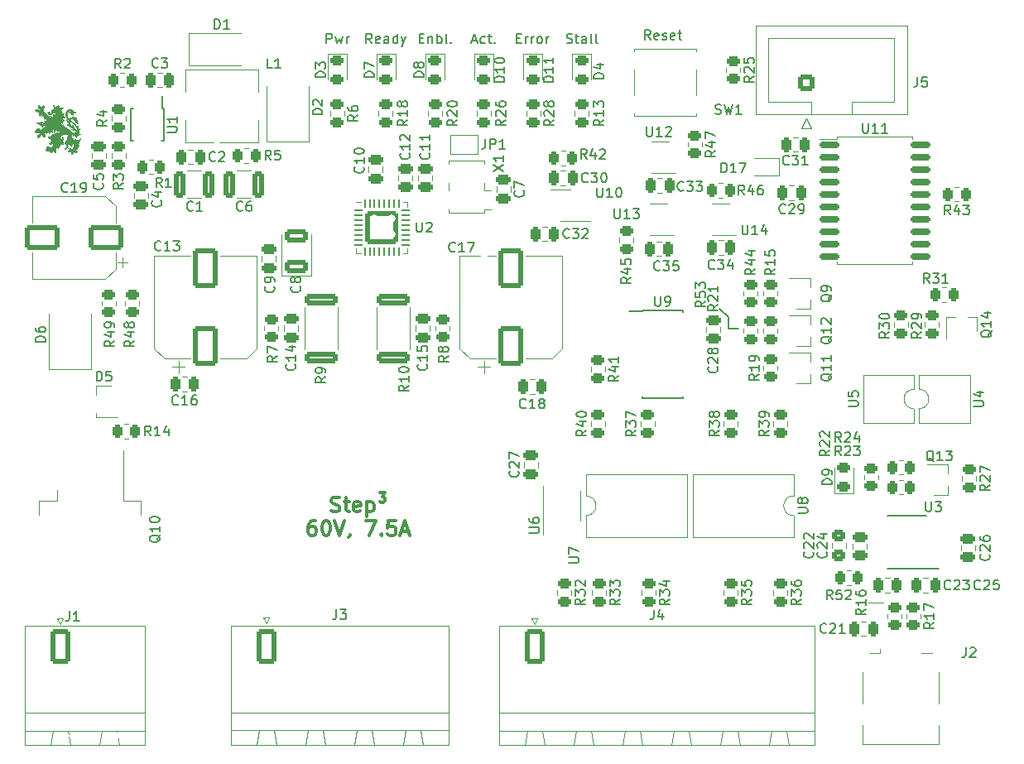
<source format=gbr>
%TF.GenerationSoftware,KiCad,Pcbnew,(6.0.4)*%
%TF.CreationDate,2022-03-22T00:44:57+01:00*%
%TF.ProjectId,HPDriver,48504472-6976-4657-922e-6b696361645f,1.0*%
%TF.SameCoordinates,Original*%
%TF.FileFunction,Legend,Top*%
%TF.FilePolarity,Positive*%
%FSLAX46Y46*%
G04 Gerber Fmt 4.6, Leading zero omitted, Abs format (unit mm)*
G04 Created by KiCad (PCBNEW (6.0.4)) date 2022-03-22 00:44:57*
%MOMM*%
%LPD*%
G01*
G04 APERTURE LIST*
G04 Aperture macros list*
%AMRoundRect*
0 Rectangle with rounded corners*
0 $1 Rounding radius*
0 $2 $3 $4 $5 $6 $7 $8 $9 X,Y pos of 4 corners*
0 Add a 4 corners polygon primitive as box body*
4,1,4,$2,$3,$4,$5,$6,$7,$8,$9,$2,$3,0*
0 Add four circle primitives for the rounded corners*
1,1,$1+$1,$2,$3*
1,1,$1+$1,$4,$5*
1,1,$1+$1,$6,$7*
1,1,$1+$1,$8,$9*
0 Add four rect primitives between the rounded corners*
20,1,$1+$1,$2,$3,$4,$5,0*
20,1,$1+$1,$4,$5,$6,$7,0*
20,1,$1+$1,$6,$7,$8,$9,0*
20,1,$1+$1,$8,$9,$2,$3,0*%
%AMFreePoly0*
4,1,6,1.000000,0.000000,0.500000,-0.750000,-0.500000,-0.750000,-0.500000,0.750000,0.500000,0.750000,1.000000,0.000000,1.000000,0.000000,$1*%
%AMFreePoly1*
4,1,6,0.500000,-0.750000,-0.650000,-0.750000,-0.150000,0.000000,-0.650000,0.750000,0.500000,0.750000,0.500000,-0.750000,0.500000,-0.750000,$1*%
G04 Aperture macros list end*
%ADD10C,0.150000*%
%ADD11C,0.120000*%
%ADD12C,0.300000*%
%ADD13C,0.010000*%
%ADD14RoundRect,0.250000X-0.750000X-1.550000X0.750000X-1.550000X0.750000X1.550000X-0.750000X1.550000X0*%
%ADD15O,2.000000X3.600000*%
%ADD16RoundRect,0.250000X0.450000X-0.262500X0.450000X0.262500X-0.450000X0.262500X-0.450000X-0.262500X0*%
%ADD17RoundRect,0.250000X-0.450000X0.262500X-0.450000X-0.262500X0.450000X-0.262500X0.450000X0.262500X0*%
%ADD18RoundRect,0.249900X1.425100X-0.362600X1.425100X0.362600X-1.425100X0.362600X-1.425100X-0.362600X0*%
%ADD19RoundRect,0.250000X-0.262500X-0.450000X0.262500X-0.450000X0.262500X0.450000X-0.262500X0.450000X0*%
%ADD20R,0.800000X0.900000*%
%ADD21RoundRect,0.250000X0.262500X0.450000X-0.262500X0.450000X-0.262500X-0.450000X0.262500X-0.450000X0*%
%ADD22R,0.900000X0.800000*%
%ADD23RoundRect,0.250000X0.475000X-0.250000X0.475000X0.250000X-0.475000X0.250000X-0.475000X-0.250000X0*%
%ADD24RoundRect,0.250000X0.250000X0.475000X-0.250000X0.475000X-0.250000X-0.475000X0.250000X-0.475000X0*%
%ADD25RoundRect,0.243750X-0.456250X0.243750X-0.456250X-0.243750X0.456250X-0.243750X0.456250X0.243750X0*%
%ADD26C,1.000000*%
%ADD27R,0.500000X2.000000*%
%ADD28R,2.000000X1.700000*%
%ADD29FreePoly0,0.000000*%
%ADD30FreePoly1,0.000000*%
%ADD31RoundRect,0.250000X-0.475000X0.250000X-0.475000X-0.250000X0.475000X-0.250000X0.475000X0.250000X0*%
%ADD32RoundRect,0.250000X-0.250000X-0.475000X0.250000X-0.475000X0.250000X0.475000X-0.250000X0.475000X0*%
%ADD33RoundRect,0.249999X-0.450001X0.325001X-0.450001X-0.325001X0.450001X-0.325001X0.450001X0.325001X0*%
%ADD34R,2.300000X2.500000*%
%ADD35R,1.800000X1.540000*%
%ADD36R,0.450000X1.450000*%
%ADD37R,1.500000X2.200000*%
%ADD38R,0.800000X1.200000*%
%ADD39R,1.780000X2.000000*%
%ADD40R,1.500000X0.600000*%
%ADD41C,4.400000*%
%ADD42RoundRect,0.250000X1.000000X-1.750000X1.000000X1.750000X-1.000000X1.750000X-1.000000X-1.750000X0*%
%ADD43R,1.100000X4.600000*%
%ADD44R,10.800000X9.400000*%
%ADD45RoundRect,0.250000X0.325000X1.100000X-0.325000X1.100000X-0.325000X-1.100000X0.325000X-1.100000X0*%
%ADD46R,1.200000X0.400000*%
%ADD47RoundRect,0.250000X-0.325000X-1.100000X0.325000X-1.100000X0.325000X1.100000X-0.325000X1.100000X0*%
%ADD48C,3.800000*%
%ADD49RoundRect,0.243750X0.456250X-0.243750X0.456250X0.243750X-0.456250X0.243750X-0.456250X-0.243750X0*%
%ADD50R,2.500000X1.800000*%
%ADD51R,1.060000X0.650000*%
%ADD52RoundRect,0.250000X0.925000X-0.412500X0.925000X0.412500X-0.925000X0.412500X-0.925000X-0.412500X0*%
%ADD53RoundRect,0.062500X-0.375000X-0.062500X0.375000X-0.062500X0.375000X0.062500X-0.375000X0.062500X0*%
%ADD54RoundRect,0.062500X-0.062500X-0.375000X0.062500X-0.375000X0.062500X0.375000X-0.062500X0.375000X0*%
%ADD55RoundRect,0.250000X-1.475000X-1.475000X1.475000X-1.475000X1.475000X1.475000X-1.475000X1.475000X0*%
%ADD56R,1.450000X0.450000*%
%ADD57RoundRect,0.150000X-0.875000X-0.150000X0.875000X-0.150000X0.875000X0.150000X-0.875000X0.150000X0*%
%ADD58R,1.550000X1.300000*%
%ADD59RoundRect,0.250000X0.600000X-0.600000X0.600000X0.600000X-0.600000X0.600000X-0.600000X-0.600000X0*%
%ADD60C,1.700000*%
%ADD61RoundRect,0.250100X-0.449900X0.262400X-0.449900X-0.262400X0.449900X-0.262400X0.449900X0.262400X0*%
%ADD62RoundRect,0.250000X1.500000X1.000000X-1.500000X1.000000X-1.500000X-1.000000X1.500000X-1.000000X0*%
%ADD63R,0.600000X0.450000*%
%ADD64C,0.800000*%
G04 APERTURE END LIST*
D10*
X156972000Y-97028000D02*
X156972000Y-98171000D01*
X156083000Y-96139000D02*
X156972000Y-97028000D01*
X156972000Y-98171000D02*
X157988000Y-98171000D01*
D11*
X171323000Y-126238000D02*
X172847000Y-126238000D01*
D10*
X125380952Y-68508571D02*
X125714285Y-68508571D01*
X125857142Y-69032380D02*
X125380952Y-69032380D01*
X125380952Y-68032380D01*
X125857142Y-68032380D01*
X126285714Y-68365714D02*
X126285714Y-69032380D01*
X126285714Y-68460952D02*
X126333333Y-68413333D01*
X126428571Y-68365714D01*
X126571428Y-68365714D01*
X126666666Y-68413333D01*
X126714285Y-68508571D01*
X126714285Y-69032380D01*
X127190476Y-69032380D02*
X127190476Y-68032380D01*
X127190476Y-68413333D02*
X127285714Y-68365714D01*
X127476190Y-68365714D01*
X127571428Y-68413333D01*
X127619047Y-68460952D01*
X127666666Y-68556190D01*
X127666666Y-68841904D01*
X127619047Y-68937142D01*
X127571428Y-68984761D01*
X127476190Y-69032380D01*
X127285714Y-69032380D01*
X127190476Y-68984761D01*
X128238095Y-69032380D02*
X128142857Y-68984761D01*
X128095238Y-68889523D01*
X128095238Y-68032380D01*
X128619047Y-68937142D02*
X128666666Y-68984761D01*
X128619047Y-69032380D01*
X128571428Y-68984761D01*
X128619047Y-68937142D01*
X128619047Y-69032380D01*
X130762523Y-68746666D02*
X131238714Y-68746666D01*
X130667285Y-69032380D02*
X131000619Y-68032380D01*
X131333952Y-69032380D01*
X132095857Y-68984761D02*
X132000619Y-69032380D01*
X131810142Y-69032380D01*
X131714904Y-68984761D01*
X131667285Y-68937142D01*
X131619666Y-68841904D01*
X131619666Y-68556190D01*
X131667285Y-68460952D01*
X131714904Y-68413333D01*
X131810142Y-68365714D01*
X132000619Y-68365714D01*
X132095857Y-68413333D01*
X132381571Y-68365714D02*
X132762523Y-68365714D01*
X132524428Y-68032380D02*
X132524428Y-68889523D01*
X132572047Y-68984761D01*
X132667285Y-69032380D01*
X132762523Y-69032380D01*
X133095857Y-68937142D02*
X133143476Y-68984761D01*
X133095857Y-69032380D01*
X133048238Y-68984761D01*
X133095857Y-68937142D01*
X133095857Y-69032380D01*
X135310761Y-68508571D02*
X135644095Y-68508571D01*
X135786952Y-69032380D02*
X135310761Y-69032380D01*
X135310761Y-68032380D01*
X135786952Y-68032380D01*
X136215523Y-69032380D02*
X136215523Y-68365714D01*
X136215523Y-68556190D02*
X136263142Y-68460952D01*
X136310761Y-68413333D01*
X136406000Y-68365714D01*
X136501238Y-68365714D01*
X136834571Y-69032380D02*
X136834571Y-68365714D01*
X136834571Y-68556190D02*
X136882190Y-68460952D01*
X136929809Y-68413333D01*
X137025047Y-68365714D01*
X137120285Y-68365714D01*
X137596476Y-69032380D02*
X137501238Y-68984761D01*
X137453619Y-68937142D01*
X137406000Y-68841904D01*
X137406000Y-68556190D01*
X137453619Y-68460952D01*
X137501238Y-68413333D01*
X137596476Y-68365714D01*
X137739333Y-68365714D01*
X137834571Y-68413333D01*
X137882190Y-68460952D01*
X137929809Y-68556190D01*
X137929809Y-68841904D01*
X137882190Y-68937142D01*
X137834571Y-68984761D01*
X137739333Y-69032380D01*
X137596476Y-69032380D01*
X138358380Y-69032380D02*
X138358380Y-68365714D01*
X138358380Y-68556190D02*
X138406000Y-68460952D01*
X138453619Y-68413333D01*
X138548857Y-68365714D01*
X138644095Y-68365714D01*
X140438380Y-68984761D02*
X140581238Y-69032380D01*
X140819333Y-69032380D01*
X140914571Y-68984761D01*
X140962190Y-68937142D01*
X141009809Y-68841904D01*
X141009809Y-68746666D01*
X140962190Y-68651428D01*
X140914571Y-68603809D01*
X140819333Y-68556190D01*
X140628857Y-68508571D01*
X140533619Y-68460952D01*
X140486000Y-68413333D01*
X140438380Y-68318095D01*
X140438380Y-68222857D01*
X140486000Y-68127619D01*
X140533619Y-68080000D01*
X140628857Y-68032380D01*
X140866952Y-68032380D01*
X141009809Y-68080000D01*
X141295523Y-68365714D02*
X141676476Y-68365714D01*
X141438380Y-68032380D02*
X141438380Y-68889523D01*
X141486000Y-68984761D01*
X141581238Y-69032380D01*
X141676476Y-69032380D01*
X142438380Y-69032380D02*
X142438380Y-68508571D01*
X142390761Y-68413333D01*
X142295523Y-68365714D01*
X142105047Y-68365714D01*
X142009809Y-68413333D01*
X142438380Y-68984761D02*
X142343142Y-69032380D01*
X142105047Y-69032380D01*
X142009809Y-68984761D01*
X141962190Y-68889523D01*
X141962190Y-68794285D01*
X142009809Y-68699047D01*
X142105047Y-68651428D01*
X142343142Y-68651428D01*
X142438380Y-68603809D01*
X143057428Y-69032380D02*
X142962190Y-68984761D01*
X142914571Y-68889523D01*
X142914571Y-68032380D01*
X143581238Y-69032380D02*
X143486000Y-68984761D01*
X143438380Y-68889523D01*
X143438380Y-68032380D01*
X115871761Y-69032380D02*
X115871761Y-68032380D01*
X116252714Y-68032380D01*
X116347952Y-68080000D01*
X116395571Y-68127619D01*
X116443190Y-68222857D01*
X116443190Y-68365714D01*
X116395571Y-68460952D01*
X116347952Y-68508571D01*
X116252714Y-68556190D01*
X115871761Y-68556190D01*
X116776523Y-68365714D02*
X116967000Y-69032380D01*
X117157476Y-68556190D01*
X117347952Y-69032380D01*
X117538428Y-68365714D01*
X117919380Y-69032380D02*
X117919380Y-68365714D01*
X117919380Y-68556190D02*
X117967000Y-68460952D01*
X118014619Y-68413333D01*
X118109857Y-68365714D01*
X118205095Y-68365714D01*
D12*
X116376000Y-116874642D02*
X116590285Y-116946071D01*
X116947428Y-116946071D01*
X117090285Y-116874642D01*
X117161714Y-116803214D01*
X117233142Y-116660357D01*
X117233142Y-116517500D01*
X117161714Y-116374642D01*
X117090285Y-116303214D01*
X116947428Y-116231785D01*
X116661714Y-116160357D01*
X116518857Y-116088928D01*
X116447428Y-116017500D01*
X116376000Y-115874642D01*
X116376000Y-115731785D01*
X116447428Y-115588928D01*
X116518857Y-115517500D01*
X116661714Y-115446071D01*
X117018857Y-115446071D01*
X117233142Y-115517500D01*
X117661714Y-115946071D02*
X118233142Y-115946071D01*
X117876000Y-115446071D02*
X117876000Y-116731785D01*
X117947428Y-116874642D01*
X118090285Y-116946071D01*
X118233142Y-116946071D01*
X119304571Y-116874642D02*
X119161714Y-116946071D01*
X118876000Y-116946071D01*
X118733142Y-116874642D01*
X118661714Y-116731785D01*
X118661714Y-116160357D01*
X118733142Y-116017500D01*
X118876000Y-115946071D01*
X119161714Y-115946071D01*
X119304571Y-116017500D01*
X119376000Y-116160357D01*
X119376000Y-116303214D01*
X118661714Y-116446071D01*
X120018857Y-115946071D02*
X120018857Y-117446071D01*
X120018857Y-116017500D02*
X120161714Y-115946071D01*
X120447428Y-115946071D01*
X120590285Y-116017500D01*
X120661714Y-116088928D01*
X120733142Y-116231785D01*
X120733142Y-116660357D01*
X120661714Y-116803214D01*
X120590285Y-116874642D01*
X120447428Y-116946071D01*
X120161714Y-116946071D01*
X120018857Y-116874642D01*
X121304571Y-115017500D02*
X121876000Y-115017500D01*
X121590285Y-115374642D01*
X121661714Y-115374642D01*
X121804571Y-115446071D01*
X121876000Y-115588928D01*
X121876000Y-115803214D01*
X121804571Y-115946071D01*
X121661714Y-116017500D01*
X121447428Y-116017500D01*
X121304571Y-115946071D01*
X114697428Y-117861071D02*
X114411714Y-117861071D01*
X114268857Y-117932500D01*
X114197428Y-118003928D01*
X114054571Y-118218214D01*
X113983142Y-118503928D01*
X113983142Y-119075357D01*
X114054571Y-119218214D01*
X114126000Y-119289642D01*
X114268857Y-119361071D01*
X114554571Y-119361071D01*
X114697428Y-119289642D01*
X114768857Y-119218214D01*
X114840285Y-119075357D01*
X114840285Y-118718214D01*
X114768857Y-118575357D01*
X114697428Y-118503928D01*
X114554571Y-118432500D01*
X114268857Y-118432500D01*
X114126000Y-118503928D01*
X114054571Y-118575357D01*
X113983142Y-118718214D01*
X115768857Y-117861071D02*
X115911714Y-117861071D01*
X116054571Y-117932500D01*
X116126000Y-118003928D01*
X116197428Y-118146785D01*
X116268857Y-118432500D01*
X116268857Y-118789642D01*
X116197428Y-119075357D01*
X116126000Y-119218214D01*
X116054571Y-119289642D01*
X115911714Y-119361071D01*
X115768857Y-119361071D01*
X115626000Y-119289642D01*
X115554571Y-119218214D01*
X115483142Y-119075357D01*
X115411714Y-118789642D01*
X115411714Y-118432500D01*
X115483142Y-118146785D01*
X115554571Y-118003928D01*
X115626000Y-117932500D01*
X115768857Y-117861071D01*
X116697428Y-117861071D02*
X117197428Y-119361071D01*
X117697428Y-117861071D01*
X118268857Y-119289642D02*
X118268857Y-119361071D01*
X118197428Y-119503928D01*
X118126000Y-119575357D01*
X119911714Y-117861071D02*
X120911714Y-117861071D01*
X120268857Y-119361071D01*
X121483142Y-119218214D02*
X121554571Y-119289642D01*
X121483142Y-119361071D01*
X121411714Y-119289642D01*
X121483142Y-119218214D01*
X121483142Y-119361071D01*
X122911714Y-117861071D02*
X122197428Y-117861071D01*
X122126000Y-118575357D01*
X122197428Y-118503928D01*
X122340285Y-118432500D01*
X122697428Y-118432500D01*
X122840285Y-118503928D01*
X122911714Y-118575357D01*
X122983142Y-118718214D01*
X122983142Y-119075357D01*
X122911714Y-119218214D01*
X122840285Y-119289642D01*
X122697428Y-119361071D01*
X122340285Y-119361071D01*
X122197428Y-119289642D01*
X122126000Y-119218214D01*
X123554571Y-118932500D02*
X124268857Y-118932500D01*
X123411714Y-119361071D02*
X123911714Y-117861071D01*
X124411714Y-119361071D01*
D10*
X120515238Y-69032380D02*
X120181904Y-68556190D01*
X119943809Y-69032380D02*
X119943809Y-68032380D01*
X120324761Y-68032380D01*
X120420000Y-68080000D01*
X120467619Y-68127619D01*
X120515238Y-68222857D01*
X120515238Y-68365714D01*
X120467619Y-68460952D01*
X120420000Y-68508571D01*
X120324761Y-68556190D01*
X119943809Y-68556190D01*
X121324761Y-68984761D02*
X121229523Y-69032380D01*
X121039047Y-69032380D01*
X120943809Y-68984761D01*
X120896190Y-68889523D01*
X120896190Y-68508571D01*
X120943809Y-68413333D01*
X121039047Y-68365714D01*
X121229523Y-68365714D01*
X121324761Y-68413333D01*
X121372380Y-68508571D01*
X121372380Y-68603809D01*
X120896190Y-68699047D01*
X122229523Y-69032380D02*
X122229523Y-68508571D01*
X122181904Y-68413333D01*
X122086666Y-68365714D01*
X121896190Y-68365714D01*
X121800952Y-68413333D01*
X122229523Y-68984761D02*
X122134285Y-69032380D01*
X121896190Y-69032380D01*
X121800952Y-68984761D01*
X121753333Y-68889523D01*
X121753333Y-68794285D01*
X121800952Y-68699047D01*
X121896190Y-68651428D01*
X122134285Y-68651428D01*
X122229523Y-68603809D01*
X123134285Y-69032380D02*
X123134285Y-68032380D01*
X123134285Y-68984761D02*
X123039047Y-69032380D01*
X122848571Y-69032380D01*
X122753333Y-68984761D01*
X122705714Y-68937142D01*
X122658095Y-68841904D01*
X122658095Y-68556190D01*
X122705714Y-68460952D01*
X122753333Y-68413333D01*
X122848571Y-68365714D01*
X123039047Y-68365714D01*
X123134285Y-68413333D01*
X123515238Y-68365714D02*
X123753333Y-69032380D01*
X123991428Y-68365714D02*
X123753333Y-69032380D01*
X123658095Y-69270476D01*
X123610476Y-69318095D01*
X123515238Y-69365714D01*
X149002904Y-68651380D02*
X148669571Y-68175190D01*
X148431476Y-68651380D02*
X148431476Y-67651380D01*
X148812428Y-67651380D01*
X148907666Y-67699000D01*
X148955285Y-67746619D01*
X149002904Y-67841857D01*
X149002904Y-67984714D01*
X148955285Y-68079952D01*
X148907666Y-68127571D01*
X148812428Y-68175190D01*
X148431476Y-68175190D01*
X149812428Y-68603761D02*
X149717190Y-68651380D01*
X149526714Y-68651380D01*
X149431476Y-68603761D01*
X149383857Y-68508523D01*
X149383857Y-68127571D01*
X149431476Y-68032333D01*
X149526714Y-67984714D01*
X149717190Y-67984714D01*
X149812428Y-68032333D01*
X149860047Y-68127571D01*
X149860047Y-68222809D01*
X149383857Y-68318047D01*
X150241000Y-68603761D02*
X150336238Y-68651380D01*
X150526714Y-68651380D01*
X150621952Y-68603761D01*
X150669571Y-68508523D01*
X150669571Y-68460904D01*
X150621952Y-68365666D01*
X150526714Y-68318047D01*
X150383857Y-68318047D01*
X150288619Y-68270428D01*
X150241000Y-68175190D01*
X150241000Y-68127571D01*
X150288619Y-68032333D01*
X150383857Y-67984714D01*
X150526714Y-67984714D01*
X150621952Y-68032333D01*
X151479095Y-68603761D02*
X151383857Y-68651380D01*
X151193380Y-68651380D01*
X151098142Y-68603761D01*
X151050523Y-68508523D01*
X151050523Y-68127571D01*
X151098142Y-68032333D01*
X151193380Y-67984714D01*
X151383857Y-67984714D01*
X151479095Y-68032333D01*
X151526714Y-68127571D01*
X151526714Y-68222809D01*
X151050523Y-68318047D01*
X151812428Y-67984714D02*
X152193380Y-67984714D01*
X151955285Y-67651380D02*
X151955285Y-68508523D01*
X152002904Y-68603761D01*
X152098142Y-68651380D01*
X152193380Y-68651380D01*
X89582666Y-127119880D02*
X89582666Y-127834166D01*
X89535047Y-127977023D01*
X89439809Y-128072261D01*
X89296952Y-128119880D01*
X89201714Y-128119880D01*
X90582666Y-128119880D02*
X90011238Y-128119880D01*
X90296952Y-128119880D02*
X90296952Y-127119880D01*
X90201714Y-127262738D01*
X90106476Y-127357976D01*
X90011238Y-127405595D01*
X116894666Y-126935380D02*
X116894666Y-127649666D01*
X116847047Y-127792523D01*
X116751809Y-127887761D01*
X116608952Y-127935380D01*
X116513714Y-127935380D01*
X117275619Y-126935380D02*
X117894666Y-126935380D01*
X117561333Y-127316333D01*
X117704190Y-127316333D01*
X117799428Y-127363952D01*
X117847047Y-127411571D01*
X117894666Y-127506809D01*
X117894666Y-127744904D01*
X117847047Y-127840142D01*
X117799428Y-127887761D01*
X117704190Y-127935380D01*
X117418476Y-127935380D01*
X117323238Y-127887761D01*
X117275619Y-127840142D01*
X149326666Y-126967880D02*
X149326666Y-127682166D01*
X149279047Y-127825023D01*
X149183809Y-127920261D01*
X149040952Y-127967880D01*
X148945714Y-127967880D01*
X150231428Y-127301214D02*
X150231428Y-127967880D01*
X149993333Y-126920261D02*
X149755238Y-127634547D01*
X150374285Y-127634547D01*
X124150380Y-76842857D02*
X123674190Y-77176190D01*
X124150380Y-77414285D02*
X123150380Y-77414285D01*
X123150380Y-77033333D01*
X123198000Y-76938095D01*
X123245619Y-76890476D01*
X123340857Y-76842857D01*
X123483714Y-76842857D01*
X123578952Y-76890476D01*
X123626571Y-76938095D01*
X123674190Y-77033333D01*
X123674190Y-77414285D01*
X124150380Y-75890476D02*
X124150380Y-76461904D01*
X124150380Y-76176190D02*
X123150380Y-76176190D01*
X123293238Y-76271428D01*
X123388476Y-76366666D01*
X123436095Y-76461904D01*
X123578952Y-75319047D02*
X123531333Y-75414285D01*
X123483714Y-75461904D01*
X123388476Y-75509523D01*
X123340857Y-75509523D01*
X123245619Y-75461904D01*
X123198000Y-75414285D01*
X123150380Y-75319047D01*
X123150380Y-75128571D01*
X123198000Y-75033333D01*
X123245619Y-74985714D01*
X123340857Y-74938095D01*
X123388476Y-74938095D01*
X123483714Y-74985714D01*
X123531333Y-75033333D01*
X123578952Y-75128571D01*
X123578952Y-75319047D01*
X123626571Y-75414285D01*
X123674190Y-75461904D01*
X123769428Y-75509523D01*
X123959904Y-75509523D01*
X124055142Y-75461904D01*
X124102761Y-75414285D01*
X124150380Y-75319047D01*
X124150380Y-75128571D01*
X124102761Y-75033333D01*
X124055142Y-74985714D01*
X123959904Y-74938095D01*
X123769428Y-74938095D01*
X123674190Y-74985714D01*
X123626571Y-75033333D01*
X123578952Y-75128571D01*
X171013380Y-126880857D02*
X170537190Y-127214190D01*
X171013380Y-127452285D02*
X170013380Y-127452285D01*
X170013380Y-127071333D01*
X170061000Y-126976095D01*
X170108619Y-126928476D01*
X170203857Y-126880857D01*
X170346714Y-126880857D01*
X170441952Y-126928476D01*
X170489571Y-126976095D01*
X170537190Y-127071333D01*
X170537190Y-127452285D01*
X171013380Y-125928476D02*
X171013380Y-126499904D01*
X171013380Y-126214190D02*
X170013380Y-126214190D01*
X170156238Y-126309428D01*
X170251476Y-126404666D01*
X170299095Y-126499904D01*
X170013380Y-125071333D02*
X170013380Y-125261809D01*
X170061000Y-125357047D01*
X170108619Y-125404666D01*
X170251476Y-125499904D01*
X170441952Y-125547523D01*
X170822904Y-125547523D01*
X170918142Y-125499904D01*
X170965761Y-125452285D01*
X171013380Y-125357047D01*
X171013380Y-125166571D01*
X170965761Y-125071333D01*
X170918142Y-125023714D01*
X170822904Y-124976095D01*
X170584809Y-124976095D01*
X170489571Y-125023714D01*
X170441952Y-125071333D01*
X170394333Y-125166571D01*
X170394333Y-125357047D01*
X170441952Y-125452285D01*
X170489571Y-125499904D01*
X170584809Y-125547523D01*
X124277380Y-104020857D02*
X123801190Y-104354190D01*
X124277380Y-104592285D02*
X123277380Y-104592285D01*
X123277380Y-104211333D01*
X123325000Y-104116095D01*
X123372619Y-104068476D01*
X123467857Y-104020857D01*
X123610714Y-104020857D01*
X123705952Y-104068476D01*
X123753571Y-104116095D01*
X123801190Y-104211333D01*
X123801190Y-104592285D01*
X124277380Y-103068476D02*
X124277380Y-103639904D01*
X124277380Y-103354190D02*
X123277380Y-103354190D01*
X123420238Y-103449428D01*
X123515476Y-103544666D01*
X123563095Y-103639904D01*
X123277380Y-102449428D02*
X123277380Y-102354190D01*
X123325000Y-102258952D01*
X123372619Y-102211333D01*
X123467857Y-102163714D01*
X123658333Y-102116095D01*
X123896428Y-102116095D01*
X124086904Y-102163714D01*
X124182142Y-102211333D01*
X124229761Y-102258952D01*
X124277380Y-102354190D01*
X124277380Y-102449428D01*
X124229761Y-102544666D01*
X124182142Y-102592285D01*
X124086904Y-102639904D01*
X123896428Y-102687523D01*
X123658333Y-102687523D01*
X123467857Y-102639904D01*
X123372619Y-102592285D01*
X123325000Y-102544666D01*
X123277380Y-102449428D01*
X160092380Y-102877857D02*
X159616190Y-103211190D01*
X160092380Y-103449285D02*
X159092380Y-103449285D01*
X159092380Y-103068333D01*
X159140000Y-102973095D01*
X159187619Y-102925476D01*
X159282857Y-102877857D01*
X159425714Y-102877857D01*
X159520952Y-102925476D01*
X159568571Y-102973095D01*
X159616190Y-103068333D01*
X159616190Y-103449285D01*
X160092380Y-101925476D02*
X160092380Y-102496904D01*
X160092380Y-102211190D02*
X159092380Y-102211190D01*
X159235238Y-102306428D01*
X159330476Y-102401666D01*
X159378095Y-102496904D01*
X160092380Y-101449285D02*
X160092380Y-101258809D01*
X160044761Y-101163571D01*
X159997142Y-101115952D01*
X159854285Y-101020714D01*
X159663809Y-100973095D01*
X159282857Y-100973095D01*
X159187619Y-101020714D01*
X159140000Y-101068333D01*
X159092380Y-101163571D01*
X159092380Y-101354047D01*
X159140000Y-101449285D01*
X159187619Y-101496904D01*
X159282857Y-101544523D01*
X159520952Y-101544523D01*
X159616190Y-101496904D01*
X159663809Y-101449285D01*
X159711428Y-101354047D01*
X159711428Y-101163571D01*
X159663809Y-101068333D01*
X159616190Y-101020714D01*
X159520952Y-100973095D01*
X97909142Y-109164380D02*
X97575809Y-108688190D01*
X97337714Y-109164380D02*
X97337714Y-108164380D01*
X97718666Y-108164380D01*
X97813904Y-108212000D01*
X97861523Y-108259619D01*
X97909142Y-108354857D01*
X97909142Y-108497714D01*
X97861523Y-108592952D01*
X97813904Y-108640571D01*
X97718666Y-108688190D01*
X97337714Y-108688190D01*
X98861523Y-109164380D02*
X98290095Y-109164380D01*
X98575809Y-109164380D02*
X98575809Y-108164380D01*
X98480571Y-108307238D01*
X98385333Y-108402476D01*
X98290095Y-108450095D01*
X99718666Y-108497714D02*
X99718666Y-109164380D01*
X99480571Y-108116761D02*
X99242476Y-108831047D01*
X99861523Y-108831047D01*
X159582380Y-72397857D02*
X159106190Y-72731190D01*
X159582380Y-72969285D02*
X158582380Y-72969285D01*
X158582380Y-72588333D01*
X158630000Y-72493095D01*
X158677619Y-72445476D01*
X158772857Y-72397857D01*
X158915714Y-72397857D01*
X159010952Y-72445476D01*
X159058571Y-72493095D01*
X159106190Y-72588333D01*
X159106190Y-72969285D01*
X158677619Y-72016904D02*
X158630000Y-71969285D01*
X158582380Y-71874047D01*
X158582380Y-71635952D01*
X158630000Y-71540714D01*
X158677619Y-71493095D01*
X158772857Y-71445476D01*
X158868095Y-71445476D01*
X159010952Y-71493095D01*
X159582380Y-72064523D01*
X159582380Y-71445476D01*
X158582380Y-70540714D02*
X158582380Y-71016904D01*
X159058571Y-71064523D01*
X159010952Y-71016904D01*
X158963333Y-70921666D01*
X158963333Y-70683571D01*
X159010952Y-70588333D01*
X159058571Y-70540714D01*
X159153809Y-70493095D01*
X159391904Y-70493095D01*
X159487142Y-70540714D01*
X159534761Y-70588333D01*
X159582380Y-70683571D01*
X159582380Y-70921666D01*
X159534761Y-71016904D01*
X159487142Y-71064523D01*
X128341380Y-101004666D02*
X127865190Y-101338000D01*
X128341380Y-101576095D02*
X127341380Y-101576095D01*
X127341380Y-101195142D01*
X127389000Y-101099904D01*
X127436619Y-101052285D01*
X127531857Y-101004666D01*
X127674714Y-101004666D01*
X127769952Y-101052285D01*
X127817571Y-101099904D01*
X127865190Y-101195142D01*
X127865190Y-101576095D01*
X127769952Y-100433238D02*
X127722333Y-100528476D01*
X127674714Y-100576095D01*
X127579476Y-100623714D01*
X127531857Y-100623714D01*
X127436619Y-100576095D01*
X127389000Y-100528476D01*
X127341380Y-100433238D01*
X127341380Y-100242761D01*
X127389000Y-100147523D01*
X127436619Y-100099904D01*
X127531857Y-100052285D01*
X127579476Y-100052285D01*
X127674714Y-100099904D01*
X127722333Y-100147523D01*
X127769952Y-100242761D01*
X127769952Y-100433238D01*
X127817571Y-100528476D01*
X127865190Y-100576095D01*
X127960428Y-100623714D01*
X128150904Y-100623714D01*
X128246142Y-100576095D01*
X128293761Y-100528476D01*
X128341380Y-100433238D01*
X128341380Y-100242761D01*
X128293761Y-100147523D01*
X128246142Y-100099904D01*
X128150904Y-100052285D01*
X127960428Y-100052285D01*
X127865190Y-100099904D01*
X127817571Y-100147523D01*
X127769952Y-100242761D01*
X183935619Y-98361428D02*
X183888000Y-98456666D01*
X183792761Y-98551904D01*
X183649904Y-98694761D01*
X183602285Y-98790000D01*
X183602285Y-98885238D01*
X183840380Y-98837619D02*
X183792761Y-98932857D01*
X183697523Y-99028095D01*
X183507047Y-99075714D01*
X183173714Y-99075714D01*
X182983238Y-99028095D01*
X182888000Y-98932857D01*
X182840380Y-98837619D01*
X182840380Y-98647142D01*
X182888000Y-98551904D01*
X182983238Y-98456666D01*
X183173714Y-98409047D01*
X183507047Y-98409047D01*
X183697523Y-98456666D01*
X183792761Y-98551904D01*
X183840380Y-98647142D01*
X183840380Y-98837619D01*
X183840380Y-97456666D02*
X183840380Y-98028095D01*
X183840380Y-97742380D02*
X182840380Y-97742380D01*
X182983238Y-97837619D01*
X183078476Y-97932857D01*
X183126095Y-98028095D01*
X183173714Y-96599523D02*
X183840380Y-96599523D01*
X182792761Y-96837619D02*
X183507047Y-97075714D01*
X183507047Y-96456666D01*
X95067380Y-83351666D02*
X94591190Y-83685000D01*
X95067380Y-83923095D02*
X94067380Y-83923095D01*
X94067380Y-83542142D01*
X94115000Y-83446904D01*
X94162619Y-83399285D01*
X94257857Y-83351666D01*
X94400714Y-83351666D01*
X94495952Y-83399285D01*
X94543571Y-83446904D01*
X94591190Y-83542142D01*
X94591190Y-83923095D01*
X94067380Y-83018333D02*
X94067380Y-82399285D01*
X94448333Y-82732619D01*
X94448333Y-82589761D01*
X94495952Y-82494523D01*
X94543571Y-82446904D01*
X94638809Y-82399285D01*
X94876904Y-82399285D01*
X94972142Y-82446904D01*
X95019761Y-82494523D01*
X95067380Y-82589761D01*
X95067380Y-82875476D01*
X95019761Y-82970714D01*
X94972142Y-83018333D01*
X94829333Y-71572380D02*
X94496000Y-71096190D01*
X94257904Y-71572380D02*
X94257904Y-70572380D01*
X94638857Y-70572380D01*
X94734095Y-70620000D01*
X94781714Y-70667619D01*
X94829333Y-70762857D01*
X94829333Y-70905714D01*
X94781714Y-71000952D01*
X94734095Y-71048571D01*
X94638857Y-71096190D01*
X94257904Y-71096190D01*
X95210285Y-70667619D02*
X95257904Y-70620000D01*
X95353142Y-70572380D01*
X95591238Y-70572380D01*
X95686476Y-70620000D01*
X95734095Y-70667619D01*
X95781714Y-70762857D01*
X95781714Y-70858095D01*
X95734095Y-71000952D01*
X95162666Y-71572380D01*
X95781714Y-71572380D01*
X115768380Y-103163666D02*
X115292190Y-103497000D01*
X115768380Y-103735095D02*
X114768380Y-103735095D01*
X114768380Y-103354142D01*
X114816000Y-103258904D01*
X114863619Y-103211285D01*
X114958857Y-103163666D01*
X115101714Y-103163666D01*
X115196952Y-103211285D01*
X115244571Y-103258904D01*
X115292190Y-103354142D01*
X115292190Y-103735095D01*
X115768380Y-102687476D02*
X115768380Y-102497000D01*
X115720761Y-102401761D01*
X115673142Y-102354142D01*
X115530285Y-102258904D01*
X115339809Y-102211285D01*
X114958857Y-102211285D01*
X114863619Y-102258904D01*
X114816000Y-102306523D01*
X114768380Y-102401761D01*
X114768380Y-102592238D01*
X114816000Y-102687476D01*
X114863619Y-102735095D01*
X114958857Y-102782714D01*
X115196952Y-102782714D01*
X115292190Y-102735095D01*
X115339809Y-102687476D01*
X115387428Y-102592238D01*
X115387428Y-102401761D01*
X115339809Y-102306523D01*
X115292190Y-102258904D01*
X115196952Y-102211285D01*
X93417380Y-76874666D02*
X92941190Y-77208000D01*
X93417380Y-77446095D02*
X92417380Y-77446095D01*
X92417380Y-77065142D01*
X92465000Y-76969904D01*
X92512619Y-76922285D01*
X92607857Y-76874666D01*
X92750714Y-76874666D01*
X92845952Y-76922285D01*
X92893571Y-76969904D01*
X92941190Y-77065142D01*
X92941190Y-77446095D01*
X92750714Y-76017523D02*
X93417380Y-76017523D01*
X92369761Y-76255619D02*
X93084047Y-76493714D01*
X93084047Y-75874666D01*
X110815380Y-101004666D02*
X110339190Y-101338000D01*
X110815380Y-101576095D02*
X109815380Y-101576095D01*
X109815380Y-101195142D01*
X109863000Y-101099904D01*
X109910619Y-101052285D01*
X110005857Y-101004666D01*
X110148714Y-101004666D01*
X110243952Y-101052285D01*
X110291571Y-101099904D01*
X110339190Y-101195142D01*
X110339190Y-101576095D01*
X109815380Y-100671333D02*
X109815380Y-100004666D01*
X110815380Y-100433238D01*
X161742380Y-92082857D02*
X161266190Y-92416190D01*
X161742380Y-92654285D02*
X160742380Y-92654285D01*
X160742380Y-92273333D01*
X160790000Y-92178095D01*
X160837619Y-92130476D01*
X160932857Y-92082857D01*
X161075714Y-92082857D01*
X161170952Y-92130476D01*
X161218571Y-92178095D01*
X161266190Y-92273333D01*
X161266190Y-92654285D01*
X161742380Y-91130476D02*
X161742380Y-91701904D01*
X161742380Y-91416190D02*
X160742380Y-91416190D01*
X160885238Y-91511428D01*
X160980476Y-91606666D01*
X161028095Y-91701904D01*
X160742380Y-90225714D02*
X160742380Y-90701904D01*
X161218571Y-90749523D01*
X161170952Y-90701904D01*
X161123333Y-90606666D01*
X161123333Y-90368571D01*
X161170952Y-90273333D01*
X161218571Y-90225714D01*
X161313809Y-90178095D01*
X161551904Y-90178095D01*
X161647142Y-90225714D01*
X161694761Y-90273333D01*
X161742380Y-90368571D01*
X161742380Y-90606666D01*
X161694761Y-90701904D01*
X161647142Y-90749523D01*
X110196333Y-80970380D02*
X109863000Y-80494190D01*
X109624904Y-80970380D02*
X109624904Y-79970380D01*
X110005857Y-79970380D01*
X110101095Y-80018000D01*
X110148714Y-80065619D01*
X110196333Y-80160857D01*
X110196333Y-80303714D01*
X110148714Y-80398952D01*
X110101095Y-80446571D01*
X110005857Y-80494190D01*
X109624904Y-80494190D01*
X111101095Y-79970380D02*
X110624904Y-79970380D01*
X110577285Y-80446571D01*
X110624904Y-80398952D01*
X110720142Y-80351333D01*
X110958238Y-80351333D01*
X111053476Y-80398952D01*
X111101095Y-80446571D01*
X111148714Y-80541809D01*
X111148714Y-80779904D01*
X111101095Y-80875142D01*
X111053476Y-80922761D01*
X110958238Y-80970380D01*
X110720142Y-80970380D01*
X110624904Y-80922761D01*
X110577285Y-80875142D01*
X177997380Y-128277857D02*
X177521190Y-128611190D01*
X177997380Y-128849285D02*
X176997380Y-128849285D01*
X176997380Y-128468333D01*
X177045000Y-128373095D01*
X177092619Y-128325476D01*
X177187857Y-128277857D01*
X177330714Y-128277857D01*
X177425952Y-128325476D01*
X177473571Y-128373095D01*
X177521190Y-128468333D01*
X177521190Y-128849285D01*
X177997380Y-127325476D02*
X177997380Y-127896904D01*
X177997380Y-127611190D02*
X176997380Y-127611190D01*
X177140238Y-127706428D01*
X177235476Y-127801666D01*
X177283095Y-127896904D01*
X176997380Y-126992142D02*
X176997380Y-126325476D01*
X177997380Y-126754047D01*
X119070380Y-76366666D02*
X118594190Y-76700000D01*
X119070380Y-76938095D02*
X118070380Y-76938095D01*
X118070380Y-76557142D01*
X118118000Y-76461904D01*
X118165619Y-76414285D01*
X118260857Y-76366666D01*
X118403714Y-76366666D01*
X118498952Y-76414285D01*
X118546571Y-76461904D01*
X118594190Y-76557142D01*
X118594190Y-76938095D01*
X118070380Y-75509523D02*
X118070380Y-75700000D01*
X118118000Y-75795238D01*
X118165619Y-75842857D01*
X118308476Y-75938095D01*
X118498952Y-75985714D01*
X118879904Y-75985714D01*
X118975142Y-75938095D01*
X119022761Y-75890476D01*
X119070380Y-75795238D01*
X119070380Y-75604761D01*
X119022761Y-75509523D01*
X118975142Y-75461904D01*
X118879904Y-75414285D01*
X118641809Y-75414285D01*
X118546571Y-75461904D01*
X118498952Y-75509523D01*
X118451333Y-75604761D01*
X118451333Y-75795238D01*
X118498952Y-75890476D01*
X118546571Y-75938095D01*
X118641809Y-75985714D01*
X144216380Y-76842857D02*
X143740190Y-77176190D01*
X144216380Y-77414285D02*
X143216380Y-77414285D01*
X143216380Y-77033333D01*
X143264000Y-76938095D01*
X143311619Y-76890476D01*
X143406857Y-76842857D01*
X143549714Y-76842857D01*
X143644952Y-76890476D01*
X143692571Y-76938095D01*
X143740190Y-77033333D01*
X143740190Y-77414285D01*
X144216380Y-75890476D02*
X144216380Y-76461904D01*
X144216380Y-76176190D02*
X143216380Y-76176190D01*
X143359238Y-76271428D01*
X143454476Y-76366666D01*
X143502095Y-76461904D01*
X143216380Y-75557142D02*
X143216380Y-74938095D01*
X143597333Y-75271428D01*
X143597333Y-75128571D01*
X143644952Y-75033333D01*
X143692571Y-74985714D01*
X143787809Y-74938095D01*
X144025904Y-74938095D01*
X144121142Y-74985714D01*
X144168761Y-75033333D01*
X144216380Y-75128571D01*
X144216380Y-75414285D01*
X144168761Y-75509523D01*
X144121142Y-75557142D01*
X167552619Y-98996428D02*
X167505000Y-99091666D01*
X167409761Y-99186904D01*
X167266904Y-99329761D01*
X167219285Y-99425000D01*
X167219285Y-99520238D01*
X167457380Y-99472619D02*
X167409761Y-99567857D01*
X167314523Y-99663095D01*
X167124047Y-99710714D01*
X166790714Y-99710714D01*
X166600238Y-99663095D01*
X166505000Y-99567857D01*
X166457380Y-99472619D01*
X166457380Y-99282142D01*
X166505000Y-99186904D01*
X166600238Y-99091666D01*
X166790714Y-99044047D01*
X167124047Y-99044047D01*
X167314523Y-99091666D01*
X167409761Y-99186904D01*
X167457380Y-99282142D01*
X167457380Y-99472619D01*
X167457380Y-98091666D02*
X167457380Y-98663095D01*
X167457380Y-98377380D02*
X166457380Y-98377380D01*
X166600238Y-98472619D01*
X166695476Y-98567857D01*
X166743095Y-98663095D01*
X166552619Y-97710714D02*
X166505000Y-97663095D01*
X166457380Y-97567857D01*
X166457380Y-97329761D01*
X166505000Y-97234523D01*
X166552619Y-97186904D01*
X166647857Y-97139285D01*
X166743095Y-97139285D01*
X166885952Y-97186904D01*
X167457380Y-97758333D01*
X167457380Y-97139285D01*
X183618142Y-121292857D02*
X183665761Y-121340476D01*
X183713380Y-121483333D01*
X183713380Y-121578571D01*
X183665761Y-121721428D01*
X183570523Y-121816666D01*
X183475285Y-121864285D01*
X183284809Y-121911904D01*
X183141952Y-121911904D01*
X182951476Y-121864285D01*
X182856238Y-121816666D01*
X182761000Y-121721428D01*
X182713380Y-121578571D01*
X182713380Y-121483333D01*
X182761000Y-121340476D01*
X182808619Y-121292857D01*
X182808619Y-120911904D02*
X182761000Y-120864285D01*
X182713380Y-120769047D01*
X182713380Y-120530952D01*
X182761000Y-120435714D01*
X182808619Y-120388095D01*
X182903857Y-120340476D01*
X182999095Y-120340476D01*
X183141952Y-120388095D01*
X183713380Y-120959523D01*
X183713380Y-120340476D01*
X182713380Y-119483333D02*
X182713380Y-119673809D01*
X182761000Y-119769047D01*
X182808619Y-119816666D01*
X182951476Y-119911904D01*
X183141952Y-119959523D01*
X183522904Y-119959523D01*
X183618142Y-119911904D01*
X183665761Y-119864285D01*
X183713380Y-119769047D01*
X183713380Y-119578571D01*
X183665761Y-119483333D01*
X183618142Y-119435714D01*
X183522904Y-119388095D01*
X183284809Y-119388095D01*
X183189571Y-119435714D01*
X183141952Y-119483333D01*
X183094333Y-119578571D01*
X183094333Y-119769047D01*
X183141952Y-119864285D01*
X183189571Y-119911904D01*
X183284809Y-119959523D01*
X163187142Y-81383142D02*
X163139523Y-81430761D01*
X162996666Y-81478380D01*
X162901428Y-81478380D01*
X162758571Y-81430761D01*
X162663333Y-81335523D01*
X162615714Y-81240285D01*
X162568095Y-81049809D01*
X162568095Y-80906952D01*
X162615714Y-80716476D01*
X162663333Y-80621238D01*
X162758571Y-80526000D01*
X162901428Y-80478380D01*
X162996666Y-80478380D01*
X163139523Y-80526000D01*
X163187142Y-80573619D01*
X163520476Y-80478380D02*
X164139523Y-80478380D01*
X163806190Y-80859333D01*
X163949047Y-80859333D01*
X164044285Y-80906952D01*
X164091904Y-80954571D01*
X164139523Y-81049809D01*
X164139523Y-81287904D01*
X164091904Y-81383142D01*
X164044285Y-81430761D01*
X163949047Y-81478380D01*
X163663333Y-81478380D01*
X163568095Y-81430761D01*
X163520476Y-81383142D01*
X165091904Y-81478380D02*
X164520476Y-81478380D01*
X164806190Y-81478380D02*
X164806190Y-80478380D01*
X164710952Y-80621238D01*
X164615714Y-80716476D01*
X164520476Y-80764095D01*
X135456142Y-112783857D02*
X135503761Y-112831476D01*
X135551380Y-112974333D01*
X135551380Y-113069571D01*
X135503761Y-113212428D01*
X135408523Y-113307666D01*
X135313285Y-113355285D01*
X135122809Y-113402904D01*
X134979952Y-113402904D01*
X134789476Y-113355285D01*
X134694238Y-113307666D01*
X134599000Y-113212428D01*
X134551380Y-113069571D01*
X134551380Y-112974333D01*
X134599000Y-112831476D01*
X134646619Y-112783857D01*
X134646619Y-112402904D02*
X134599000Y-112355285D01*
X134551380Y-112260047D01*
X134551380Y-112021952D01*
X134599000Y-111926714D01*
X134646619Y-111879095D01*
X134741857Y-111831476D01*
X134837095Y-111831476D01*
X134979952Y-111879095D01*
X135551380Y-112450523D01*
X135551380Y-111831476D01*
X134551380Y-111498142D02*
X134551380Y-110831476D01*
X135551380Y-111260047D01*
X115768380Y-72493095D02*
X114768380Y-72493095D01*
X114768380Y-72255000D01*
X114816000Y-72112142D01*
X114911238Y-72016904D01*
X115006476Y-71969285D01*
X115196952Y-71921666D01*
X115339809Y-71921666D01*
X115530285Y-71969285D01*
X115625523Y-72016904D01*
X115720761Y-72112142D01*
X115768380Y-72255000D01*
X115768380Y-72493095D01*
X114768380Y-71588333D02*
X114768380Y-70969285D01*
X115149333Y-71302619D01*
X115149333Y-71159761D01*
X115196952Y-71064523D01*
X115244571Y-71016904D01*
X115339809Y-70969285D01*
X115577904Y-70969285D01*
X115673142Y-71016904D01*
X115720761Y-71064523D01*
X115768380Y-71159761D01*
X115768380Y-71445476D01*
X115720761Y-71540714D01*
X115673142Y-71588333D01*
X144216380Y-72620095D02*
X143216380Y-72620095D01*
X143216380Y-72382000D01*
X143264000Y-72239142D01*
X143359238Y-72143904D01*
X143454476Y-72096285D01*
X143644952Y-72048666D01*
X143787809Y-72048666D01*
X143978285Y-72096285D01*
X144073523Y-72143904D01*
X144168761Y-72239142D01*
X144216380Y-72382000D01*
X144216380Y-72620095D01*
X143549714Y-71191523D02*
X144216380Y-71191523D01*
X143168761Y-71429619D02*
X143883047Y-71667714D01*
X143883047Y-71048666D01*
X181276666Y-130838380D02*
X181276666Y-131552666D01*
X181229047Y-131695523D01*
X181133809Y-131790761D01*
X180990952Y-131838380D01*
X180895714Y-131838380D01*
X181705238Y-130933619D02*
X181752857Y-130886000D01*
X181848095Y-130838380D01*
X182086190Y-130838380D01*
X182181428Y-130886000D01*
X182229047Y-130933619D01*
X182276666Y-131028857D01*
X182276666Y-131124095D01*
X182229047Y-131266952D01*
X181657619Y-131838380D01*
X182276666Y-131838380D01*
X167552619Y-94710238D02*
X167505000Y-94805476D01*
X167409761Y-94900714D01*
X167266904Y-95043571D01*
X167219285Y-95138809D01*
X167219285Y-95234047D01*
X167457380Y-95186428D02*
X167409761Y-95281666D01*
X167314523Y-95376904D01*
X167124047Y-95424523D01*
X166790714Y-95424523D01*
X166600238Y-95376904D01*
X166505000Y-95281666D01*
X166457380Y-95186428D01*
X166457380Y-94995952D01*
X166505000Y-94900714D01*
X166600238Y-94805476D01*
X166790714Y-94757857D01*
X167124047Y-94757857D01*
X167314523Y-94805476D01*
X167409761Y-94900714D01*
X167457380Y-94995952D01*
X167457380Y-95186428D01*
X167457380Y-94281666D02*
X167457380Y-94091190D01*
X167409761Y-93995952D01*
X167362142Y-93948333D01*
X167219285Y-93853095D01*
X167028809Y-93805476D01*
X166647857Y-93805476D01*
X166552619Y-93853095D01*
X166505000Y-93900714D01*
X166457380Y-93995952D01*
X166457380Y-94186428D01*
X166505000Y-94281666D01*
X166552619Y-94329285D01*
X166647857Y-94376904D01*
X166885952Y-94376904D01*
X166981190Y-94329285D01*
X167028809Y-94281666D01*
X167076428Y-94186428D01*
X167076428Y-93995952D01*
X167028809Y-93900714D01*
X166981190Y-93853095D01*
X166885952Y-93805476D01*
X132135666Y-78827380D02*
X132135666Y-79541666D01*
X132088047Y-79684523D01*
X131992809Y-79779761D01*
X131849952Y-79827380D01*
X131754714Y-79827380D01*
X132611857Y-79827380D02*
X132611857Y-78827380D01*
X132992809Y-78827380D01*
X133088047Y-78875000D01*
X133135666Y-78922619D01*
X133183285Y-79017857D01*
X133183285Y-79160714D01*
X133135666Y-79255952D01*
X133088047Y-79303571D01*
X132992809Y-79351190D01*
X132611857Y-79351190D01*
X134135666Y-79827380D02*
X133564238Y-79827380D01*
X133849952Y-79827380D02*
X133849952Y-78827380D01*
X133754714Y-78970238D01*
X133659476Y-79065476D01*
X133564238Y-79113095D01*
X125801380Y-72493095D02*
X124801380Y-72493095D01*
X124801380Y-72255000D01*
X124849000Y-72112142D01*
X124944238Y-72016904D01*
X125039476Y-71969285D01*
X125229952Y-71921666D01*
X125372809Y-71921666D01*
X125563285Y-71969285D01*
X125658523Y-72016904D01*
X125753761Y-72112142D01*
X125801380Y-72255000D01*
X125801380Y-72493095D01*
X125229952Y-71350238D02*
X125182333Y-71445476D01*
X125134714Y-71493095D01*
X125039476Y-71540714D01*
X124991857Y-71540714D01*
X124896619Y-71493095D01*
X124849000Y-71445476D01*
X124801380Y-71350238D01*
X124801380Y-71159761D01*
X124849000Y-71064523D01*
X124896619Y-71016904D01*
X124991857Y-70969285D01*
X125039476Y-70969285D01*
X125134714Y-71016904D01*
X125182333Y-71064523D01*
X125229952Y-71159761D01*
X125229952Y-71350238D01*
X125277571Y-71445476D01*
X125325190Y-71493095D01*
X125420428Y-71540714D01*
X125610904Y-71540714D01*
X125706142Y-71493095D01*
X125753761Y-71445476D01*
X125801380Y-71350238D01*
X125801380Y-71159761D01*
X125753761Y-71064523D01*
X125706142Y-71016904D01*
X125610904Y-70969285D01*
X125420428Y-70969285D01*
X125325190Y-71016904D01*
X125277571Y-71064523D01*
X125229952Y-71159761D01*
X155805142Y-102115857D02*
X155852761Y-102163476D01*
X155900380Y-102306333D01*
X155900380Y-102401571D01*
X155852761Y-102544428D01*
X155757523Y-102639666D01*
X155662285Y-102687285D01*
X155471809Y-102734904D01*
X155328952Y-102734904D01*
X155138476Y-102687285D01*
X155043238Y-102639666D01*
X154948000Y-102544428D01*
X154900380Y-102401571D01*
X154900380Y-102306333D01*
X154948000Y-102163476D01*
X154995619Y-102115857D01*
X154995619Y-101734904D02*
X154948000Y-101687285D01*
X154900380Y-101592047D01*
X154900380Y-101353952D01*
X154948000Y-101258714D01*
X154995619Y-101211095D01*
X155090857Y-101163476D01*
X155186095Y-101163476D01*
X155328952Y-101211095D01*
X155900380Y-101782523D01*
X155900380Y-101163476D01*
X155328952Y-100592047D02*
X155281333Y-100687285D01*
X155233714Y-100734904D01*
X155138476Y-100782523D01*
X155090857Y-100782523D01*
X154995619Y-100734904D01*
X154948000Y-100687285D01*
X154900380Y-100592047D01*
X154900380Y-100401571D01*
X154948000Y-100306333D01*
X154995619Y-100258714D01*
X155090857Y-100211095D01*
X155138476Y-100211095D01*
X155233714Y-100258714D01*
X155281333Y-100306333D01*
X155328952Y-100401571D01*
X155328952Y-100592047D01*
X155376571Y-100687285D01*
X155424190Y-100734904D01*
X155519428Y-100782523D01*
X155709904Y-100782523D01*
X155805142Y-100734904D01*
X155852761Y-100687285D01*
X155900380Y-100592047D01*
X155900380Y-100401571D01*
X155852761Y-100306333D01*
X155805142Y-100258714D01*
X155709904Y-100211095D01*
X155519428Y-100211095D01*
X155424190Y-100258714D01*
X155376571Y-100306333D01*
X155328952Y-100401571D01*
X120721380Y-72493095D02*
X119721380Y-72493095D01*
X119721380Y-72255000D01*
X119769000Y-72112142D01*
X119864238Y-72016904D01*
X119959476Y-71969285D01*
X120149952Y-71921666D01*
X120292809Y-71921666D01*
X120483285Y-71969285D01*
X120578523Y-72016904D01*
X120673761Y-72112142D01*
X120721380Y-72255000D01*
X120721380Y-72493095D01*
X119721380Y-71588333D02*
X119721380Y-70921666D01*
X120721380Y-71350238D01*
X167552619Y-102806428D02*
X167505000Y-102901666D01*
X167409761Y-102996904D01*
X167266904Y-103139761D01*
X167219285Y-103235000D01*
X167219285Y-103330238D01*
X167457380Y-103282619D02*
X167409761Y-103377857D01*
X167314523Y-103473095D01*
X167124047Y-103520714D01*
X166790714Y-103520714D01*
X166600238Y-103473095D01*
X166505000Y-103377857D01*
X166457380Y-103282619D01*
X166457380Y-103092142D01*
X166505000Y-102996904D01*
X166600238Y-102901666D01*
X166790714Y-102854047D01*
X167124047Y-102854047D01*
X167314523Y-102901666D01*
X167409761Y-102996904D01*
X167457380Y-103092142D01*
X167457380Y-103282619D01*
X167457380Y-101901666D02*
X167457380Y-102473095D01*
X167457380Y-102187380D02*
X166457380Y-102187380D01*
X166600238Y-102282619D01*
X166695476Y-102377857D01*
X166743095Y-102473095D01*
X167457380Y-100949285D02*
X167457380Y-101520714D01*
X167457380Y-101235000D02*
X166457380Y-101235000D01*
X166600238Y-101330238D01*
X166695476Y-101425476D01*
X166743095Y-101520714D01*
X126087142Y-101861857D02*
X126134761Y-101909476D01*
X126182380Y-102052333D01*
X126182380Y-102147571D01*
X126134761Y-102290428D01*
X126039523Y-102385666D01*
X125944285Y-102433285D01*
X125753809Y-102480904D01*
X125610952Y-102480904D01*
X125420476Y-102433285D01*
X125325238Y-102385666D01*
X125230000Y-102290428D01*
X125182380Y-102147571D01*
X125182380Y-102052333D01*
X125230000Y-101909476D01*
X125277619Y-101861857D01*
X126182380Y-100909476D02*
X126182380Y-101480904D01*
X126182380Y-101195190D02*
X125182380Y-101195190D01*
X125325238Y-101290428D01*
X125420476Y-101385666D01*
X125468095Y-101480904D01*
X125182380Y-100004714D02*
X125182380Y-100480904D01*
X125658571Y-100528523D01*
X125610952Y-100480904D01*
X125563333Y-100385666D01*
X125563333Y-100147571D01*
X125610952Y-100052333D01*
X125658571Y-100004714D01*
X125753809Y-99957095D01*
X125991904Y-99957095D01*
X126087142Y-100004714D01*
X126134761Y-100052333D01*
X126182380Y-100147571D01*
X126182380Y-100385666D01*
X126134761Y-100480904D01*
X126087142Y-100528523D01*
X112625142Y-101861857D02*
X112672761Y-101909476D01*
X112720380Y-102052333D01*
X112720380Y-102147571D01*
X112672761Y-102290428D01*
X112577523Y-102385666D01*
X112482285Y-102433285D01*
X112291809Y-102480904D01*
X112148952Y-102480904D01*
X111958476Y-102433285D01*
X111863238Y-102385666D01*
X111768000Y-102290428D01*
X111720380Y-102147571D01*
X111720380Y-102052333D01*
X111768000Y-101909476D01*
X111815619Y-101861857D01*
X112720380Y-100909476D02*
X112720380Y-101480904D01*
X112720380Y-101195190D02*
X111720380Y-101195190D01*
X111863238Y-101290428D01*
X111958476Y-101385666D01*
X112006095Y-101480904D01*
X112053714Y-100052333D02*
X112720380Y-100052333D01*
X111672761Y-100290428D02*
X112387047Y-100528523D01*
X112387047Y-99909476D01*
X126341142Y-80271857D02*
X126388761Y-80319476D01*
X126436380Y-80462333D01*
X126436380Y-80557571D01*
X126388761Y-80700428D01*
X126293523Y-80795666D01*
X126198285Y-80843285D01*
X126007809Y-80890904D01*
X125864952Y-80890904D01*
X125674476Y-80843285D01*
X125579238Y-80795666D01*
X125484000Y-80700428D01*
X125436380Y-80557571D01*
X125436380Y-80462333D01*
X125484000Y-80319476D01*
X125531619Y-80271857D01*
X126436380Y-79319476D02*
X126436380Y-79890904D01*
X126436380Y-79605190D02*
X125436380Y-79605190D01*
X125579238Y-79700428D01*
X125674476Y-79795666D01*
X125722095Y-79890904D01*
X126436380Y-78367095D02*
X126436380Y-78938523D01*
X126436380Y-78652809D02*
X125436380Y-78652809D01*
X125579238Y-78748047D01*
X125674476Y-78843285D01*
X125722095Y-78938523D01*
X92940142Y-83351666D02*
X92987761Y-83399285D01*
X93035380Y-83542142D01*
X93035380Y-83637380D01*
X92987761Y-83780238D01*
X92892523Y-83875476D01*
X92797285Y-83923095D01*
X92606809Y-83970714D01*
X92463952Y-83970714D01*
X92273476Y-83923095D01*
X92178238Y-83875476D01*
X92083000Y-83780238D01*
X92035380Y-83637380D01*
X92035380Y-83542142D01*
X92083000Y-83399285D01*
X92130619Y-83351666D01*
X92035380Y-82446904D02*
X92035380Y-82923095D01*
X92511571Y-82970714D01*
X92463952Y-82923095D01*
X92416333Y-82827857D01*
X92416333Y-82589761D01*
X92463952Y-82494523D01*
X92511571Y-82446904D01*
X92606809Y-82399285D01*
X92844904Y-82399285D01*
X92940142Y-82446904D01*
X92987761Y-82494523D01*
X93035380Y-82589761D01*
X93035380Y-82827857D01*
X92987761Y-82923095D01*
X92940142Y-82970714D01*
X110466142Y-93892666D02*
X110513761Y-93940285D01*
X110561380Y-94083142D01*
X110561380Y-94178380D01*
X110513761Y-94321238D01*
X110418523Y-94416476D01*
X110323285Y-94464095D01*
X110132809Y-94511714D01*
X109989952Y-94511714D01*
X109799476Y-94464095D01*
X109704238Y-94416476D01*
X109609000Y-94321238D01*
X109561380Y-94178380D01*
X109561380Y-94083142D01*
X109609000Y-93940285D01*
X109656619Y-93892666D01*
X110561380Y-93416476D02*
X110561380Y-93226000D01*
X110513761Y-93130761D01*
X110466142Y-93083142D01*
X110323285Y-92987904D01*
X110132809Y-92940285D01*
X109751857Y-92940285D01*
X109656619Y-92987904D01*
X109609000Y-93035523D01*
X109561380Y-93130761D01*
X109561380Y-93321238D01*
X109609000Y-93416476D01*
X109656619Y-93464095D01*
X109751857Y-93511714D01*
X109989952Y-93511714D01*
X110085190Y-93464095D01*
X110132809Y-93416476D01*
X110180428Y-93321238D01*
X110180428Y-93130761D01*
X110132809Y-93035523D01*
X110085190Y-92987904D01*
X109989952Y-92940285D01*
X100703142Y-105923142D02*
X100655523Y-105970761D01*
X100512666Y-106018380D01*
X100417428Y-106018380D01*
X100274571Y-105970761D01*
X100179333Y-105875523D01*
X100131714Y-105780285D01*
X100084095Y-105589809D01*
X100084095Y-105446952D01*
X100131714Y-105256476D01*
X100179333Y-105161238D01*
X100274571Y-105066000D01*
X100417428Y-105018380D01*
X100512666Y-105018380D01*
X100655523Y-105066000D01*
X100703142Y-105113619D01*
X101655523Y-106018380D02*
X101084095Y-106018380D01*
X101369809Y-106018380D02*
X101369809Y-105018380D01*
X101274571Y-105161238D01*
X101179333Y-105256476D01*
X101084095Y-105304095D01*
X102512666Y-105018380D02*
X102322190Y-105018380D01*
X102226952Y-105066000D01*
X102179333Y-105113619D01*
X102084095Y-105256476D01*
X102036476Y-105446952D01*
X102036476Y-105827904D01*
X102084095Y-105923142D01*
X102131714Y-105970761D01*
X102226952Y-106018380D01*
X102417428Y-106018380D01*
X102512666Y-105970761D01*
X102560285Y-105923142D01*
X102607904Y-105827904D01*
X102607904Y-105589809D01*
X102560285Y-105494571D01*
X102512666Y-105446952D01*
X102417428Y-105399333D01*
X102226952Y-105399333D01*
X102131714Y-105446952D01*
X102084095Y-105494571D01*
X102036476Y-105589809D01*
X182745142Y-124817142D02*
X182697523Y-124864761D01*
X182554666Y-124912380D01*
X182459428Y-124912380D01*
X182316571Y-124864761D01*
X182221333Y-124769523D01*
X182173714Y-124674285D01*
X182126095Y-124483809D01*
X182126095Y-124340952D01*
X182173714Y-124150476D01*
X182221333Y-124055238D01*
X182316571Y-123960000D01*
X182459428Y-123912380D01*
X182554666Y-123912380D01*
X182697523Y-123960000D01*
X182745142Y-124007619D01*
X183126095Y-124007619D02*
X183173714Y-123960000D01*
X183268952Y-123912380D01*
X183507047Y-123912380D01*
X183602285Y-123960000D01*
X183649904Y-124007619D01*
X183697523Y-124102857D01*
X183697523Y-124198095D01*
X183649904Y-124340952D01*
X183078476Y-124912380D01*
X183697523Y-124912380D01*
X184602285Y-123912380D02*
X184126095Y-123912380D01*
X184078476Y-124388571D01*
X184126095Y-124340952D01*
X184221333Y-124293333D01*
X184459428Y-124293333D01*
X184554666Y-124340952D01*
X184602285Y-124388571D01*
X184649904Y-124483809D01*
X184649904Y-124721904D01*
X184602285Y-124817142D01*
X184554666Y-124864761D01*
X184459428Y-124912380D01*
X184221333Y-124912380D01*
X184126095Y-124864761D01*
X184078476Y-124817142D01*
X136263142Y-106275142D02*
X136215523Y-106322761D01*
X136072666Y-106370380D01*
X135977428Y-106370380D01*
X135834571Y-106322761D01*
X135739333Y-106227523D01*
X135691714Y-106132285D01*
X135644095Y-105941809D01*
X135644095Y-105798952D01*
X135691714Y-105608476D01*
X135739333Y-105513238D01*
X135834571Y-105418000D01*
X135977428Y-105370380D01*
X136072666Y-105370380D01*
X136215523Y-105418000D01*
X136263142Y-105465619D01*
X137215523Y-106370380D02*
X136644095Y-106370380D01*
X136929809Y-106370380D02*
X136929809Y-105370380D01*
X136834571Y-105513238D01*
X136739333Y-105608476D01*
X136644095Y-105656095D01*
X137786952Y-105798952D02*
X137691714Y-105751333D01*
X137644095Y-105703714D01*
X137596476Y-105608476D01*
X137596476Y-105560857D01*
X137644095Y-105465619D01*
X137691714Y-105418000D01*
X137786952Y-105370380D01*
X137977428Y-105370380D01*
X138072666Y-105418000D01*
X138120285Y-105465619D01*
X138167904Y-105560857D01*
X138167904Y-105608476D01*
X138120285Y-105703714D01*
X138072666Y-105751333D01*
X137977428Y-105798952D01*
X137786952Y-105798952D01*
X137691714Y-105846571D01*
X137644095Y-105894190D01*
X137596476Y-105989428D01*
X137596476Y-106179904D01*
X137644095Y-106275142D01*
X137691714Y-106322761D01*
X137786952Y-106370380D01*
X137977428Y-106370380D01*
X138072666Y-106322761D01*
X138120285Y-106275142D01*
X138167904Y-106179904D01*
X138167904Y-105989428D01*
X138120285Y-105894190D01*
X138072666Y-105846571D01*
X137977428Y-105798952D01*
X166981142Y-121038857D02*
X167028761Y-121086476D01*
X167076380Y-121229333D01*
X167076380Y-121324571D01*
X167028761Y-121467428D01*
X166933523Y-121562666D01*
X166838285Y-121610285D01*
X166647809Y-121657904D01*
X166504952Y-121657904D01*
X166314476Y-121610285D01*
X166219238Y-121562666D01*
X166124000Y-121467428D01*
X166076380Y-121324571D01*
X166076380Y-121229333D01*
X166124000Y-121086476D01*
X166171619Y-121038857D01*
X166171619Y-120657904D02*
X166124000Y-120610285D01*
X166076380Y-120515047D01*
X166076380Y-120276952D01*
X166124000Y-120181714D01*
X166171619Y-120134095D01*
X166266857Y-120086476D01*
X166362095Y-120086476D01*
X166504952Y-120134095D01*
X167076380Y-120705523D01*
X167076380Y-120086476D01*
X166409714Y-119229333D02*
X167076380Y-119229333D01*
X166028761Y-119467428D02*
X166743047Y-119705523D01*
X166743047Y-119086476D01*
X166997142Y-129262142D02*
X166949523Y-129309761D01*
X166806666Y-129357380D01*
X166711428Y-129357380D01*
X166568571Y-129309761D01*
X166473333Y-129214523D01*
X166425714Y-129119285D01*
X166378095Y-128928809D01*
X166378095Y-128785952D01*
X166425714Y-128595476D01*
X166473333Y-128500238D01*
X166568571Y-128405000D01*
X166711428Y-128357380D01*
X166806666Y-128357380D01*
X166949523Y-128405000D01*
X166997142Y-128452619D01*
X167378095Y-128452619D02*
X167425714Y-128405000D01*
X167520952Y-128357380D01*
X167759047Y-128357380D01*
X167854285Y-128405000D01*
X167901904Y-128452619D01*
X167949523Y-128547857D01*
X167949523Y-128643095D01*
X167901904Y-128785952D01*
X167330476Y-129357380D01*
X167949523Y-129357380D01*
X168901904Y-129357380D02*
X168330476Y-129357380D01*
X168616190Y-129357380D02*
X168616190Y-128357380D01*
X168520952Y-128500238D01*
X168425714Y-128595476D01*
X168330476Y-128643095D01*
X135993142Y-84113666D02*
X136040761Y-84161285D01*
X136088380Y-84304142D01*
X136088380Y-84399380D01*
X136040761Y-84542238D01*
X135945523Y-84637476D01*
X135850285Y-84685095D01*
X135659809Y-84732714D01*
X135516952Y-84732714D01*
X135326476Y-84685095D01*
X135231238Y-84637476D01*
X135136000Y-84542238D01*
X135088380Y-84399380D01*
X135088380Y-84304142D01*
X135136000Y-84161285D01*
X135183619Y-84113666D01*
X135088380Y-83780333D02*
X135088380Y-83113666D01*
X136088380Y-83542238D01*
X104481333Y-81002142D02*
X104433714Y-81049761D01*
X104290857Y-81097380D01*
X104195619Y-81097380D01*
X104052761Y-81049761D01*
X103957523Y-80954523D01*
X103909904Y-80859285D01*
X103862285Y-80668809D01*
X103862285Y-80525952D01*
X103909904Y-80335476D01*
X103957523Y-80240238D01*
X104052761Y-80145000D01*
X104195619Y-80097380D01*
X104290857Y-80097380D01*
X104433714Y-80145000D01*
X104481333Y-80192619D01*
X104862285Y-80192619D02*
X104909904Y-80145000D01*
X105005142Y-80097380D01*
X105243238Y-80097380D01*
X105338476Y-80145000D01*
X105386095Y-80192619D01*
X105433714Y-80287857D01*
X105433714Y-80383095D01*
X105386095Y-80525952D01*
X104814666Y-81097380D01*
X105433714Y-81097380D01*
X179697142Y-124817142D02*
X179649523Y-124864761D01*
X179506666Y-124912380D01*
X179411428Y-124912380D01*
X179268571Y-124864761D01*
X179173333Y-124769523D01*
X179125714Y-124674285D01*
X179078095Y-124483809D01*
X179078095Y-124340952D01*
X179125714Y-124150476D01*
X179173333Y-124055238D01*
X179268571Y-123960000D01*
X179411428Y-123912380D01*
X179506666Y-123912380D01*
X179649523Y-123960000D01*
X179697142Y-124007619D01*
X180078095Y-124007619D02*
X180125714Y-123960000D01*
X180220952Y-123912380D01*
X180459047Y-123912380D01*
X180554285Y-123960000D01*
X180601904Y-124007619D01*
X180649523Y-124102857D01*
X180649523Y-124198095D01*
X180601904Y-124340952D01*
X180030476Y-124912380D01*
X180649523Y-124912380D01*
X180982857Y-123912380D02*
X181601904Y-123912380D01*
X181268571Y-124293333D01*
X181411428Y-124293333D01*
X181506666Y-124340952D01*
X181554285Y-124388571D01*
X181601904Y-124483809D01*
X181601904Y-124721904D01*
X181554285Y-124817142D01*
X181506666Y-124864761D01*
X181411428Y-124912380D01*
X181125714Y-124912380D01*
X181030476Y-124864761D01*
X180982857Y-124817142D01*
X165584142Y-121038857D02*
X165631761Y-121086476D01*
X165679380Y-121229333D01*
X165679380Y-121324571D01*
X165631761Y-121467428D01*
X165536523Y-121562666D01*
X165441285Y-121610285D01*
X165250809Y-121657904D01*
X165107952Y-121657904D01*
X164917476Y-121610285D01*
X164822238Y-121562666D01*
X164727000Y-121467428D01*
X164679380Y-121324571D01*
X164679380Y-121229333D01*
X164727000Y-121086476D01*
X164774619Y-121038857D01*
X164774619Y-120657904D02*
X164727000Y-120610285D01*
X164679380Y-120515047D01*
X164679380Y-120276952D01*
X164727000Y-120181714D01*
X164774619Y-120134095D01*
X164869857Y-120086476D01*
X164965095Y-120086476D01*
X165107952Y-120134095D01*
X165679380Y-120705523D01*
X165679380Y-120086476D01*
X164774619Y-119705523D02*
X164727000Y-119657904D01*
X164679380Y-119562666D01*
X164679380Y-119324571D01*
X164727000Y-119229333D01*
X164774619Y-119181714D01*
X164869857Y-119134095D01*
X164965095Y-119134095D01*
X165107952Y-119181714D01*
X165679380Y-119753142D01*
X165679380Y-119134095D01*
X115450880Y-76303095D02*
X114450880Y-76303095D01*
X114450880Y-76065000D01*
X114498500Y-75922142D01*
X114593738Y-75826904D01*
X114688976Y-75779285D01*
X114879452Y-75731666D01*
X115022309Y-75731666D01*
X115212785Y-75779285D01*
X115308023Y-75826904D01*
X115403261Y-75922142D01*
X115450880Y-76065000D01*
X115450880Y-76303095D01*
X114546119Y-75350714D02*
X114498500Y-75303095D01*
X114450880Y-75207857D01*
X114450880Y-74969761D01*
X114498500Y-74874523D01*
X114546119Y-74826904D01*
X114641357Y-74779285D01*
X114736595Y-74779285D01*
X114879452Y-74826904D01*
X115450880Y-75398333D01*
X115450880Y-74779285D01*
X132929380Y-82089523D02*
X133929380Y-81422857D01*
X132929380Y-81422857D02*
X133929380Y-82089523D01*
X133929380Y-80518095D02*
X133929380Y-81089523D01*
X133929380Y-80803809D02*
X132929380Y-80803809D01*
X133072238Y-80899047D01*
X133167476Y-80994285D01*
X133215095Y-81089523D01*
X99588380Y-78104904D02*
X100397904Y-78104904D01*
X100493142Y-78057285D01*
X100540761Y-78009666D01*
X100588380Y-77914428D01*
X100588380Y-77723952D01*
X100540761Y-77628714D01*
X100493142Y-77581095D01*
X100397904Y-77533476D01*
X99588380Y-77533476D01*
X100588380Y-76533476D02*
X100588380Y-77104904D01*
X100588380Y-76819190D02*
X99588380Y-76819190D01*
X99731238Y-76914428D01*
X99826476Y-77009666D01*
X99874095Y-77104904D01*
X110323333Y-71572380D02*
X109847142Y-71572380D01*
X109847142Y-70572380D01*
X111180476Y-71572380D02*
X110609047Y-71572380D01*
X110894761Y-71572380D02*
X110894761Y-70572380D01*
X110799523Y-70715238D01*
X110704285Y-70810476D01*
X110609047Y-70858095D01*
X136606380Y-119093904D02*
X137415904Y-119093904D01*
X137511142Y-119046285D01*
X137558761Y-118998666D01*
X137606380Y-118903428D01*
X137606380Y-118712952D01*
X137558761Y-118617714D01*
X137511142Y-118570095D01*
X137415904Y-118522476D01*
X136606380Y-118522476D01*
X136606380Y-117617714D02*
X136606380Y-117808190D01*
X136654000Y-117903428D01*
X136701619Y-117951047D01*
X136844476Y-118046285D01*
X137034952Y-118093904D01*
X137415904Y-118093904D01*
X137511142Y-118046285D01*
X137558761Y-117998666D01*
X137606380Y-117903428D01*
X137606380Y-117712952D01*
X137558761Y-117617714D01*
X137511142Y-117570095D01*
X137415904Y-117522476D01*
X137177809Y-117522476D01*
X137082571Y-117570095D01*
X137034952Y-117617714D01*
X136987333Y-117712952D01*
X136987333Y-117903428D01*
X137034952Y-117998666D01*
X137082571Y-118046285D01*
X137177809Y-118093904D01*
X87114380Y-99544095D02*
X86114380Y-99544095D01*
X86114380Y-99306000D01*
X86162000Y-99163142D01*
X86257238Y-99067904D01*
X86352476Y-99020285D01*
X86542952Y-98972666D01*
X86685809Y-98972666D01*
X86876285Y-99020285D01*
X86971523Y-99067904D01*
X87066761Y-99163142D01*
X87114380Y-99306000D01*
X87114380Y-99544095D01*
X86114380Y-98115523D02*
X86114380Y-98306000D01*
X86162000Y-98401238D01*
X86209619Y-98448857D01*
X86352476Y-98544095D01*
X86542952Y-98591714D01*
X86923904Y-98591714D01*
X87019142Y-98544095D01*
X87066761Y-98496476D01*
X87114380Y-98401238D01*
X87114380Y-98210761D01*
X87066761Y-98115523D01*
X87019142Y-98067904D01*
X86923904Y-98020285D01*
X86685809Y-98020285D01*
X86590571Y-98067904D01*
X86542952Y-98115523D01*
X86495333Y-98210761D01*
X86495333Y-98401238D01*
X86542952Y-98496476D01*
X86590571Y-98544095D01*
X86685809Y-98591714D01*
X92352904Y-103576380D02*
X92352904Y-102576380D01*
X92591000Y-102576380D01*
X92733857Y-102624000D01*
X92829095Y-102719238D01*
X92876714Y-102814476D01*
X92924333Y-103004952D01*
X92924333Y-103147809D01*
X92876714Y-103338285D01*
X92829095Y-103433523D01*
X92733857Y-103528761D01*
X92591000Y-103576380D01*
X92352904Y-103576380D01*
X93829095Y-102576380D02*
X93352904Y-102576380D01*
X93305285Y-103052571D01*
X93352904Y-103004952D01*
X93448142Y-102957333D01*
X93686238Y-102957333D01*
X93781476Y-103004952D01*
X93829095Y-103052571D01*
X93876714Y-103147809D01*
X93876714Y-103385904D01*
X93829095Y-103481142D01*
X93781476Y-103528761D01*
X93686238Y-103576380D01*
X93448142Y-103576380D01*
X93352904Y-103528761D01*
X93305285Y-103481142D01*
X140676380Y-122173904D02*
X141485904Y-122173904D01*
X141581142Y-122126285D01*
X141628761Y-122078666D01*
X141676380Y-121983428D01*
X141676380Y-121792952D01*
X141628761Y-121697714D01*
X141581142Y-121650095D01*
X141485904Y-121602476D01*
X140676380Y-121602476D01*
X140676380Y-121221523D02*
X140676380Y-120554857D01*
X141676380Y-120983428D01*
X164088380Y-117093904D02*
X164897904Y-117093904D01*
X164993142Y-117046285D01*
X165040761Y-116998666D01*
X165088380Y-116903428D01*
X165088380Y-116712952D01*
X165040761Y-116617714D01*
X164993142Y-116570095D01*
X164897904Y-116522476D01*
X164088380Y-116522476D01*
X164516952Y-115903428D02*
X164469333Y-115998666D01*
X164421714Y-116046285D01*
X164326476Y-116093904D01*
X164278857Y-116093904D01*
X164183619Y-116046285D01*
X164136000Y-115998666D01*
X164088380Y-115903428D01*
X164088380Y-115712952D01*
X164136000Y-115617714D01*
X164183619Y-115570095D01*
X164278857Y-115522476D01*
X164326476Y-115522476D01*
X164421714Y-115570095D01*
X164469333Y-115617714D01*
X164516952Y-115712952D01*
X164516952Y-115903428D01*
X164564571Y-115998666D01*
X164612190Y-116046285D01*
X164707428Y-116093904D01*
X164897904Y-116093904D01*
X164993142Y-116046285D01*
X165040761Y-115998666D01*
X165088380Y-115903428D01*
X165088380Y-115712952D01*
X165040761Y-115617714D01*
X164993142Y-115570095D01*
X164897904Y-115522476D01*
X164707428Y-115522476D01*
X164612190Y-115570095D01*
X164564571Y-115617714D01*
X164516952Y-115712952D01*
X149479095Y-94915380D02*
X149479095Y-95724904D01*
X149526714Y-95820142D01*
X149574333Y-95867761D01*
X149669571Y-95915380D01*
X149860047Y-95915380D01*
X149955285Y-95867761D01*
X150002904Y-95820142D01*
X150050523Y-95724904D01*
X150050523Y-94915380D01*
X150574333Y-95915380D02*
X150764809Y-95915380D01*
X150860047Y-95867761D01*
X150907666Y-95820142D01*
X151002904Y-95677285D01*
X151050523Y-95486809D01*
X151050523Y-95105857D01*
X151002904Y-95010619D01*
X150955285Y-94963000D01*
X150860047Y-94915380D01*
X150669571Y-94915380D01*
X150574333Y-94963000D01*
X150526714Y-95010619D01*
X150479095Y-95105857D01*
X150479095Y-95343952D01*
X150526714Y-95439190D01*
X150574333Y-95486809D01*
X150669571Y-95534428D01*
X150860047Y-95534428D01*
X150955285Y-95486809D01*
X151002904Y-95439190D01*
X151050523Y-95343952D01*
X183712380Y-114180857D02*
X183236190Y-114514190D01*
X183712380Y-114752285D02*
X182712380Y-114752285D01*
X182712380Y-114371333D01*
X182760000Y-114276095D01*
X182807619Y-114228476D01*
X182902857Y-114180857D01*
X183045714Y-114180857D01*
X183140952Y-114228476D01*
X183188571Y-114276095D01*
X183236190Y-114371333D01*
X183236190Y-114752285D01*
X182807619Y-113799904D02*
X182760000Y-113752285D01*
X182712380Y-113657047D01*
X182712380Y-113418952D01*
X182760000Y-113323714D01*
X182807619Y-113276095D01*
X182902857Y-113228476D01*
X182998095Y-113228476D01*
X183140952Y-113276095D01*
X183712380Y-113847523D01*
X183712380Y-113228476D01*
X182712380Y-112895142D02*
X182712380Y-112228476D01*
X183712380Y-112657047D01*
X134183380Y-76842857D02*
X133707190Y-77176190D01*
X134183380Y-77414285D02*
X133183380Y-77414285D01*
X133183380Y-77033333D01*
X133231000Y-76938095D01*
X133278619Y-76890476D01*
X133373857Y-76842857D01*
X133516714Y-76842857D01*
X133611952Y-76890476D01*
X133659571Y-76938095D01*
X133707190Y-77033333D01*
X133707190Y-77414285D01*
X133278619Y-76461904D02*
X133231000Y-76414285D01*
X133183380Y-76319047D01*
X133183380Y-76080952D01*
X133231000Y-75985714D01*
X133278619Y-75938095D01*
X133373857Y-75890476D01*
X133469095Y-75890476D01*
X133611952Y-75938095D01*
X134183380Y-76509523D01*
X134183380Y-75890476D01*
X133183380Y-75033333D02*
X133183380Y-75223809D01*
X133231000Y-75319047D01*
X133278619Y-75366666D01*
X133421476Y-75461904D01*
X133611952Y-75509523D01*
X133992904Y-75509523D01*
X134088142Y-75461904D01*
X134135761Y-75414285D01*
X134183380Y-75319047D01*
X134183380Y-75128571D01*
X134135761Y-75033333D01*
X134088142Y-74985714D01*
X133992904Y-74938095D01*
X133754809Y-74938095D01*
X133659571Y-74985714D01*
X133611952Y-75033333D01*
X133564333Y-75128571D01*
X133564333Y-75319047D01*
X133611952Y-75414285D01*
X133659571Y-75461904D01*
X133754809Y-75509523D01*
X139069380Y-72969285D02*
X138069380Y-72969285D01*
X138069380Y-72731190D01*
X138117000Y-72588333D01*
X138212238Y-72493095D01*
X138307476Y-72445476D01*
X138497952Y-72397857D01*
X138640809Y-72397857D01*
X138831285Y-72445476D01*
X138926523Y-72493095D01*
X139021761Y-72588333D01*
X139069380Y-72731190D01*
X139069380Y-72969285D01*
X139069380Y-71445476D02*
X139069380Y-72016904D01*
X139069380Y-71731190D02*
X138069380Y-71731190D01*
X138212238Y-71826428D01*
X138307476Y-71921666D01*
X138355095Y-72016904D01*
X139069380Y-70493095D02*
X139069380Y-71064523D01*
X139069380Y-70778809D02*
X138069380Y-70778809D01*
X138212238Y-70874047D01*
X138307476Y-70969285D01*
X138355095Y-71064523D01*
X139136380Y-76842857D02*
X138660190Y-77176190D01*
X139136380Y-77414285D02*
X138136380Y-77414285D01*
X138136380Y-77033333D01*
X138184000Y-76938095D01*
X138231619Y-76890476D01*
X138326857Y-76842857D01*
X138469714Y-76842857D01*
X138564952Y-76890476D01*
X138612571Y-76938095D01*
X138660190Y-77033333D01*
X138660190Y-77414285D01*
X138231619Y-76461904D02*
X138184000Y-76414285D01*
X138136380Y-76319047D01*
X138136380Y-76080952D01*
X138184000Y-75985714D01*
X138231619Y-75938095D01*
X138326857Y-75890476D01*
X138422095Y-75890476D01*
X138564952Y-75938095D01*
X139136380Y-76509523D01*
X139136380Y-75890476D01*
X138564952Y-75319047D02*
X138517333Y-75414285D01*
X138469714Y-75461904D01*
X138374476Y-75509523D01*
X138326857Y-75509523D01*
X138231619Y-75461904D01*
X138184000Y-75414285D01*
X138136380Y-75319047D01*
X138136380Y-75128571D01*
X138184000Y-75033333D01*
X138231619Y-74985714D01*
X138326857Y-74938095D01*
X138374476Y-74938095D01*
X138469714Y-74985714D01*
X138517333Y-75033333D01*
X138564952Y-75128571D01*
X138564952Y-75319047D01*
X138612571Y-75414285D01*
X138660190Y-75461904D01*
X138755428Y-75509523D01*
X138945904Y-75509523D01*
X139041142Y-75461904D01*
X139088761Y-75414285D01*
X139136380Y-75319047D01*
X139136380Y-75128571D01*
X139088761Y-75033333D01*
X139041142Y-74985714D01*
X138945904Y-74938095D01*
X138755428Y-74938095D01*
X138660190Y-74985714D01*
X138612571Y-75033333D01*
X138564952Y-75128571D01*
X145866380Y-125864857D02*
X145390190Y-126198190D01*
X145866380Y-126436285D02*
X144866380Y-126436285D01*
X144866380Y-126055333D01*
X144914000Y-125960095D01*
X144961619Y-125912476D01*
X145056857Y-125864857D01*
X145199714Y-125864857D01*
X145294952Y-125912476D01*
X145342571Y-125960095D01*
X145390190Y-126055333D01*
X145390190Y-126436285D01*
X144866380Y-125531523D02*
X144866380Y-124912476D01*
X145247333Y-125245809D01*
X145247333Y-125102952D01*
X145294952Y-125007714D01*
X145342571Y-124960095D01*
X145437809Y-124912476D01*
X145675904Y-124912476D01*
X145771142Y-124960095D01*
X145818761Y-125007714D01*
X145866380Y-125102952D01*
X145866380Y-125388666D01*
X145818761Y-125483904D01*
X145771142Y-125531523D01*
X144866380Y-124579142D02*
X144866380Y-123960095D01*
X145247333Y-124293428D01*
X145247333Y-124150571D01*
X145294952Y-124055333D01*
X145342571Y-124007714D01*
X145437809Y-123960095D01*
X145675904Y-123960095D01*
X145771142Y-124007714D01*
X145818761Y-124055333D01*
X145866380Y-124150571D01*
X145866380Y-124436285D01*
X145818761Y-124531523D01*
X145771142Y-124579142D01*
X164408380Y-125864857D02*
X163932190Y-126198190D01*
X164408380Y-126436285D02*
X163408380Y-126436285D01*
X163408380Y-126055333D01*
X163456000Y-125960095D01*
X163503619Y-125912476D01*
X163598857Y-125864857D01*
X163741714Y-125864857D01*
X163836952Y-125912476D01*
X163884571Y-125960095D01*
X163932190Y-126055333D01*
X163932190Y-126436285D01*
X163408380Y-125531523D02*
X163408380Y-124912476D01*
X163789333Y-125245809D01*
X163789333Y-125102952D01*
X163836952Y-125007714D01*
X163884571Y-124960095D01*
X163979809Y-124912476D01*
X164217904Y-124912476D01*
X164313142Y-124960095D01*
X164360761Y-125007714D01*
X164408380Y-125102952D01*
X164408380Y-125388666D01*
X164360761Y-125483904D01*
X164313142Y-125531523D01*
X163408380Y-124055333D02*
X163408380Y-124245809D01*
X163456000Y-124341047D01*
X163503619Y-124388666D01*
X163646476Y-124483904D01*
X163836952Y-124531523D01*
X164217904Y-124531523D01*
X164313142Y-124483904D01*
X164360761Y-124436285D01*
X164408380Y-124341047D01*
X164408380Y-124150571D01*
X164360761Y-124055333D01*
X164313142Y-124007714D01*
X164217904Y-123960095D01*
X163979809Y-123960095D01*
X163884571Y-124007714D01*
X163836952Y-124055333D01*
X163789333Y-124150571D01*
X163789333Y-124341047D01*
X163836952Y-124436285D01*
X163884571Y-124483904D01*
X163979809Y-124531523D01*
X147519380Y-108592857D02*
X147043190Y-108926190D01*
X147519380Y-109164285D02*
X146519380Y-109164285D01*
X146519380Y-108783333D01*
X146567000Y-108688095D01*
X146614619Y-108640476D01*
X146709857Y-108592857D01*
X146852714Y-108592857D01*
X146947952Y-108640476D01*
X146995571Y-108688095D01*
X147043190Y-108783333D01*
X147043190Y-109164285D01*
X146519380Y-108259523D02*
X146519380Y-107640476D01*
X146900333Y-107973809D01*
X146900333Y-107830952D01*
X146947952Y-107735714D01*
X146995571Y-107688095D01*
X147090809Y-107640476D01*
X147328904Y-107640476D01*
X147424142Y-107688095D01*
X147471761Y-107735714D01*
X147519380Y-107830952D01*
X147519380Y-108116666D01*
X147471761Y-108211904D01*
X147424142Y-108259523D01*
X146519380Y-107307142D02*
X146519380Y-106640476D01*
X147519380Y-107069047D01*
X156027380Y-108592857D02*
X155551190Y-108926190D01*
X156027380Y-109164285D02*
X155027380Y-109164285D01*
X155027380Y-108783333D01*
X155075000Y-108688095D01*
X155122619Y-108640476D01*
X155217857Y-108592857D01*
X155360714Y-108592857D01*
X155455952Y-108640476D01*
X155503571Y-108688095D01*
X155551190Y-108783333D01*
X155551190Y-109164285D01*
X155027380Y-108259523D02*
X155027380Y-107640476D01*
X155408333Y-107973809D01*
X155408333Y-107830952D01*
X155455952Y-107735714D01*
X155503571Y-107688095D01*
X155598809Y-107640476D01*
X155836904Y-107640476D01*
X155932142Y-107688095D01*
X155979761Y-107735714D01*
X156027380Y-107830952D01*
X156027380Y-108116666D01*
X155979761Y-108211904D01*
X155932142Y-108259523D01*
X155455952Y-107069047D02*
X155408333Y-107164285D01*
X155360714Y-107211904D01*
X155265476Y-107259523D01*
X155217857Y-107259523D01*
X155122619Y-107211904D01*
X155075000Y-107164285D01*
X155027380Y-107069047D01*
X155027380Y-106878571D01*
X155075000Y-106783333D01*
X155122619Y-106735714D01*
X155217857Y-106688095D01*
X155265476Y-106688095D01*
X155360714Y-106735714D01*
X155408333Y-106783333D01*
X155455952Y-106878571D01*
X155455952Y-107069047D01*
X155503571Y-107164285D01*
X155551190Y-107211904D01*
X155646428Y-107259523D01*
X155836904Y-107259523D01*
X155932142Y-107211904D01*
X155979761Y-107164285D01*
X156027380Y-107069047D01*
X156027380Y-106878571D01*
X155979761Y-106783333D01*
X155932142Y-106735714D01*
X155836904Y-106688095D01*
X155646428Y-106688095D01*
X155551190Y-106735714D01*
X155503571Y-106783333D01*
X155455952Y-106878571D01*
X145739380Y-103004857D02*
X145263190Y-103338190D01*
X145739380Y-103576285D02*
X144739380Y-103576285D01*
X144739380Y-103195333D01*
X144787000Y-103100095D01*
X144834619Y-103052476D01*
X144929857Y-103004857D01*
X145072714Y-103004857D01*
X145167952Y-103052476D01*
X145215571Y-103100095D01*
X145263190Y-103195333D01*
X145263190Y-103576285D01*
X145072714Y-102147714D02*
X145739380Y-102147714D01*
X144691761Y-102385809D02*
X145406047Y-102623904D01*
X145406047Y-102004857D01*
X145739380Y-101100095D02*
X145739380Y-101671523D01*
X145739380Y-101385809D02*
X144739380Y-101385809D01*
X144882238Y-101481047D01*
X144977476Y-101576285D01*
X145025095Y-101671523D01*
X142439380Y-108592857D02*
X141963190Y-108926190D01*
X142439380Y-109164285D02*
X141439380Y-109164285D01*
X141439380Y-108783333D01*
X141487000Y-108688095D01*
X141534619Y-108640476D01*
X141629857Y-108592857D01*
X141772714Y-108592857D01*
X141867952Y-108640476D01*
X141915571Y-108688095D01*
X141963190Y-108783333D01*
X141963190Y-109164285D01*
X141772714Y-107735714D02*
X142439380Y-107735714D01*
X141391761Y-107973809D02*
X142106047Y-108211904D01*
X142106047Y-107592857D01*
X141439380Y-107021428D02*
X141439380Y-106926190D01*
X141487000Y-106830952D01*
X141534619Y-106783333D01*
X141629857Y-106735714D01*
X141820333Y-106688095D01*
X142058428Y-106688095D01*
X142248904Y-106735714D01*
X142344142Y-106783333D01*
X142391761Y-106830952D01*
X142439380Y-106926190D01*
X142439380Y-107021428D01*
X142391761Y-107116666D01*
X142344142Y-107164285D01*
X142248904Y-107211904D01*
X142058428Y-107259523D01*
X141820333Y-107259523D01*
X141629857Y-107211904D01*
X141534619Y-107164285D01*
X141487000Y-107116666D01*
X141439380Y-107021428D01*
X155900380Y-95765857D02*
X155424190Y-96099190D01*
X155900380Y-96337285D02*
X154900380Y-96337285D01*
X154900380Y-95956333D01*
X154948000Y-95861095D01*
X154995619Y-95813476D01*
X155090857Y-95765857D01*
X155233714Y-95765857D01*
X155328952Y-95813476D01*
X155376571Y-95861095D01*
X155424190Y-95956333D01*
X155424190Y-96337285D01*
X154995619Y-95384904D02*
X154948000Y-95337285D01*
X154900380Y-95242047D01*
X154900380Y-95003952D01*
X154948000Y-94908714D01*
X154995619Y-94861095D01*
X155090857Y-94813476D01*
X155186095Y-94813476D01*
X155328952Y-94861095D01*
X155900380Y-95432523D01*
X155900380Y-94813476D01*
X155900380Y-93861095D02*
X155900380Y-94432523D01*
X155900380Y-94146809D02*
X154900380Y-94146809D01*
X155043238Y-94242047D01*
X155138476Y-94337285D01*
X155186095Y-94432523D01*
X176728380Y-98559857D02*
X176252190Y-98893190D01*
X176728380Y-99131285D02*
X175728380Y-99131285D01*
X175728380Y-98750333D01*
X175776000Y-98655095D01*
X175823619Y-98607476D01*
X175918857Y-98559857D01*
X176061714Y-98559857D01*
X176156952Y-98607476D01*
X176204571Y-98655095D01*
X176252190Y-98750333D01*
X176252190Y-99131285D01*
X175823619Y-98178904D02*
X175776000Y-98131285D01*
X175728380Y-98036047D01*
X175728380Y-97797952D01*
X175776000Y-97702714D01*
X175823619Y-97655095D01*
X175918857Y-97607476D01*
X176014095Y-97607476D01*
X176156952Y-97655095D01*
X176728380Y-98226523D01*
X176728380Y-97607476D01*
X176728380Y-97131285D02*
X176728380Y-96940809D01*
X176680761Y-96845571D01*
X176633142Y-96797952D01*
X176490285Y-96702714D01*
X176299809Y-96655095D01*
X175918857Y-96655095D01*
X175823619Y-96702714D01*
X175776000Y-96750333D01*
X175728380Y-96845571D01*
X175728380Y-97036047D01*
X175776000Y-97131285D01*
X175823619Y-97178904D01*
X175918857Y-97226523D01*
X176156952Y-97226523D01*
X176252190Y-97178904D01*
X176299809Y-97131285D01*
X176347428Y-97036047D01*
X176347428Y-96845571D01*
X176299809Y-96750333D01*
X176252190Y-96702714D01*
X176156952Y-96655095D01*
X159328380Y-125864857D02*
X158852190Y-126198190D01*
X159328380Y-126436285D02*
X158328380Y-126436285D01*
X158328380Y-126055333D01*
X158376000Y-125960095D01*
X158423619Y-125912476D01*
X158518857Y-125864857D01*
X158661714Y-125864857D01*
X158756952Y-125912476D01*
X158804571Y-125960095D01*
X158852190Y-126055333D01*
X158852190Y-126436285D01*
X158328380Y-125531523D02*
X158328380Y-124912476D01*
X158709333Y-125245809D01*
X158709333Y-125102952D01*
X158756952Y-125007714D01*
X158804571Y-124960095D01*
X158899809Y-124912476D01*
X159137904Y-124912476D01*
X159233142Y-124960095D01*
X159280761Y-125007714D01*
X159328380Y-125102952D01*
X159328380Y-125388666D01*
X159280761Y-125483904D01*
X159233142Y-125531523D01*
X158328380Y-124007714D02*
X158328380Y-124483904D01*
X158804571Y-124531523D01*
X158756952Y-124483904D01*
X158709333Y-124388666D01*
X158709333Y-124150571D01*
X158756952Y-124055333D01*
X158804571Y-124007714D01*
X158899809Y-123960095D01*
X159137904Y-123960095D01*
X159233142Y-124007714D01*
X159280761Y-124055333D01*
X159328380Y-124150571D01*
X159328380Y-124388666D01*
X159280761Y-124483904D01*
X159233142Y-124531523D01*
X173426380Y-98559857D02*
X172950190Y-98893190D01*
X173426380Y-99131285D02*
X172426380Y-99131285D01*
X172426380Y-98750333D01*
X172474000Y-98655095D01*
X172521619Y-98607476D01*
X172616857Y-98559857D01*
X172759714Y-98559857D01*
X172854952Y-98607476D01*
X172902571Y-98655095D01*
X172950190Y-98750333D01*
X172950190Y-99131285D01*
X172426380Y-98226523D02*
X172426380Y-97607476D01*
X172807333Y-97940809D01*
X172807333Y-97797952D01*
X172854952Y-97702714D01*
X172902571Y-97655095D01*
X172997809Y-97607476D01*
X173235904Y-97607476D01*
X173331142Y-97655095D01*
X173378761Y-97702714D01*
X173426380Y-97797952D01*
X173426380Y-98083666D01*
X173378761Y-98178904D01*
X173331142Y-98226523D01*
X172426380Y-96988428D02*
X172426380Y-96893190D01*
X172474000Y-96797952D01*
X172521619Y-96750333D01*
X172616857Y-96702714D01*
X172807333Y-96655095D01*
X173045428Y-96655095D01*
X173235904Y-96702714D01*
X173331142Y-96750333D01*
X173378761Y-96797952D01*
X173426380Y-96893190D01*
X173426380Y-96988428D01*
X173378761Y-97083666D01*
X173331142Y-97131285D01*
X173235904Y-97178904D01*
X173045428Y-97226523D01*
X172807333Y-97226523D01*
X172616857Y-97178904D01*
X172521619Y-97131285D01*
X172474000Y-97083666D01*
X172426380Y-96988428D01*
X168521142Y-111196380D02*
X168187809Y-110720190D01*
X167949714Y-111196380D02*
X167949714Y-110196380D01*
X168330666Y-110196380D01*
X168425904Y-110244000D01*
X168473523Y-110291619D01*
X168521142Y-110386857D01*
X168521142Y-110529714D01*
X168473523Y-110624952D01*
X168425904Y-110672571D01*
X168330666Y-110720190D01*
X167949714Y-110720190D01*
X168902095Y-110291619D02*
X168949714Y-110244000D01*
X169044952Y-110196380D01*
X169283047Y-110196380D01*
X169378285Y-110244000D01*
X169425904Y-110291619D01*
X169473523Y-110386857D01*
X169473523Y-110482095D01*
X169425904Y-110624952D01*
X168854476Y-111196380D01*
X169473523Y-111196380D01*
X169806857Y-110196380D02*
X170425904Y-110196380D01*
X170092571Y-110577333D01*
X170235428Y-110577333D01*
X170330666Y-110624952D01*
X170378285Y-110672571D01*
X170425904Y-110767809D01*
X170425904Y-111005904D01*
X170378285Y-111101142D01*
X170330666Y-111148761D01*
X170235428Y-111196380D01*
X169949714Y-111196380D01*
X169854476Y-111148761D01*
X169806857Y-111101142D01*
X161107380Y-108592857D02*
X160631190Y-108926190D01*
X161107380Y-109164285D02*
X160107380Y-109164285D01*
X160107380Y-108783333D01*
X160155000Y-108688095D01*
X160202619Y-108640476D01*
X160297857Y-108592857D01*
X160440714Y-108592857D01*
X160535952Y-108640476D01*
X160583571Y-108688095D01*
X160631190Y-108783333D01*
X160631190Y-109164285D01*
X160107380Y-108259523D02*
X160107380Y-107640476D01*
X160488333Y-107973809D01*
X160488333Y-107830952D01*
X160535952Y-107735714D01*
X160583571Y-107688095D01*
X160678809Y-107640476D01*
X160916904Y-107640476D01*
X161012142Y-107688095D01*
X161059761Y-107735714D01*
X161107380Y-107830952D01*
X161107380Y-108116666D01*
X161059761Y-108211904D01*
X161012142Y-108259523D01*
X161107380Y-107164285D02*
X161107380Y-106973809D01*
X161059761Y-106878571D01*
X161012142Y-106830952D01*
X160869285Y-106735714D01*
X160678809Y-106688095D01*
X160297857Y-106688095D01*
X160202619Y-106735714D01*
X160155000Y-106783333D01*
X160107380Y-106878571D01*
X160107380Y-107069047D01*
X160155000Y-107164285D01*
X160202619Y-107211904D01*
X160297857Y-107259523D01*
X160535952Y-107259523D01*
X160631190Y-107211904D01*
X160678809Y-107164285D01*
X160726428Y-107069047D01*
X160726428Y-106878571D01*
X160678809Y-106783333D01*
X160631190Y-106735714D01*
X160535952Y-106688095D01*
X168521142Y-109799380D02*
X168187809Y-109323190D01*
X167949714Y-109799380D02*
X167949714Y-108799380D01*
X168330666Y-108799380D01*
X168425904Y-108847000D01*
X168473523Y-108894619D01*
X168521142Y-108989857D01*
X168521142Y-109132714D01*
X168473523Y-109227952D01*
X168425904Y-109275571D01*
X168330666Y-109323190D01*
X167949714Y-109323190D01*
X168902095Y-108894619D02*
X168949714Y-108847000D01*
X169044952Y-108799380D01*
X169283047Y-108799380D01*
X169378285Y-108847000D01*
X169425904Y-108894619D01*
X169473523Y-108989857D01*
X169473523Y-109085095D01*
X169425904Y-109227952D01*
X168854476Y-109799380D01*
X169473523Y-109799380D01*
X170330666Y-109132714D02*
X170330666Y-109799380D01*
X170092571Y-108751761D02*
X169854476Y-109466047D01*
X170473523Y-109466047D01*
X177538142Y-93543380D02*
X177204809Y-93067190D01*
X176966714Y-93543380D02*
X176966714Y-92543380D01*
X177347666Y-92543380D01*
X177442904Y-92591000D01*
X177490523Y-92638619D01*
X177538142Y-92733857D01*
X177538142Y-92876714D01*
X177490523Y-92971952D01*
X177442904Y-93019571D01*
X177347666Y-93067190D01*
X176966714Y-93067190D01*
X177871476Y-92543380D02*
X178490523Y-92543380D01*
X178157190Y-92924333D01*
X178300047Y-92924333D01*
X178395285Y-92971952D01*
X178442904Y-93019571D01*
X178490523Y-93114809D01*
X178490523Y-93352904D01*
X178442904Y-93448142D01*
X178395285Y-93495761D01*
X178300047Y-93543380D01*
X178014333Y-93543380D01*
X177919095Y-93495761D01*
X177871476Y-93448142D01*
X179442904Y-93543380D02*
X178871476Y-93543380D01*
X179157190Y-93543380D02*
X179157190Y-92543380D01*
X179061952Y-92686238D01*
X178966714Y-92781476D01*
X178871476Y-92829095D01*
X142310380Y-125864857D02*
X141834190Y-126198190D01*
X142310380Y-126436285D02*
X141310380Y-126436285D01*
X141310380Y-126055333D01*
X141358000Y-125960095D01*
X141405619Y-125912476D01*
X141500857Y-125864857D01*
X141643714Y-125864857D01*
X141738952Y-125912476D01*
X141786571Y-125960095D01*
X141834190Y-126055333D01*
X141834190Y-126436285D01*
X141310380Y-125531523D02*
X141310380Y-124912476D01*
X141691333Y-125245809D01*
X141691333Y-125102952D01*
X141738952Y-125007714D01*
X141786571Y-124960095D01*
X141881809Y-124912476D01*
X142119904Y-124912476D01*
X142215142Y-124960095D01*
X142262761Y-125007714D01*
X142310380Y-125102952D01*
X142310380Y-125388666D01*
X142262761Y-125483904D01*
X142215142Y-125531523D01*
X141405619Y-124531523D02*
X141358000Y-124483904D01*
X141310380Y-124388666D01*
X141310380Y-124150571D01*
X141358000Y-124055333D01*
X141405619Y-124007714D01*
X141500857Y-123960095D01*
X141596095Y-123960095D01*
X141738952Y-124007714D01*
X142310380Y-124579142D01*
X142310380Y-123960095D01*
X98925142Y-90146142D02*
X98877523Y-90193761D01*
X98734666Y-90241380D01*
X98639428Y-90241380D01*
X98496571Y-90193761D01*
X98401333Y-90098523D01*
X98353714Y-90003285D01*
X98306095Y-89812809D01*
X98306095Y-89669952D01*
X98353714Y-89479476D01*
X98401333Y-89384238D01*
X98496571Y-89289000D01*
X98639428Y-89241380D01*
X98734666Y-89241380D01*
X98877523Y-89289000D01*
X98925142Y-89336619D01*
X99877523Y-90241380D02*
X99306095Y-90241380D01*
X99591809Y-90241380D02*
X99591809Y-89241380D01*
X99496571Y-89384238D01*
X99401333Y-89479476D01*
X99306095Y-89527095D01*
X100210857Y-89241380D02*
X100829904Y-89241380D01*
X100496571Y-89622333D01*
X100639428Y-89622333D01*
X100734666Y-89669952D01*
X100782285Y-89717571D01*
X100829904Y-89812809D01*
X100829904Y-90050904D01*
X100782285Y-90146142D01*
X100734666Y-90193761D01*
X100639428Y-90241380D01*
X100353714Y-90241380D01*
X100258476Y-90193761D01*
X100210857Y-90146142D01*
X98639333Y-71448142D02*
X98591714Y-71495761D01*
X98448857Y-71543380D01*
X98353619Y-71543380D01*
X98210761Y-71495761D01*
X98115523Y-71400523D01*
X98067904Y-71305285D01*
X98020285Y-71114809D01*
X98020285Y-70971952D01*
X98067904Y-70781476D01*
X98115523Y-70686238D01*
X98210761Y-70591000D01*
X98353619Y-70543380D01*
X98448857Y-70543380D01*
X98591714Y-70591000D01*
X98639333Y-70638619D01*
X98972666Y-70543380D02*
X99591714Y-70543380D01*
X99258380Y-70924333D01*
X99401238Y-70924333D01*
X99496476Y-70971952D01*
X99544095Y-71019571D01*
X99591714Y-71114809D01*
X99591714Y-71352904D01*
X99544095Y-71448142D01*
X99496476Y-71495761D01*
X99401238Y-71543380D01*
X99115523Y-71543380D01*
X99020285Y-71495761D01*
X98972666Y-71448142D01*
X98891619Y-119316428D02*
X98844000Y-119411666D01*
X98748761Y-119506904D01*
X98605904Y-119649761D01*
X98558285Y-119745000D01*
X98558285Y-119840238D01*
X98796380Y-119792619D02*
X98748761Y-119887857D01*
X98653523Y-119983095D01*
X98463047Y-120030714D01*
X98129714Y-120030714D01*
X97939238Y-119983095D01*
X97844000Y-119887857D01*
X97796380Y-119792619D01*
X97796380Y-119602142D01*
X97844000Y-119506904D01*
X97939238Y-119411666D01*
X98129714Y-119364047D01*
X98463047Y-119364047D01*
X98653523Y-119411666D01*
X98748761Y-119506904D01*
X98796380Y-119602142D01*
X98796380Y-119792619D01*
X98796380Y-118411666D02*
X98796380Y-118983095D01*
X98796380Y-118697380D02*
X97796380Y-118697380D01*
X97939238Y-118792619D01*
X98034476Y-118887857D01*
X98082095Y-118983095D01*
X97796380Y-117792619D02*
X97796380Y-117697380D01*
X97844000Y-117602142D01*
X97891619Y-117554523D01*
X97986857Y-117506904D01*
X98177333Y-117459285D01*
X98415428Y-117459285D01*
X98605904Y-117506904D01*
X98701142Y-117554523D01*
X98748761Y-117602142D01*
X98796380Y-117697380D01*
X98796380Y-117792619D01*
X98748761Y-117887857D01*
X98701142Y-117935476D01*
X98605904Y-117983095D01*
X98415428Y-118030714D01*
X98177333Y-118030714D01*
X97986857Y-117983095D01*
X97891619Y-117935476D01*
X97844000Y-117887857D01*
X97796380Y-117792619D01*
X107275333Y-86096142D02*
X107227714Y-86143761D01*
X107084857Y-86191380D01*
X106989619Y-86191380D01*
X106846761Y-86143761D01*
X106751523Y-86048523D01*
X106703904Y-85953285D01*
X106656285Y-85762809D01*
X106656285Y-85619952D01*
X106703904Y-85429476D01*
X106751523Y-85334238D01*
X106846761Y-85239000D01*
X106989619Y-85191380D01*
X107084857Y-85191380D01*
X107227714Y-85239000D01*
X107275333Y-85286619D01*
X108132476Y-85191380D02*
X107942000Y-85191380D01*
X107846761Y-85239000D01*
X107799142Y-85286619D01*
X107703904Y-85429476D01*
X107656285Y-85619952D01*
X107656285Y-86000904D01*
X107703904Y-86096142D01*
X107751523Y-86143761D01*
X107846761Y-86191380D01*
X108037238Y-86191380D01*
X108132476Y-86143761D01*
X108180095Y-86096142D01*
X108227714Y-86000904D01*
X108227714Y-85762809D01*
X108180095Y-85667571D01*
X108132476Y-85619952D01*
X108037238Y-85572333D01*
X107846761Y-85572333D01*
X107751523Y-85619952D01*
X107703904Y-85667571D01*
X107656285Y-85762809D01*
X169251380Y-106171904D02*
X170060904Y-106171904D01*
X170156142Y-106124285D01*
X170203761Y-106076666D01*
X170251380Y-105981428D01*
X170251380Y-105790952D01*
X170203761Y-105695714D01*
X170156142Y-105648095D01*
X170060904Y-105600476D01*
X169251380Y-105600476D01*
X169251380Y-104648095D02*
X169251380Y-105124285D01*
X169727571Y-105171904D01*
X169679952Y-105124285D01*
X169632333Y-105029047D01*
X169632333Y-104790952D01*
X169679952Y-104695714D01*
X169727571Y-104648095D01*
X169822809Y-104600476D01*
X170060904Y-104600476D01*
X170156142Y-104648095D01*
X170203761Y-104695714D01*
X170251380Y-104790952D01*
X170251380Y-105029047D01*
X170203761Y-105124285D01*
X170156142Y-105171904D01*
X177165095Y-115911380D02*
X177165095Y-116720904D01*
X177212714Y-116816142D01*
X177260333Y-116863761D01*
X177355571Y-116911380D01*
X177546047Y-116911380D01*
X177641285Y-116863761D01*
X177688904Y-116816142D01*
X177736523Y-116720904D01*
X177736523Y-115911380D01*
X178117476Y-115911380D02*
X178736523Y-115911380D01*
X178403190Y-116292333D01*
X178546047Y-116292333D01*
X178641285Y-116339952D01*
X178688904Y-116387571D01*
X178736523Y-116482809D01*
X178736523Y-116720904D01*
X178688904Y-116816142D01*
X178641285Y-116863761D01*
X178546047Y-116911380D01*
X178260333Y-116911380D01*
X178165095Y-116863761D01*
X178117476Y-116816142D01*
X102195333Y-86082142D02*
X102147714Y-86129761D01*
X102004857Y-86177380D01*
X101909619Y-86177380D01*
X101766761Y-86129761D01*
X101671523Y-86034523D01*
X101623904Y-85939285D01*
X101576285Y-85748809D01*
X101576285Y-85605952D01*
X101623904Y-85415476D01*
X101671523Y-85320238D01*
X101766761Y-85225000D01*
X101909619Y-85177380D01*
X102004857Y-85177380D01*
X102147714Y-85225000D01*
X102195333Y-85272619D01*
X103147714Y-86177380D02*
X102576285Y-86177380D01*
X102862000Y-86177380D02*
X102862000Y-85177380D01*
X102766761Y-85320238D01*
X102671523Y-85415476D01*
X102576285Y-85463095D01*
X182078380Y-106171904D02*
X182887904Y-106171904D01*
X182983142Y-106124285D01*
X183030761Y-106076666D01*
X183078380Y-105981428D01*
X183078380Y-105790952D01*
X183030761Y-105695714D01*
X182983142Y-105648095D01*
X182887904Y-105600476D01*
X182078380Y-105600476D01*
X182411714Y-104695714D02*
X183078380Y-104695714D01*
X182030761Y-104933809D02*
X182745047Y-105171904D01*
X182745047Y-104552857D01*
X129230380Y-76842857D02*
X128754190Y-77176190D01*
X129230380Y-77414285D02*
X128230380Y-77414285D01*
X128230380Y-77033333D01*
X128278000Y-76938095D01*
X128325619Y-76890476D01*
X128420857Y-76842857D01*
X128563714Y-76842857D01*
X128658952Y-76890476D01*
X128706571Y-76938095D01*
X128754190Y-77033333D01*
X128754190Y-77414285D01*
X128325619Y-76461904D02*
X128278000Y-76414285D01*
X128230380Y-76319047D01*
X128230380Y-76080952D01*
X128278000Y-75985714D01*
X128325619Y-75938095D01*
X128420857Y-75890476D01*
X128516095Y-75890476D01*
X128658952Y-75938095D01*
X129230380Y-76509523D01*
X129230380Y-75890476D01*
X128230380Y-75271428D02*
X128230380Y-75176190D01*
X128278000Y-75080952D01*
X128325619Y-75033333D01*
X128420857Y-74985714D01*
X128611333Y-74938095D01*
X128849428Y-74938095D01*
X129039904Y-74985714D01*
X129135142Y-75033333D01*
X129182761Y-75080952D01*
X129230380Y-75176190D01*
X129230380Y-75271428D01*
X129182761Y-75366666D01*
X129135142Y-75414285D01*
X129039904Y-75461904D01*
X128849428Y-75509523D01*
X128611333Y-75509523D01*
X128420857Y-75461904D01*
X128325619Y-75414285D01*
X128278000Y-75366666D01*
X128230380Y-75271428D01*
X134069380Y-72969285D02*
X133069380Y-72969285D01*
X133069380Y-72731190D01*
X133117000Y-72588333D01*
X133212238Y-72493095D01*
X133307476Y-72445476D01*
X133497952Y-72397857D01*
X133640809Y-72397857D01*
X133831285Y-72445476D01*
X133926523Y-72493095D01*
X134021761Y-72588333D01*
X134069380Y-72731190D01*
X134069380Y-72969285D01*
X134069380Y-71445476D02*
X134069380Y-72016904D01*
X134069380Y-71731190D02*
X133069380Y-71731190D01*
X133212238Y-71826428D01*
X133307476Y-71921666D01*
X133355095Y-72016904D01*
X133069380Y-70826428D02*
X133069380Y-70731190D01*
X133117000Y-70635952D01*
X133164619Y-70588333D01*
X133259857Y-70540714D01*
X133450333Y-70493095D01*
X133688428Y-70493095D01*
X133878904Y-70540714D01*
X133974142Y-70588333D01*
X134021761Y-70635952D01*
X134069380Y-70731190D01*
X134069380Y-70826428D01*
X134021761Y-70921666D01*
X133974142Y-70969285D01*
X133878904Y-71016904D01*
X133688428Y-71064523D01*
X133450333Y-71064523D01*
X133259857Y-71016904D01*
X133164619Y-70969285D01*
X133117000Y-70921666D01*
X133069380Y-70826428D01*
X150946380Y-125864857D02*
X150470190Y-126198190D01*
X150946380Y-126436285D02*
X149946380Y-126436285D01*
X149946380Y-126055333D01*
X149994000Y-125960095D01*
X150041619Y-125912476D01*
X150136857Y-125864857D01*
X150279714Y-125864857D01*
X150374952Y-125912476D01*
X150422571Y-125960095D01*
X150470190Y-126055333D01*
X150470190Y-126436285D01*
X149946380Y-125531523D02*
X149946380Y-124912476D01*
X150327333Y-125245809D01*
X150327333Y-125102952D01*
X150374952Y-125007714D01*
X150422571Y-124960095D01*
X150517809Y-124912476D01*
X150755904Y-124912476D01*
X150851142Y-124960095D01*
X150898761Y-125007714D01*
X150946380Y-125102952D01*
X150946380Y-125388666D01*
X150898761Y-125483904D01*
X150851142Y-125531523D01*
X150279714Y-124055333D02*
X150946380Y-124055333D01*
X149898761Y-124293428D02*
X150613047Y-124531523D01*
X150613047Y-123912476D01*
X167585380Y-114149095D02*
X166585380Y-114149095D01*
X166585380Y-113911000D01*
X166633000Y-113768142D01*
X166728238Y-113672904D01*
X166823476Y-113625285D01*
X167013952Y-113577666D01*
X167156809Y-113577666D01*
X167347285Y-113625285D01*
X167442523Y-113672904D01*
X167537761Y-113768142D01*
X167585380Y-113911000D01*
X167585380Y-114149095D01*
X167585380Y-113101476D02*
X167585380Y-112911000D01*
X167537761Y-112815761D01*
X167490142Y-112768142D01*
X167347285Y-112672904D01*
X167156809Y-112625285D01*
X166775857Y-112625285D01*
X166680619Y-112672904D01*
X166633000Y-112720523D01*
X166585380Y-112815761D01*
X166585380Y-113006238D01*
X166633000Y-113101476D01*
X166680619Y-113149095D01*
X166775857Y-113196714D01*
X167013952Y-113196714D01*
X167109190Y-113149095D01*
X167156809Y-113101476D01*
X167204428Y-113006238D01*
X167204428Y-112815761D01*
X167156809Y-112720523D01*
X167109190Y-112672904D01*
X167013952Y-112625285D01*
X167330380Y-110624857D02*
X166854190Y-110958190D01*
X167330380Y-111196285D02*
X166330380Y-111196285D01*
X166330380Y-110815333D01*
X166378000Y-110720095D01*
X166425619Y-110672476D01*
X166520857Y-110624857D01*
X166663714Y-110624857D01*
X166758952Y-110672476D01*
X166806571Y-110720095D01*
X166854190Y-110815333D01*
X166854190Y-111196285D01*
X166425619Y-110243904D02*
X166378000Y-110196285D01*
X166330380Y-110101047D01*
X166330380Y-109862952D01*
X166378000Y-109767714D01*
X166425619Y-109720095D01*
X166520857Y-109672476D01*
X166616095Y-109672476D01*
X166758952Y-109720095D01*
X167330380Y-110291523D01*
X167330380Y-109672476D01*
X166425619Y-109291523D02*
X166378000Y-109243904D01*
X166330380Y-109148666D01*
X166330380Y-108910571D01*
X166378000Y-108815333D01*
X166425619Y-108767714D01*
X166520857Y-108720095D01*
X166616095Y-108720095D01*
X166758952Y-108767714D01*
X167330380Y-109339142D01*
X167330380Y-108720095D01*
X177990571Y-111799619D02*
X177895333Y-111752000D01*
X177800095Y-111656761D01*
X177657238Y-111513904D01*
X177562000Y-111466285D01*
X177466761Y-111466285D01*
X177514380Y-111704380D02*
X177419142Y-111656761D01*
X177323904Y-111561523D01*
X177276285Y-111371047D01*
X177276285Y-111037714D01*
X177323904Y-110847238D01*
X177419142Y-110752000D01*
X177514380Y-110704380D01*
X177704857Y-110704380D01*
X177800095Y-110752000D01*
X177895333Y-110847238D01*
X177942952Y-111037714D01*
X177942952Y-111371047D01*
X177895333Y-111561523D01*
X177800095Y-111656761D01*
X177704857Y-111704380D01*
X177514380Y-111704380D01*
X178895333Y-111704380D02*
X178323904Y-111704380D01*
X178609619Y-111704380D02*
X178609619Y-110704380D01*
X178514380Y-110847238D01*
X178419142Y-110942476D01*
X178323904Y-110990095D01*
X179228666Y-110704380D02*
X179847714Y-110704380D01*
X179514380Y-111085333D01*
X179657238Y-111085333D01*
X179752476Y-111132952D01*
X179800095Y-111180571D01*
X179847714Y-111275809D01*
X179847714Y-111513904D01*
X179800095Y-111609142D01*
X179752476Y-111656761D01*
X179657238Y-111704380D01*
X179371523Y-111704380D01*
X179276285Y-111656761D01*
X179228666Y-111609142D01*
X119610142Y-81668857D02*
X119657761Y-81716476D01*
X119705380Y-81859333D01*
X119705380Y-81954571D01*
X119657761Y-82097428D01*
X119562523Y-82192666D01*
X119467285Y-82240285D01*
X119276809Y-82287904D01*
X119133952Y-82287904D01*
X118943476Y-82240285D01*
X118848238Y-82192666D01*
X118753000Y-82097428D01*
X118705380Y-81954571D01*
X118705380Y-81859333D01*
X118753000Y-81716476D01*
X118800619Y-81668857D01*
X119705380Y-80716476D02*
X119705380Y-81287904D01*
X119705380Y-81002190D02*
X118705380Y-81002190D01*
X118848238Y-81097428D01*
X118943476Y-81192666D01*
X118991095Y-81287904D01*
X118705380Y-80097428D02*
X118705380Y-80002190D01*
X118753000Y-79906952D01*
X118800619Y-79859333D01*
X118895857Y-79811714D01*
X119086333Y-79764095D01*
X119324428Y-79764095D01*
X119514904Y-79811714D01*
X119610142Y-79859333D01*
X119657761Y-79906952D01*
X119705380Y-80002190D01*
X119705380Y-80097428D01*
X119657761Y-80192666D01*
X119610142Y-80240285D01*
X119514904Y-80287904D01*
X119324428Y-80335523D01*
X119086333Y-80335523D01*
X118895857Y-80287904D01*
X118800619Y-80240285D01*
X118753000Y-80192666D01*
X118705380Y-80097428D01*
X124309142Y-80271857D02*
X124356761Y-80319476D01*
X124404380Y-80462333D01*
X124404380Y-80557571D01*
X124356761Y-80700428D01*
X124261523Y-80795666D01*
X124166285Y-80843285D01*
X123975809Y-80890904D01*
X123832952Y-80890904D01*
X123642476Y-80843285D01*
X123547238Y-80795666D01*
X123452000Y-80700428D01*
X123404380Y-80557571D01*
X123404380Y-80462333D01*
X123452000Y-80319476D01*
X123499619Y-80271857D01*
X124404380Y-79319476D02*
X124404380Y-79890904D01*
X124404380Y-79605190D02*
X123404380Y-79605190D01*
X123547238Y-79700428D01*
X123642476Y-79795666D01*
X123690095Y-79890904D01*
X123499619Y-78938523D02*
X123452000Y-78890904D01*
X123404380Y-78795666D01*
X123404380Y-78557571D01*
X123452000Y-78462333D01*
X123499619Y-78414714D01*
X123594857Y-78367095D01*
X123690095Y-78367095D01*
X123832952Y-78414714D01*
X124404380Y-78986142D01*
X124404380Y-78367095D01*
X99034833Y-83764380D02*
X98701500Y-83288190D01*
X98463404Y-83764380D02*
X98463404Y-82764380D01*
X98844357Y-82764380D01*
X98939595Y-82812000D01*
X98987214Y-82859619D01*
X99034833Y-82954857D01*
X99034833Y-83097714D01*
X98987214Y-83192952D01*
X98939595Y-83240571D01*
X98844357Y-83288190D01*
X98463404Y-83288190D01*
X99987214Y-83764380D02*
X99415785Y-83764380D01*
X99701500Y-83764380D02*
X99701500Y-82764380D01*
X99606261Y-82907238D01*
X99511023Y-83002476D01*
X99415785Y-83050095D01*
X98909142Y-85129666D02*
X98956761Y-85177285D01*
X99004380Y-85320142D01*
X99004380Y-85415380D01*
X98956761Y-85558238D01*
X98861523Y-85653476D01*
X98766285Y-85701095D01*
X98575809Y-85748714D01*
X98432952Y-85748714D01*
X98242476Y-85701095D01*
X98147238Y-85653476D01*
X98052000Y-85558238D01*
X98004380Y-85415380D01*
X98004380Y-85320142D01*
X98052000Y-85177285D01*
X98099619Y-85129666D01*
X98337714Y-84272523D02*
X99004380Y-84272523D01*
X97956761Y-84510619D02*
X98671047Y-84748714D01*
X98671047Y-84129666D01*
X104417904Y-67548380D02*
X104417904Y-66548380D01*
X104656000Y-66548380D01*
X104798857Y-66596000D01*
X104894095Y-66691238D01*
X104941714Y-66786476D01*
X104989333Y-66976952D01*
X104989333Y-67119809D01*
X104941714Y-67310285D01*
X104894095Y-67405523D01*
X104798857Y-67500761D01*
X104656000Y-67548380D01*
X104417904Y-67548380D01*
X105941714Y-67548380D02*
X105370285Y-67548380D01*
X105656000Y-67548380D02*
X105656000Y-66548380D01*
X105560761Y-66691238D01*
X105465523Y-66786476D01*
X105370285Y-66834095D01*
X145319904Y-85939380D02*
X145319904Y-86748904D01*
X145367523Y-86844142D01*
X145415142Y-86891761D01*
X145510380Y-86939380D01*
X145700857Y-86939380D01*
X145796095Y-86891761D01*
X145843714Y-86844142D01*
X145891333Y-86748904D01*
X145891333Y-85939380D01*
X146891333Y-86939380D02*
X146319904Y-86939380D01*
X146605619Y-86939380D02*
X146605619Y-85939380D01*
X146510380Y-86082238D01*
X146415142Y-86177476D01*
X146319904Y-86225095D01*
X147224666Y-85939380D02*
X147843714Y-85939380D01*
X147510380Y-86320333D01*
X147653238Y-86320333D01*
X147748476Y-86367952D01*
X147796095Y-86415571D01*
X147843714Y-86510809D01*
X147843714Y-86748904D01*
X147796095Y-86844142D01*
X147748476Y-86891761D01*
X147653238Y-86939380D01*
X147367523Y-86939380D01*
X147272285Y-86891761D01*
X147224666Y-86844142D01*
X158400904Y-87590380D02*
X158400904Y-88399904D01*
X158448523Y-88495142D01*
X158496142Y-88542761D01*
X158591380Y-88590380D01*
X158781857Y-88590380D01*
X158877095Y-88542761D01*
X158924714Y-88495142D01*
X158972333Y-88399904D01*
X158972333Y-87590380D01*
X159972333Y-88590380D02*
X159400904Y-88590380D01*
X159686619Y-88590380D02*
X159686619Y-87590380D01*
X159591380Y-87733238D01*
X159496142Y-87828476D01*
X159400904Y-87876095D01*
X160829476Y-87923714D02*
X160829476Y-88590380D01*
X160591380Y-87542761D02*
X160353285Y-88257047D01*
X160972333Y-88257047D01*
X148621904Y-77557380D02*
X148621904Y-78366904D01*
X148669523Y-78462142D01*
X148717142Y-78509761D01*
X148812380Y-78557380D01*
X149002857Y-78557380D01*
X149098095Y-78509761D01*
X149145714Y-78462142D01*
X149193333Y-78366904D01*
X149193333Y-77557380D01*
X150193333Y-78557380D02*
X149621904Y-78557380D01*
X149907619Y-78557380D02*
X149907619Y-77557380D01*
X149812380Y-77700238D01*
X149717142Y-77795476D01*
X149621904Y-77843095D01*
X150574285Y-77652619D02*
X150621904Y-77605000D01*
X150717142Y-77557380D01*
X150955238Y-77557380D01*
X151050476Y-77605000D01*
X151098095Y-77652619D01*
X151145714Y-77747857D01*
X151145714Y-77843095D01*
X151098095Y-77985952D01*
X150526666Y-78557380D01*
X151145714Y-78557380D01*
X152392142Y-84050142D02*
X152344523Y-84097761D01*
X152201666Y-84145380D01*
X152106428Y-84145380D01*
X151963571Y-84097761D01*
X151868333Y-84002523D01*
X151820714Y-83907285D01*
X151773095Y-83716809D01*
X151773095Y-83573952D01*
X151820714Y-83383476D01*
X151868333Y-83288238D01*
X151963571Y-83193000D01*
X152106428Y-83145380D01*
X152201666Y-83145380D01*
X152344523Y-83193000D01*
X152392142Y-83240619D01*
X152725476Y-83145380D02*
X153344523Y-83145380D01*
X153011190Y-83526333D01*
X153154047Y-83526333D01*
X153249285Y-83573952D01*
X153296904Y-83621571D01*
X153344523Y-83716809D01*
X153344523Y-83954904D01*
X153296904Y-84050142D01*
X153249285Y-84097761D01*
X153154047Y-84145380D01*
X152868333Y-84145380D01*
X152773095Y-84097761D01*
X152725476Y-84050142D01*
X153677857Y-83145380D02*
X154296904Y-83145380D01*
X153963571Y-83526333D01*
X154106428Y-83526333D01*
X154201666Y-83573952D01*
X154249285Y-83621571D01*
X154296904Y-83716809D01*
X154296904Y-83954904D01*
X154249285Y-84050142D01*
X154201666Y-84097761D01*
X154106428Y-84145380D01*
X153820714Y-84145380D01*
X153725476Y-84097761D01*
X153677857Y-84050142D01*
X155567142Y-92051142D02*
X155519523Y-92098761D01*
X155376666Y-92146380D01*
X155281428Y-92146380D01*
X155138571Y-92098761D01*
X155043333Y-92003523D01*
X154995714Y-91908285D01*
X154948095Y-91717809D01*
X154948095Y-91574952D01*
X154995714Y-91384476D01*
X155043333Y-91289238D01*
X155138571Y-91194000D01*
X155281428Y-91146380D01*
X155376666Y-91146380D01*
X155519523Y-91194000D01*
X155567142Y-91241619D01*
X155900476Y-91146380D02*
X156519523Y-91146380D01*
X156186190Y-91527333D01*
X156329047Y-91527333D01*
X156424285Y-91574952D01*
X156471904Y-91622571D01*
X156519523Y-91717809D01*
X156519523Y-91955904D01*
X156471904Y-92051142D01*
X156424285Y-92098761D01*
X156329047Y-92146380D01*
X156043333Y-92146380D01*
X155948095Y-92098761D01*
X155900476Y-92051142D01*
X157376666Y-91479714D02*
X157376666Y-92146380D01*
X157138571Y-91098761D02*
X156900476Y-91813047D01*
X157519523Y-91813047D01*
X149979142Y-92178142D02*
X149931523Y-92225761D01*
X149788666Y-92273380D01*
X149693428Y-92273380D01*
X149550571Y-92225761D01*
X149455333Y-92130523D01*
X149407714Y-92035285D01*
X149360095Y-91844809D01*
X149360095Y-91701952D01*
X149407714Y-91511476D01*
X149455333Y-91416238D01*
X149550571Y-91321000D01*
X149693428Y-91273380D01*
X149788666Y-91273380D01*
X149931523Y-91321000D01*
X149979142Y-91368619D01*
X150312476Y-91273380D02*
X150931523Y-91273380D01*
X150598190Y-91654333D01*
X150741047Y-91654333D01*
X150836285Y-91701952D01*
X150883904Y-91749571D01*
X150931523Y-91844809D01*
X150931523Y-92082904D01*
X150883904Y-92178142D01*
X150836285Y-92225761D01*
X150741047Y-92273380D01*
X150455333Y-92273380D01*
X150360095Y-92225761D01*
X150312476Y-92178142D01*
X151836285Y-91273380D02*
X151360095Y-91273380D01*
X151312476Y-91749571D01*
X151360095Y-91701952D01*
X151455333Y-91654333D01*
X151693428Y-91654333D01*
X151788666Y-91701952D01*
X151836285Y-91749571D01*
X151883904Y-91844809D01*
X151883904Y-92082904D01*
X151836285Y-92178142D01*
X151788666Y-92225761D01*
X151693428Y-92273380D01*
X151455333Y-92273380D01*
X151360095Y-92225761D01*
X151312476Y-92178142D01*
X147010380Y-92971857D02*
X146534190Y-93305190D01*
X147010380Y-93543285D02*
X146010380Y-93543285D01*
X146010380Y-93162333D01*
X146058000Y-93067095D01*
X146105619Y-93019476D01*
X146200857Y-92971857D01*
X146343714Y-92971857D01*
X146438952Y-93019476D01*
X146486571Y-93067095D01*
X146534190Y-93162333D01*
X146534190Y-93543285D01*
X146343714Y-92114714D02*
X147010380Y-92114714D01*
X145962761Y-92352809D02*
X146677047Y-92590904D01*
X146677047Y-91971857D01*
X146010380Y-91114714D02*
X146010380Y-91590904D01*
X146486571Y-91638523D01*
X146438952Y-91590904D01*
X146391333Y-91495666D01*
X146391333Y-91257571D01*
X146438952Y-91162333D01*
X146486571Y-91114714D01*
X146581809Y-91067095D01*
X146819904Y-91067095D01*
X146915142Y-91114714D01*
X146962761Y-91162333D01*
X147010380Y-91257571D01*
X147010380Y-91495666D01*
X146962761Y-91590904D01*
X146915142Y-91638523D01*
X158615142Y-84526380D02*
X158281809Y-84050190D01*
X158043714Y-84526380D02*
X158043714Y-83526380D01*
X158424666Y-83526380D01*
X158519904Y-83574000D01*
X158567523Y-83621619D01*
X158615142Y-83716857D01*
X158615142Y-83859714D01*
X158567523Y-83954952D01*
X158519904Y-84002571D01*
X158424666Y-84050190D01*
X158043714Y-84050190D01*
X159472285Y-83859714D02*
X159472285Y-84526380D01*
X159234190Y-83478761D02*
X158996095Y-84193047D01*
X159615142Y-84193047D01*
X160424666Y-83526380D02*
X160234190Y-83526380D01*
X160138952Y-83574000D01*
X160091333Y-83621619D01*
X159996095Y-83764476D01*
X159948476Y-83954952D01*
X159948476Y-84335904D01*
X159996095Y-84431142D01*
X160043714Y-84478761D01*
X160138952Y-84526380D01*
X160329428Y-84526380D01*
X160424666Y-84478761D01*
X160472285Y-84431142D01*
X160519904Y-84335904D01*
X160519904Y-84097809D01*
X160472285Y-84002571D01*
X160424666Y-83954952D01*
X160329428Y-83907333D01*
X160138952Y-83907333D01*
X160043714Y-83954952D01*
X159996095Y-84002571D01*
X159948476Y-84097809D01*
X113133142Y-93892666D02*
X113180761Y-93940285D01*
X113228380Y-94083142D01*
X113228380Y-94178380D01*
X113180761Y-94321238D01*
X113085523Y-94416476D01*
X112990285Y-94464095D01*
X112799809Y-94511714D01*
X112656952Y-94511714D01*
X112466476Y-94464095D01*
X112371238Y-94416476D01*
X112276000Y-94321238D01*
X112228380Y-94178380D01*
X112228380Y-94083142D01*
X112276000Y-93940285D01*
X112323619Y-93892666D01*
X112656952Y-93321238D02*
X112609333Y-93416476D01*
X112561714Y-93464095D01*
X112466476Y-93511714D01*
X112418857Y-93511714D01*
X112323619Y-93464095D01*
X112276000Y-93416476D01*
X112228380Y-93321238D01*
X112228380Y-93130761D01*
X112276000Y-93035523D01*
X112323619Y-92987904D01*
X112418857Y-92940285D01*
X112466476Y-92940285D01*
X112561714Y-92987904D01*
X112609333Y-93035523D01*
X112656952Y-93130761D01*
X112656952Y-93321238D01*
X112704571Y-93416476D01*
X112752190Y-93464095D01*
X112847428Y-93511714D01*
X113037904Y-93511714D01*
X113133142Y-93464095D01*
X113180761Y-93416476D01*
X113228380Y-93321238D01*
X113228380Y-93130761D01*
X113180761Y-93035523D01*
X113133142Y-92987904D01*
X113037904Y-92940285D01*
X112847428Y-92940285D01*
X112752190Y-92987904D01*
X112704571Y-93035523D01*
X112656952Y-93130761D01*
X125095095Y-87336380D02*
X125095095Y-88145904D01*
X125142714Y-88241142D01*
X125190333Y-88288761D01*
X125285571Y-88336380D01*
X125476047Y-88336380D01*
X125571285Y-88288761D01*
X125618904Y-88241142D01*
X125666523Y-88145904D01*
X125666523Y-87336380D01*
X126095095Y-87431619D02*
X126142714Y-87384000D01*
X126237952Y-87336380D01*
X126476047Y-87336380D01*
X126571285Y-87384000D01*
X126618904Y-87431619D01*
X126666523Y-87526857D01*
X126666523Y-87622095D01*
X126618904Y-87764952D01*
X126047476Y-88336380D01*
X126666523Y-88336380D01*
X142613142Y-83161142D02*
X142565523Y-83208761D01*
X142422666Y-83256380D01*
X142327428Y-83256380D01*
X142184571Y-83208761D01*
X142089333Y-83113523D01*
X142041714Y-83018285D01*
X141994095Y-82827809D01*
X141994095Y-82684952D01*
X142041714Y-82494476D01*
X142089333Y-82399238D01*
X142184571Y-82304000D01*
X142327428Y-82256380D01*
X142422666Y-82256380D01*
X142565523Y-82304000D01*
X142613142Y-82351619D01*
X142946476Y-82256380D02*
X143565523Y-82256380D01*
X143232190Y-82637333D01*
X143375047Y-82637333D01*
X143470285Y-82684952D01*
X143517904Y-82732571D01*
X143565523Y-82827809D01*
X143565523Y-83065904D01*
X143517904Y-83161142D01*
X143470285Y-83208761D01*
X143375047Y-83256380D01*
X143089333Y-83256380D01*
X142994095Y-83208761D01*
X142946476Y-83161142D01*
X144184571Y-82256380D02*
X144279809Y-82256380D01*
X144375047Y-82304000D01*
X144422666Y-82351619D01*
X144470285Y-82446857D01*
X144517904Y-82637333D01*
X144517904Y-82875428D01*
X144470285Y-83065904D01*
X144422666Y-83161142D01*
X144375047Y-83208761D01*
X144279809Y-83256380D01*
X144184571Y-83256380D01*
X144089333Y-83208761D01*
X144041714Y-83161142D01*
X143994095Y-83065904D01*
X143946476Y-82875428D01*
X143946476Y-82637333D01*
X143994095Y-82446857D01*
X144041714Y-82351619D01*
X144089333Y-82304000D01*
X144184571Y-82256380D01*
X140708142Y-88876142D02*
X140660523Y-88923761D01*
X140517666Y-88971380D01*
X140422428Y-88971380D01*
X140279571Y-88923761D01*
X140184333Y-88828523D01*
X140136714Y-88733285D01*
X140089095Y-88542809D01*
X140089095Y-88399952D01*
X140136714Y-88209476D01*
X140184333Y-88114238D01*
X140279571Y-88019000D01*
X140422428Y-87971380D01*
X140517666Y-87971380D01*
X140660523Y-88019000D01*
X140708142Y-88066619D01*
X141041476Y-87971380D02*
X141660523Y-87971380D01*
X141327190Y-88352333D01*
X141470047Y-88352333D01*
X141565285Y-88399952D01*
X141612904Y-88447571D01*
X141660523Y-88542809D01*
X141660523Y-88780904D01*
X141612904Y-88876142D01*
X141565285Y-88923761D01*
X141470047Y-88971380D01*
X141184333Y-88971380D01*
X141089095Y-88923761D01*
X141041476Y-88876142D01*
X142041476Y-88066619D02*
X142089095Y-88019000D01*
X142184333Y-87971380D01*
X142422428Y-87971380D01*
X142517666Y-88019000D01*
X142565285Y-88066619D01*
X142612904Y-88161857D01*
X142612904Y-88257095D01*
X142565285Y-88399952D01*
X141993857Y-88971380D01*
X142612904Y-88971380D01*
X142486142Y-80843380D02*
X142152809Y-80367190D01*
X141914714Y-80843380D02*
X141914714Y-79843380D01*
X142295666Y-79843380D01*
X142390904Y-79891000D01*
X142438523Y-79938619D01*
X142486142Y-80033857D01*
X142486142Y-80176714D01*
X142438523Y-80271952D01*
X142390904Y-80319571D01*
X142295666Y-80367190D01*
X141914714Y-80367190D01*
X143343285Y-80176714D02*
X143343285Y-80843380D01*
X143105190Y-79795761D02*
X142867095Y-80510047D01*
X143486142Y-80510047D01*
X143819476Y-79938619D02*
X143867095Y-79891000D01*
X143962333Y-79843380D01*
X144200428Y-79843380D01*
X144295666Y-79891000D01*
X144343285Y-79938619D01*
X144390904Y-80033857D01*
X144390904Y-80129095D01*
X144343285Y-80271952D01*
X143771857Y-80843380D01*
X144390904Y-80843380D01*
X155645380Y-80017857D02*
X155169190Y-80351190D01*
X155645380Y-80589285D02*
X154645380Y-80589285D01*
X154645380Y-80208333D01*
X154693000Y-80113095D01*
X154740619Y-80065476D01*
X154835857Y-80017857D01*
X154978714Y-80017857D01*
X155073952Y-80065476D01*
X155121571Y-80113095D01*
X155169190Y-80208333D01*
X155169190Y-80589285D01*
X154978714Y-79160714D02*
X155645380Y-79160714D01*
X154597761Y-79398809D02*
X155312047Y-79636904D01*
X155312047Y-79017857D01*
X154645380Y-78732142D02*
X154645380Y-78065476D01*
X155645380Y-78494047D01*
X143541904Y-83780380D02*
X143541904Y-84589904D01*
X143589523Y-84685142D01*
X143637142Y-84732761D01*
X143732380Y-84780380D01*
X143922857Y-84780380D01*
X144018095Y-84732761D01*
X144065714Y-84685142D01*
X144113333Y-84589904D01*
X144113333Y-83780380D01*
X145113333Y-84780380D02*
X144541904Y-84780380D01*
X144827619Y-84780380D02*
X144827619Y-83780380D01*
X144732380Y-83923238D01*
X144637142Y-84018476D01*
X144541904Y-84066095D01*
X145732380Y-83780380D02*
X145827619Y-83780380D01*
X145922857Y-83828000D01*
X145970476Y-83875619D01*
X146018095Y-83970857D01*
X146065714Y-84161333D01*
X146065714Y-84399428D01*
X146018095Y-84589904D01*
X145970476Y-84685142D01*
X145922857Y-84732761D01*
X145827619Y-84780380D01*
X145732380Y-84780380D01*
X145637142Y-84732761D01*
X145589523Y-84685142D01*
X145541904Y-84589904D01*
X145494285Y-84399428D01*
X145494285Y-84161333D01*
X145541904Y-83970857D01*
X145589523Y-83875619D01*
X145637142Y-83828000D01*
X145732380Y-83780380D01*
X159710380Y-92082857D02*
X159234190Y-92416190D01*
X159710380Y-92654285D02*
X158710380Y-92654285D01*
X158710380Y-92273333D01*
X158758000Y-92178095D01*
X158805619Y-92130476D01*
X158900857Y-92082857D01*
X159043714Y-92082857D01*
X159138952Y-92130476D01*
X159186571Y-92178095D01*
X159234190Y-92273333D01*
X159234190Y-92654285D01*
X159043714Y-91225714D02*
X159710380Y-91225714D01*
X158662761Y-91463809D02*
X159377047Y-91701904D01*
X159377047Y-91082857D01*
X159043714Y-90273333D02*
X159710380Y-90273333D01*
X158662761Y-90511428D02*
X159377047Y-90749523D01*
X159377047Y-90130476D01*
X129024142Y-90273142D02*
X128976523Y-90320761D01*
X128833666Y-90368380D01*
X128738428Y-90368380D01*
X128595571Y-90320761D01*
X128500333Y-90225523D01*
X128452714Y-90130285D01*
X128405095Y-89939809D01*
X128405095Y-89796952D01*
X128452714Y-89606476D01*
X128500333Y-89511238D01*
X128595571Y-89416000D01*
X128738428Y-89368380D01*
X128833666Y-89368380D01*
X128976523Y-89416000D01*
X129024142Y-89463619D01*
X129976523Y-90368380D02*
X129405095Y-90368380D01*
X129690809Y-90368380D02*
X129690809Y-89368380D01*
X129595571Y-89511238D01*
X129500333Y-89606476D01*
X129405095Y-89654095D01*
X130309857Y-89368380D02*
X130976523Y-89368380D01*
X130547952Y-90368380D01*
X179697142Y-86557380D02*
X179363809Y-86081190D01*
X179125714Y-86557380D02*
X179125714Y-85557380D01*
X179506666Y-85557380D01*
X179601904Y-85605000D01*
X179649523Y-85652619D01*
X179697142Y-85747857D01*
X179697142Y-85890714D01*
X179649523Y-85985952D01*
X179601904Y-86033571D01*
X179506666Y-86081190D01*
X179125714Y-86081190D01*
X180554285Y-85890714D02*
X180554285Y-86557380D01*
X180316190Y-85509761D02*
X180078095Y-86224047D01*
X180697142Y-86224047D01*
X180982857Y-85557380D02*
X181601904Y-85557380D01*
X181268571Y-85938333D01*
X181411428Y-85938333D01*
X181506666Y-85985952D01*
X181554285Y-86033571D01*
X181601904Y-86128809D01*
X181601904Y-86366904D01*
X181554285Y-86462142D01*
X181506666Y-86509761D01*
X181411428Y-86557380D01*
X181125714Y-86557380D01*
X181030476Y-86509761D01*
X180982857Y-86462142D01*
X170719904Y-77192380D02*
X170719904Y-78001904D01*
X170767523Y-78097142D01*
X170815142Y-78144761D01*
X170910380Y-78192380D01*
X171100857Y-78192380D01*
X171196095Y-78144761D01*
X171243714Y-78097142D01*
X171291333Y-78001904D01*
X171291333Y-77192380D01*
X172291333Y-78192380D02*
X171719904Y-78192380D01*
X172005619Y-78192380D02*
X172005619Y-77192380D01*
X171910380Y-77335238D01*
X171815142Y-77430476D01*
X171719904Y-77478095D01*
X173243714Y-78192380D02*
X172672285Y-78192380D01*
X172958000Y-78192380D02*
X172958000Y-77192380D01*
X172862761Y-77335238D01*
X172767523Y-77430476D01*
X172672285Y-77478095D01*
X155638666Y-76223761D02*
X155781523Y-76271380D01*
X156019619Y-76271380D01*
X156114857Y-76223761D01*
X156162476Y-76176142D01*
X156210095Y-76080904D01*
X156210095Y-75985666D01*
X156162476Y-75890428D01*
X156114857Y-75842809D01*
X156019619Y-75795190D01*
X155829142Y-75747571D01*
X155733904Y-75699952D01*
X155686285Y-75652333D01*
X155638666Y-75557095D01*
X155638666Y-75461857D01*
X155686285Y-75366619D01*
X155733904Y-75319000D01*
X155829142Y-75271380D01*
X156067238Y-75271380D01*
X156210095Y-75319000D01*
X156543428Y-75271380D02*
X156781523Y-76271380D01*
X156972000Y-75557095D01*
X157162476Y-76271380D01*
X157400571Y-75271380D01*
X158305333Y-76271380D02*
X157733904Y-76271380D01*
X158019619Y-76271380D02*
X158019619Y-75271380D01*
X157924380Y-75414238D01*
X157829142Y-75509476D01*
X157733904Y-75557095D01*
X176323666Y-72477380D02*
X176323666Y-73191666D01*
X176276047Y-73334523D01*
X176180809Y-73429761D01*
X176037952Y-73477380D01*
X175942714Y-73477380D01*
X177276047Y-72477380D02*
X176799857Y-72477380D01*
X176752238Y-72953571D01*
X176799857Y-72905952D01*
X176895095Y-72858333D01*
X177133190Y-72858333D01*
X177228428Y-72905952D01*
X177276047Y-72953571D01*
X177323666Y-73048809D01*
X177323666Y-73286904D01*
X177276047Y-73382142D01*
X177228428Y-73429761D01*
X177133190Y-73477380D01*
X176895095Y-73477380D01*
X176799857Y-73429761D01*
X176752238Y-73382142D01*
X96210380Y-99448857D02*
X95734190Y-99782190D01*
X96210380Y-100020285D02*
X95210380Y-100020285D01*
X95210380Y-99639333D01*
X95258000Y-99544095D01*
X95305619Y-99496476D01*
X95400857Y-99448857D01*
X95543714Y-99448857D01*
X95638952Y-99496476D01*
X95686571Y-99544095D01*
X95734190Y-99639333D01*
X95734190Y-100020285D01*
X95543714Y-98591714D02*
X96210380Y-98591714D01*
X95162761Y-98829809D02*
X95877047Y-99067904D01*
X95877047Y-98448857D01*
X95638952Y-97925047D02*
X95591333Y-98020285D01*
X95543714Y-98067904D01*
X95448476Y-98115523D01*
X95400857Y-98115523D01*
X95305619Y-98067904D01*
X95258000Y-98020285D01*
X95210380Y-97925047D01*
X95210380Y-97734571D01*
X95258000Y-97639333D01*
X95305619Y-97591714D01*
X95400857Y-97544095D01*
X95448476Y-97544095D01*
X95543714Y-97591714D01*
X95591333Y-97639333D01*
X95638952Y-97734571D01*
X95638952Y-97925047D01*
X95686571Y-98020285D01*
X95734190Y-98067904D01*
X95829428Y-98115523D01*
X96019904Y-98115523D01*
X96115142Y-98067904D01*
X96162761Y-98020285D01*
X96210380Y-97925047D01*
X96210380Y-97734571D01*
X96162761Y-97639333D01*
X96115142Y-97591714D01*
X96019904Y-97544095D01*
X95829428Y-97544095D01*
X95734190Y-97591714D01*
X95686571Y-97639333D01*
X95638952Y-97734571D01*
X94178380Y-99448857D02*
X93702190Y-99782190D01*
X94178380Y-100020285D02*
X93178380Y-100020285D01*
X93178380Y-99639333D01*
X93226000Y-99544095D01*
X93273619Y-99496476D01*
X93368857Y-99448857D01*
X93511714Y-99448857D01*
X93606952Y-99496476D01*
X93654571Y-99544095D01*
X93702190Y-99639333D01*
X93702190Y-100020285D01*
X93511714Y-98591714D02*
X94178380Y-98591714D01*
X93130761Y-98829809D02*
X93845047Y-99067904D01*
X93845047Y-98448857D01*
X94178380Y-98020285D02*
X94178380Y-97829809D01*
X94130761Y-97734571D01*
X94083142Y-97686952D01*
X93940285Y-97591714D01*
X93749809Y-97544095D01*
X93368857Y-97544095D01*
X93273619Y-97591714D01*
X93226000Y-97639333D01*
X93178380Y-97734571D01*
X93178380Y-97925047D01*
X93226000Y-98020285D01*
X93273619Y-98067904D01*
X93368857Y-98115523D01*
X93606952Y-98115523D01*
X93702190Y-98067904D01*
X93749809Y-98020285D01*
X93797428Y-97925047D01*
X93797428Y-97734571D01*
X93749809Y-97639333D01*
X93702190Y-97591714D01*
X93606952Y-97544095D01*
X89400142Y-84177142D02*
X89352523Y-84224761D01*
X89209666Y-84272380D01*
X89114428Y-84272380D01*
X88971571Y-84224761D01*
X88876333Y-84129523D01*
X88828714Y-84034285D01*
X88781095Y-83843809D01*
X88781095Y-83700952D01*
X88828714Y-83510476D01*
X88876333Y-83415238D01*
X88971571Y-83320000D01*
X89114428Y-83272380D01*
X89209666Y-83272380D01*
X89352523Y-83320000D01*
X89400142Y-83367619D01*
X90352523Y-84272380D02*
X89781095Y-84272380D01*
X90066809Y-84272380D02*
X90066809Y-83272380D01*
X89971571Y-83415238D01*
X89876333Y-83510476D01*
X89781095Y-83558095D01*
X90828714Y-84272380D02*
X91019190Y-84272380D01*
X91114428Y-84224761D01*
X91162047Y-84177142D01*
X91257285Y-84034285D01*
X91304904Y-83843809D01*
X91304904Y-83462857D01*
X91257285Y-83367619D01*
X91209666Y-83320000D01*
X91114428Y-83272380D01*
X90923952Y-83272380D01*
X90828714Y-83320000D01*
X90781095Y-83367619D01*
X90733476Y-83462857D01*
X90733476Y-83700952D01*
X90781095Y-83796190D01*
X90828714Y-83843809D01*
X90923952Y-83891428D01*
X91114428Y-83891428D01*
X91209666Y-83843809D01*
X91257285Y-83796190D01*
X91304904Y-83700952D01*
X167632142Y-125928380D02*
X167298809Y-125452190D01*
X167060714Y-125928380D02*
X167060714Y-124928380D01*
X167441666Y-124928380D01*
X167536904Y-124976000D01*
X167584523Y-125023619D01*
X167632142Y-125118857D01*
X167632142Y-125261714D01*
X167584523Y-125356952D01*
X167536904Y-125404571D01*
X167441666Y-125452190D01*
X167060714Y-125452190D01*
X168536904Y-124928380D02*
X168060714Y-124928380D01*
X168013095Y-125404571D01*
X168060714Y-125356952D01*
X168155952Y-125309333D01*
X168394047Y-125309333D01*
X168489285Y-125356952D01*
X168536904Y-125404571D01*
X168584523Y-125499809D01*
X168584523Y-125737904D01*
X168536904Y-125833142D01*
X168489285Y-125880761D01*
X168394047Y-125928380D01*
X168155952Y-125928380D01*
X168060714Y-125880761D01*
X168013095Y-125833142D01*
X168965476Y-125023619D02*
X169013095Y-124976000D01*
X169108333Y-124928380D01*
X169346428Y-124928380D01*
X169441666Y-124976000D01*
X169489285Y-125023619D01*
X169536904Y-125118857D01*
X169536904Y-125214095D01*
X169489285Y-125356952D01*
X168917857Y-125928380D01*
X169536904Y-125928380D01*
X154630380Y-95384857D02*
X154154190Y-95718190D01*
X154630380Y-95956285D02*
X153630380Y-95956285D01*
X153630380Y-95575333D01*
X153678000Y-95480095D01*
X153725619Y-95432476D01*
X153820857Y-95384857D01*
X153963714Y-95384857D01*
X154058952Y-95432476D01*
X154106571Y-95480095D01*
X154154190Y-95575333D01*
X154154190Y-95956285D01*
X153630380Y-94480095D02*
X153630380Y-94956285D01*
X154106571Y-95003904D01*
X154058952Y-94956285D01*
X154011333Y-94861047D01*
X154011333Y-94622952D01*
X154058952Y-94527714D01*
X154106571Y-94480095D01*
X154201809Y-94432476D01*
X154439904Y-94432476D01*
X154535142Y-94480095D01*
X154582761Y-94527714D01*
X154630380Y-94622952D01*
X154630380Y-94861047D01*
X154582761Y-94956285D01*
X154535142Y-95003904D01*
X153630380Y-94099142D02*
X153630380Y-93480095D01*
X154011333Y-93813428D01*
X154011333Y-93670571D01*
X154058952Y-93575333D01*
X154106571Y-93527714D01*
X154201809Y-93480095D01*
X154439904Y-93480095D01*
X154535142Y-93527714D01*
X154582761Y-93575333D01*
X154630380Y-93670571D01*
X154630380Y-93956285D01*
X154582761Y-94051523D01*
X154535142Y-94099142D01*
X156265714Y-82240380D02*
X156265714Y-81240380D01*
X156503809Y-81240380D01*
X156646666Y-81288000D01*
X156741904Y-81383238D01*
X156789523Y-81478476D01*
X156837142Y-81668952D01*
X156837142Y-81811809D01*
X156789523Y-82002285D01*
X156741904Y-82097523D01*
X156646666Y-82192761D01*
X156503809Y-82240380D01*
X156265714Y-82240380D01*
X157789523Y-82240380D02*
X157218095Y-82240380D01*
X157503809Y-82240380D02*
X157503809Y-81240380D01*
X157408571Y-81383238D01*
X157313333Y-81478476D01*
X157218095Y-81526095D01*
X158122857Y-81240380D02*
X158789523Y-81240380D01*
X158360952Y-82240380D01*
X162806142Y-86365142D02*
X162758523Y-86412761D01*
X162615666Y-86460380D01*
X162520428Y-86460380D01*
X162377571Y-86412761D01*
X162282333Y-86317523D01*
X162234714Y-86222285D01*
X162187095Y-86031809D01*
X162187095Y-85888952D01*
X162234714Y-85698476D01*
X162282333Y-85603238D01*
X162377571Y-85508000D01*
X162520428Y-85460380D01*
X162615666Y-85460380D01*
X162758523Y-85508000D01*
X162806142Y-85555619D01*
X163187095Y-85555619D02*
X163234714Y-85508000D01*
X163329952Y-85460380D01*
X163568047Y-85460380D01*
X163663285Y-85508000D01*
X163710904Y-85555619D01*
X163758523Y-85650857D01*
X163758523Y-85746095D01*
X163710904Y-85888952D01*
X163139476Y-86460380D01*
X163758523Y-86460380D01*
X164234714Y-86460380D02*
X164425190Y-86460380D01*
X164520428Y-86412761D01*
X164568047Y-86365142D01*
X164663285Y-86222285D01*
X164710904Y-86031809D01*
X164710904Y-85650857D01*
X164663285Y-85555619D01*
X164615666Y-85508000D01*
X164520428Y-85460380D01*
X164329952Y-85460380D01*
X164234714Y-85508000D01*
X164187095Y-85555619D01*
X164139476Y-85650857D01*
X164139476Y-85888952D01*
X164187095Y-85984190D01*
X164234714Y-86031809D01*
X164329952Y-86079428D01*
X164520428Y-86079428D01*
X164615666Y-86031809D01*
X164663285Y-85984190D01*
X164710904Y-85888952D01*
D11*
X94396000Y-139325500D02*
X92896000Y-139325500D01*
X85036000Y-137525500D02*
X97256000Y-137525500D01*
X88946000Y-127805500D02*
X88646000Y-128405500D01*
X85036000Y-139325500D02*
X85036000Y-137525500D01*
X97256000Y-139325500D02*
X85036000Y-139325500D01*
X87646000Y-140825500D02*
X89646000Y-140825500D01*
X89646000Y-140825500D02*
X89396000Y-139325500D01*
X92646000Y-140825500D02*
X94646000Y-140825500D01*
X88646000Y-128405500D02*
X88346000Y-127805500D01*
X94646000Y-140825500D02*
X94396000Y-139325500D01*
X97256000Y-140825500D02*
X97256000Y-128605500D01*
X92896000Y-139325500D02*
X92646000Y-140825500D01*
X87896000Y-139325500D02*
X87646000Y-140825500D01*
X97256000Y-137525500D02*
X97256000Y-139325500D01*
X88346000Y-127805500D02*
X88946000Y-127805500D01*
X85036000Y-128605500D02*
X85036000Y-140825500D01*
X85036000Y-140825500D02*
X97256000Y-140825500D01*
X97256000Y-128605500D02*
X85036000Y-128605500D01*
X89396000Y-139325500D02*
X87896000Y-139325500D01*
X128338000Y-128573000D02*
X106118000Y-128573000D01*
X118978000Y-139293000D02*
X118728000Y-140793000D01*
X108978000Y-139293000D02*
X108728000Y-140793000D01*
X120728000Y-140793000D02*
X120478000Y-139293000D01*
X109428000Y-127773000D02*
X110028000Y-127773000D01*
X125478000Y-139293000D02*
X123978000Y-139293000D01*
X115478000Y-139293000D02*
X113978000Y-139293000D01*
X108728000Y-140793000D02*
X110728000Y-140793000D01*
X109728000Y-128373000D02*
X109428000Y-127773000D01*
X128338000Y-140793000D02*
X128338000Y-128573000D01*
X125728000Y-140793000D02*
X125478000Y-139293000D01*
X110478000Y-139293000D02*
X108978000Y-139293000D01*
X110028000Y-127773000D02*
X109728000Y-128373000D01*
X106118000Y-137493000D02*
X128338000Y-137493000D01*
X106118000Y-140793000D02*
X128338000Y-140793000D01*
X128338000Y-139293000D02*
X106118000Y-139293000D01*
X113978000Y-139293000D02*
X113728000Y-140793000D01*
X115728000Y-140793000D02*
X115478000Y-139293000D01*
X106118000Y-139293000D02*
X106118000Y-137493000D01*
X123728000Y-140793000D02*
X125728000Y-140793000D01*
X110728000Y-140793000D02*
X110478000Y-139293000D01*
X106118000Y-128573000D02*
X106118000Y-140793000D01*
X118728000Y-140793000D02*
X120728000Y-140793000D01*
X123978000Y-139293000D02*
X123728000Y-140793000D01*
X120478000Y-139293000D02*
X118978000Y-139293000D01*
X128338000Y-137493000D02*
X128338000Y-139293000D01*
X113728000Y-140793000D02*
X115728000Y-140793000D01*
X138160000Y-140825500D02*
X137910000Y-139325500D01*
X165770000Y-128605500D02*
X133550000Y-128605500D01*
X136860000Y-127805500D02*
X137460000Y-127805500D01*
X151160000Y-140825500D02*
X153160000Y-140825500D01*
X161160000Y-140825500D02*
X163160000Y-140825500D01*
X137160000Y-128405500D02*
X136860000Y-127805500D01*
X156160000Y-140825500D02*
X158160000Y-140825500D01*
X153160000Y-140825500D02*
X152910000Y-139325500D01*
X158160000Y-140825500D02*
X157910000Y-139325500D01*
X165770000Y-140825500D02*
X165770000Y-128605500D01*
X137910000Y-139325500D02*
X136410000Y-139325500D01*
X141410000Y-139325500D02*
X141160000Y-140825500D01*
X136410000Y-139325500D02*
X136160000Y-140825500D01*
X133550000Y-140825500D02*
X165770000Y-140825500D01*
X161410000Y-139325500D02*
X161160000Y-140825500D01*
X165770000Y-139325500D02*
X133550000Y-139325500D01*
X152910000Y-139325500D02*
X151410000Y-139325500D01*
X133550000Y-139325500D02*
X133550000Y-137525500D01*
X142910000Y-139325500D02*
X141410000Y-139325500D01*
X133550000Y-128605500D02*
X133550000Y-140825500D01*
X151410000Y-139325500D02*
X151160000Y-140825500D01*
X156410000Y-139325500D02*
X156160000Y-140825500D01*
X133550000Y-137525500D02*
X165770000Y-137525500D01*
X143160000Y-140825500D02*
X142910000Y-139325500D01*
X157910000Y-139325500D02*
X156410000Y-139325500D01*
X162910000Y-139325500D02*
X161410000Y-139325500D01*
X165770000Y-137525500D02*
X165770000Y-139325500D01*
X146160000Y-140825500D02*
X148160000Y-140825500D01*
X136160000Y-140825500D02*
X138160000Y-140825500D01*
X147910000Y-139325500D02*
X146410000Y-139325500D01*
X163160000Y-140825500D02*
X162910000Y-139325500D01*
X137460000Y-127805500D02*
X137160000Y-128405500D01*
X146410000Y-139325500D02*
X146160000Y-140825500D01*
X141160000Y-140825500D02*
X143160000Y-140825500D01*
X148160000Y-140825500D02*
X147910000Y-139325500D01*
X122655000Y-76427064D02*
X122655000Y-75972936D01*
X121185000Y-76427064D02*
X121185000Y-75972936D01*
X174725000Y-127407936D02*
X174725000Y-127862064D01*
X173255000Y-127407936D02*
X173255000Y-127862064D01*
X120972000Y-100348064D02*
X120972000Y-95993936D01*
X124392000Y-100348064D02*
X124392000Y-95993936D01*
X160555000Y-102462064D02*
X160555000Y-102007936D01*
X162025000Y-102462064D02*
X162025000Y-102007936D01*
X95149936Y-107977000D02*
X95604064Y-107977000D01*
X95149936Y-109447000D02*
X95604064Y-109447000D01*
X158215000Y-71527936D02*
X158215000Y-71982064D01*
X156745000Y-71527936D02*
X156745000Y-71982064D01*
X127027000Y-98398064D02*
X127027000Y-97943936D01*
X128497000Y-98398064D02*
X128497000Y-97943936D01*
X182428000Y-97030000D02*
X182428000Y-98490000D01*
X179268000Y-97030000D02*
X180198000Y-97030000D01*
X182428000Y-97030000D02*
X181498000Y-97030000D01*
X179268000Y-97030000D02*
X179268000Y-99190000D01*
X95350000Y-80745064D02*
X95350000Y-80290936D01*
X93880000Y-80745064D02*
X93880000Y-80290936D01*
X95223064Y-73506000D02*
X94768936Y-73506000D01*
X95223064Y-72036000D02*
X94768936Y-72036000D01*
X117026000Y-100348064D02*
X117026000Y-95993936D01*
X113606000Y-100348064D02*
X113606000Y-95993936D01*
X93880000Y-76935064D02*
X93880000Y-76480936D01*
X95350000Y-76935064D02*
X95350000Y-76480936D01*
X109501000Y-98398064D02*
X109501000Y-97943936D01*
X110971000Y-98398064D02*
X110971000Y-97943936D01*
X160555000Y-94842064D02*
X160555000Y-94387936D01*
X162025000Y-94842064D02*
X162025000Y-94387936D01*
X107468936Y-81253000D02*
X107923064Y-81253000D01*
X107468936Y-79783000D02*
X107923064Y-79783000D01*
X176630000Y-127407936D02*
X176630000Y-127862064D01*
X175160000Y-127407936D02*
X175160000Y-127862064D01*
X117702000Y-76427064D02*
X117702000Y-75972936D01*
X116232000Y-76427064D02*
X116232000Y-75972936D01*
X141251000Y-76427064D02*
X141251000Y-75972936D01*
X142721000Y-76427064D02*
X142721000Y-75972936D01*
X165352000Y-100005000D02*
X163892000Y-100005000D01*
X165352000Y-96845000D02*
X163192000Y-96845000D01*
X165352000Y-96845000D02*
X165352000Y-97775000D01*
X165352000Y-100005000D02*
X165352000Y-99075000D01*
X180748000Y-120911252D02*
X180748000Y-120388748D01*
X182218000Y-120911252D02*
X182218000Y-120388748D01*
X164091252Y-78640000D02*
X163568748Y-78640000D01*
X164091252Y-80110000D02*
X163568748Y-80110000D01*
X137514000Y-112402252D02*
X137514000Y-111879748D01*
X136044000Y-112402252D02*
X136044000Y-111879748D01*
X117927000Y-72755000D02*
X117927000Y-70070000D01*
X117927000Y-70070000D02*
X116007000Y-70070000D01*
X116007000Y-70070000D02*
X116007000Y-72755000D01*
X142927000Y-72755000D02*
X142927000Y-70070000D01*
X142927000Y-70070000D02*
X141007000Y-70070000D01*
X141007000Y-70070000D02*
X141007000Y-72755000D01*
X171435000Y-131405000D02*
X172515000Y-131405000D01*
X178535000Y-140725000D02*
X170715000Y-140725000D01*
X170715000Y-140725000D02*
X170715000Y-138775000D01*
X172515000Y-131405000D02*
X172515000Y-130975000D01*
X178535000Y-136555000D02*
X178535000Y-133325000D01*
X176735000Y-131405000D02*
X177815000Y-131405000D01*
X178535000Y-140725000D02*
X178535000Y-138775000D01*
X170715000Y-136555000D02*
X170715000Y-133325000D01*
X165352000Y-93035000D02*
X165352000Y-93965000D01*
X165352000Y-96195000D02*
X163892000Y-96195000D01*
X165352000Y-96195000D02*
X165352000Y-95265000D01*
X165352000Y-93035000D02*
X163192000Y-93035000D01*
X131321000Y-80375000D02*
X128521000Y-80375000D01*
X128521000Y-78375000D02*
X131321000Y-78375000D01*
X131321000Y-78375000D02*
X131321000Y-80375000D01*
X128521000Y-80375000D02*
X128521000Y-78375000D01*
X126007000Y-70070000D02*
X126007000Y-72755000D01*
X127927000Y-72755000D02*
X127927000Y-70070000D01*
X127927000Y-70070000D02*
X126007000Y-70070000D01*
X154713000Y-98036748D02*
X154713000Y-98559252D01*
X156183000Y-98036748D02*
X156183000Y-98559252D01*
X122927000Y-72755000D02*
X122927000Y-70070000D01*
X122927000Y-70070000D02*
X121007000Y-70070000D01*
X121007000Y-70070000D02*
X121007000Y-72755000D01*
X165352000Y-103815000D02*
X163892000Y-103815000D01*
X165352000Y-100655000D02*
X163192000Y-100655000D01*
X165352000Y-103815000D02*
X165352000Y-102885000D01*
X165352000Y-100655000D02*
X165352000Y-101585000D01*
X126465000Y-98432252D02*
X126465000Y-97909748D01*
X124995000Y-98432252D02*
X124995000Y-97909748D01*
X113003000Y-98432252D02*
X113003000Y-97909748D01*
X111533000Y-98432252D02*
X111533000Y-97909748D01*
X126719000Y-82542748D02*
X126719000Y-83065252D01*
X125249000Y-82542748D02*
X125249000Y-83065252D01*
X93318000Y-80779252D02*
X93318000Y-80256748D01*
X91848000Y-80779252D02*
X91848000Y-80256748D01*
X110717000Y-91320252D02*
X110717000Y-90797748D01*
X109247000Y-91320252D02*
X109247000Y-90797748D01*
X101607252Y-103151000D02*
X101084748Y-103151000D01*
X101607252Y-104621000D02*
X101084748Y-104621000D01*
X176903748Y-123725000D02*
X177426252Y-123725000D01*
X176903748Y-125195000D02*
X177426252Y-125195000D01*
X136644748Y-103405000D02*
X137167252Y-103405000D01*
X136644748Y-104875000D02*
X137167252Y-104875000D01*
X169699000Y-120200748D02*
X169699000Y-120723252D01*
X171169000Y-120200748D02*
X171169000Y-120723252D01*
X171076252Y-128170000D02*
X170553748Y-128170000D01*
X171076252Y-129640000D02*
X170553748Y-129640000D01*
X133250000Y-84208252D02*
X133250000Y-83685748D01*
X134720000Y-84208252D02*
X134720000Y-83685748D01*
X101719748Y-79910000D02*
X102242252Y-79910000D01*
X101719748Y-81380000D02*
X102242252Y-81380000D01*
X173489252Y-123725000D02*
X172966748Y-123725000D01*
X173489252Y-125195000D02*
X172966748Y-125195000D01*
X167565000Y-120125748D02*
X167565000Y-120648252D01*
X168985000Y-120125748D02*
X168985000Y-120648252D01*
X109737000Y-79115000D02*
X109737000Y-73415000D01*
X109737000Y-79115000D02*
X114037000Y-79115000D01*
X114037000Y-79115000D02*
X114037000Y-73415000D01*
X131975000Y-86393000D02*
X128375000Y-86393000D01*
X131975000Y-83323000D02*
X131975000Y-84063000D01*
X128375000Y-84063000D02*
X128375000Y-83323000D01*
X131975000Y-86003000D02*
X131975000Y-86393000D01*
X128375000Y-81383000D02*
X128375000Y-80993000D01*
X131975000Y-80993000D02*
X131975000Y-81383000D01*
X128375000Y-86393000D02*
X128375000Y-86003000D01*
X132675000Y-86003000D02*
X131975000Y-86003000D01*
X128375000Y-80993000D02*
X131975000Y-80993000D01*
X131975000Y-84063000D02*
X132675000Y-84063000D01*
D10*
X95861000Y-75668000D02*
X96111000Y-75668000D01*
X99036000Y-75668000D02*
X99036000Y-74418000D01*
X99211000Y-75668000D02*
X99211000Y-79018000D01*
X95861000Y-75668000D02*
X95861000Y-79018000D01*
X95861000Y-79018000D02*
X96111000Y-79018000D01*
X99211000Y-75668000D02*
X99036000Y-75668000D01*
X99211000Y-79018000D02*
X98961000Y-79018000D01*
D11*
X101456000Y-79138000D02*
X101456000Y-76838000D01*
X101456000Y-71738000D02*
X108856000Y-71738000D01*
X101456000Y-74038000D02*
X101456000Y-71738000D01*
X108856000Y-79138000D02*
X101456000Y-79138000D01*
X108856000Y-76838000D02*
X108856000Y-79138000D01*
X108856000Y-71738000D02*
X108856000Y-74038000D01*
X138034000Y-119332000D02*
X138034000Y-114332000D01*
X141874000Y-114832000D02*
X141874000Y-117832000D01*
X91812000Y-102356000D02*
X91812000Y-96656000D01*
X87512000Y-102356000D02*
X87512000Y-96656000D01*
X87512000Y-102356000D02*
X91812000Y-102356000D01*
X92331000Y-104084000D02*
X93791000Y-104084000D01*
X92331000Y-107244000D02*
X94491000Y-107244000D01*
X92331000Y-104084000D02*
X92331000Y-105014000D01*
X92331000Y-107244000D02*
X92331000Y-106314000D01*
X152714000Y-119567000D02*
X152714000Y-113097000D01*
X142434000Y-117332000D02*
X142434000Y-119567000D01*
X142434000Y-113097000D02*
X142434000Y-115332000D01*
X142434000Y-119567000D02*
X152714000Y-119567000D01*
X152714000Y-113097000D02*
X142434000Y-113097000D01*
X142434000Y-117332000D02*
G75*
G03*
X142434000Y-115332000I0J1000000D01*
G01*
X163636000Y-113097000D02*
X153356000Y-113097000D01*
X163636000Y-119567000D02*
X163636000Y-117332000D01*
X153356000Y-119567000D02*
X163636000Y-119567000D01*
X153356000Y-113097000D02*
X153356000Y-119567000D01*
X163636000Y-115332000D02*
X163636000Y-113097000D01*
X163636000Y-115332000D02*
G75*
G03*
X163636000Y-117332000I0J-1000000D01*
G01*
D10*
X148166000Y-96388000D02*
X148166000Y-96413000D01*
X148166000Y-96388000D02*
X152316000Y-96388000D01*
X152316000Y-96388000D02*
X152316000Y-96503000D01*
X148166000Y-105288000D02*
X152316000Y-105288000D01*
X148166000Y-105288000D02*
X148166000Y-105173000D01*
X148166000Y-96413000D02*
X146791000Y-96413000D01*
X152316000Y-105288000D02*
X152316000Y-105173000D01*
D11*
X180875000Y-113310936D02*
X180875000Y-113765064D01*
X182345000Y-113310936D02*
X182345000Y-113765064D01*
X132688000Y-76427064D02*
X132688000Y-75972936D01*
X131218000Y-76427064D02*
X131218000Y-75972936D01*
X137927000Y-70070000D02*
X136007000Y-70070000D01*
X136007000Y-70070000D02*
X136007000Y-72755000D01*
X137927000Y-72755000D02*
X137927000Y-70070000D01*
X137768000Y-76427064D02*
X137768000Y-75972936D01*
X136298000Y-76427064D02*
X136298000Y-75972936D01*
X143029000Y-124994936D02*
X143029000Y-125449064D01*
X144499000Y-124994936D02*
X144499000Y-125449064D01*
X163041000Y-124994936D02*
X163041000Y-125449064D01*
X161571000Y-124994936D02*
X161571000Y-125449064D01*
X147982000Y-108177064D02*
X147982000Y-107722936D01*
X149452000Y-108177064D02*
X149452000Y-107722936D01*
X157961000Y-107722936D02*
X157961000Y-108177064D01*
X156491000Y-107722936D02*
X156491000Y-108177064D01*
X142902000Y-102134936D02*
X142902000Y-102589064D01*
X144372000Y-102134936D02*
X144372000Y-102589064D01*
X142902000Y-108177064D02*
X142902000Y-107722936D01*
X144372000Y-108177064D02*
X144372000Y-107722936D01*
X162025000Y-98628564D02*
X162025000Y-98174436D01*
X160555000Y-98628564D02*
X160555000Y-98174436D01*
X178535000Y-98017064D02*
X178535000Y-97562936D01*
X177065000Y-98017064D02*
X177065000Y-97562936D01*
X156491000Y-124994936D02*
X156491000Y-125449064D01*
X157961000Y-124994936D02*
X157961000Y-125449064D01*
X173890000Y-97562936D02*
X173890000Y-98017064D01*
X175360000Y-97562936D02*
X175360000Y-98017064D01*
X174397936Y-115162000D02*
X174852064Y-115162000D01*
X174397936Y-113692000D02*
X174852064Y-113692000D01*
X161571000Y-107722936D02*
X161571000Y-108177064D01*
X163041000Y-107722936D02*
X163041000Y-108177064D01*
X174397936Y-113130000D02*
X174852064Y-113130000D01*
X174397936Y-111660000D02*
X174852064Y-111660000D01*
X179297064Y-95477000D02*
X178842936Y-95477000D01*
X179297064Y-94007000D02*
X178842936Y-94007000D01*
X139473000Y-124994936D02*
X139473000Y-125449064D01*
X140943000Y-124994936D02*
X140943000Y-125449064D01*
X108765000Y-100207563D02*
X108765000Y-90752000D01*
X99309437Y-101272000D02*
X101995000Y-101272000D01*
X108765000Y-90752000D02*
X105015000Y-90752000D01*
X98245000Y-100207563D02*
X98245000Y-90752000D01*
X100745000Y-102762000D02*
X100745000Y-101512000D01*
X107700563Y-101272000D02*
X108765000Y-100207563D01*
X99309437Y-101272000D02*
X98245000Y-100207563D01*
X100120000Y-102137000D02*
X101370000Y-102137000D01*
X98245000Y-90752000D02*
X101995000Y-90752000D01*
X107700563Y-101272000D02*
X105015000Y-101272000D01*
G36*
X88945984Y-78906967D02*
G01*
X88947307Y-78939154D01*
X88920342Y-78949158D01*
X88877969Y-78932537D01*
X88838440Y-78907727D01*
X88841632Y-78892416D01*
X88863166Y-78882728D01*
X88913409Y-78880686D01*
X88945984Y-78906967D01*
G37*
D13*
X88945984Y-78906967D02*
X88947307Y-78939154D01*
X88920342Y-78949158D01*
X88877969Y-78932537D01*
X88838440Y-78907727D01*
X88841632Y-78892416D01*
X88863166Y-78882728D01*
X88913409Y-78880686D01*
X88945984Y-78906967D01*
G36*
X87632461Y-76589243D02*
G01*
X87688386Y-76626334D01*
X87699951Y-76638150D01*
X87753358Y-76695300D01*
X87617213Y-76697280D01*
X87531593Y-76694020D01*
X87462257Y-76683515D01*
X87437589Y-76674928D01*
X87415041Y-76656151D01*
X87429816Y-76637868D01*
X87476871Y-76615798D01*
X87567088Y-76586245D01*
X87632461Y-76589243D01*
G37*
X87632461Y-76589243D02*
X87688386Y-76626334D01*
X87699951Y-76638150D01*
X87753358Y-76695300D01*
X87617213Y-76697280D01*
X87531593Y-76694020D01*
X87462257Y-76683515D01*
X87437589Y-76674928D01*
X87415041Y-76656151D01*
X87429816Y-76637868D01*
X87476871Y-76615798D01*
X87567088Y-76586245D01*
X87632461Y-76589243D01*
G36*
X88182931Y-76888502D02*
G01*
X88194266Y-76957822D01*
X88200811Y-77016096D01*
X88210394Y-77131061D01*
X88216405Y-77246550D01*
X88217564Y-77330300D01*
X88214010Y-77471253D01*
X88209521Y-77591559D01*
X88204518Y-77683058D01*
X88199418Y-77737591D01*
X88196040Y-77749400D01*
X88174996Y-77733593D01*
X88138000Y-77698600D01*
X88105786Y-77659185D01*
X88091129Y-77614880D01*
X88093527Y-77553116D01*
X88112476Y-77461325D01*
X88126327Y-77406653D01*
X88152951Y-77239621D01*
X88148747Y-77086885D01*
X88143378Y-76988259D01*
X88147250Y-76910178D01*
X88156789Y-76873115D01*
X88170965Y-76861979D01*
X88182931Y-76888502D01*
G37*
X88182931Y-76888502D02*
X88194266Y-76957822D01*
X88200811Y-77016096D01*
X88210394Y-77131061D01*
X88216405Y-77246550D01*
X88217564Y-77330300D01*
X88214010Y-77471253D01*
X88209521Y-77591559D01*
X88204518Y-77683058D01*
X88199418Y-77737591D01*
X88196040Y-77749400D01*
X88174996Y-77733593D01*
X88138000Y-77698600D01*
X88105786Y-77659185D01*
X88091129Y-77614880D01*
X88093527Y-77553116D01*
X88112476Y-77461325D01*
X88126327Y-77406653D01*
X88152951Y-77239621D01*
X88148747Y-77086885D01*
X88143378Y-76988259D01*
X88147250Y-76910178D01*
X88156789Y-76873115D01*
X88170965Y-76861979D01*
X88182931Y-76888502D01*
G36*
X89200543Y-76103070D02*
G01*
X89233513Y-75994113D01*
X89247604Y-75966301D01*
X89332401Y-75862603D01*
X89438178Y-75796481D01*
X89554782Y-75771085D01*
X89672058Y-75789566D01*
X89728923Y-75816941D01*
X89795035Y-75847303D01*
X89834187Y-75839831D01*
X89834910Y-75839129D01*
X89858856Y-75831889D01*
X89895261Y-75852187D01*
X89949541Y-75904483D01*
X90027112Y-75993237D01*
X90038295Y-76006611D01*
X90088240Y-76051635D01*
X90130318Y-76064139D01*
X90133545Y-76063183D01*
X90165303Y-76062044D01*
X90170000Y-76070834D01*
X90149978Y-76100287D01*
X90101401Y-76108194D01*
X90041502Y-76095013D01*
X89992883Y-76066134D01*
X89959133Y-76038822D01*
X89955728Y-76040990D01*
X89960450Y-76046710D01*
X89992226Y-76101394D01*
X89987475Y-76136795D01*
X89955253Y-76142672D01*
X89905114Y-76109285D01*
X89874556Y-76087945D01*
X89865200Y-76095086D01*
X89883750Y-76131311D01*
X89890600Y-76136499D01*
X89915721Y-76167733D01*
X89903833Y-76191013D01*
X89871550Y-76189952D01*
X89859341Y-76192304D01*
X89884090Y-76217343D01*
X89896950Y-76227453D01*
X89947159Y-76282095D01*
X89964794Y-76335468D01*
X89959616Y-76368206D01*
X89947974Y-76352400D01*
X89896606Y-76288590D01*
X89803292Y-76246324D01*
X89770680Y-76238887D01*
X89700601Y-76211120D01*
X89650030Y-76167934D01*
X89618602Y-76099447D01*
X89614096Y-76033687D01*
X89636580Y-75988036D01*
X89649300Y-75980585D01*
X89684454Y-75950755D01*
X89675958Y-75913373D01*
X89627371Y-75879632D01*
X89615767Y-75875198D01*
X89521780Y-75868456D01*
X89417495Y-75906716D01*
X89344500Y-75957421D01*
X89310071Y-75986979D01*
X89316092Y-75988364D01*
X89349180Y-75972801D01*
X89411116Y-75952579D01*
X89472604Y-75946561D01*
X89517384Y-75954485D01*
X89529337Y-75975688D01*
X89500904Y-76002158D01*
X89442274Y-76031527D01*
X89421939Y-76039133D01*
X89326355Y-76079347D01*
X89273563Y-76121550D01*
X89255757Y-76172287D01*
X89255600Y-76178603D01*
X89262336Y-76211580D01*
X89291766Y-76207348D01*
X89308116Y-76199081D01*
X89335311Y-76186774D01*
X89349586Y-76192808D01*
X89353132Y-76226412D01*
X89348137Y-76296813D01*
X89343263Y-76347246D01*
X89325894Y-76523517D01*
X89419657Y-76627301D01*
X89475297Y-76695800D01*
X89496089Y-76742648D01*
X89490137Y-76772687D01*
X89472874Y-76788846D01*
X89447077Y-76778330D01*
X89405214Y-76735779D01*
X89357920Y-76678595D01*
X89294946Y-76593860D01*
X89240708Y-76509939D01*
X89211220Y-76454052D01*
X89187804Y-76354390D01*
X89185897Y-76276200D01*
X89230200Y-76276200D01*
X89239493Y-76297107D01*
X89247133Y-76293133D01*
X89250173Y-76262989D01*
X89247133Y-76259266D01*
X89232033Y-76262753D01*
X89230200Y-76276200D01*
X89185897Y-76276200D01*
X89184776Y-76230279D01*
X89200543Y-76103070D01*
G37*
X89200543Y-76103070D02*
X89233513Y-75994113D01*
X89247604Y-75966301D01*
X89332401Y-75862603D01*
X89438178Y-75796481D01*
X89554782Y-75771085D01*
X89672058Y-75789566D01*
X89728923Y-75816941D01*
X89795035Y-75847303D01*
X89834187Y-75839831D01*
X89834910Y-75839129D01*
X89858856Y-75831889D01*
X89895261Y-75852187D01*
X89949541Y-75904483D01*
X90027112Y-75993237D01*
X90038295Y-76006611D01*
X90088240Y-76051635D01*
X90130318Y-76064139D01*
X90133545Y-76063183D01*
X90165303Y-76062044D01*
X90170000Y-76070834D01*
X90149978Y-76100287D01*
X90101401Y-76108194D01*
X90041502Y-76095013D01*
X89992883Y-76066134D01*
X89959133Y-76038822D01*
X89955728Y-76040990D01*
X89960450Y-76046710D01*
X89992226Y-76101394D01*
X89987475Y-76136795D01*
X89955253Y-76142672D01*
X89905114Y-76109285D01*
X89874556Y-76087945D01*
X89865200Y-76095086D01*
X89883750Y-76131311D01*
X89890600Y-76136499D01*
X89915721Y-76167733D01*
X89903833Y-76191013D01*
X89871550Y-76189952D01*
X89859341Y-76192304D01*
X89884090Y-76217343D01*
X89896950Y-76227453D01*
X89947159Y-76282095D01*
X89964794Y-76335468D01*
X89959616Y-76368206D01*
X89947974Y-76352400D01*
X89896606Y-76288590D01*
X89803292Y-76246324D01*
X89770680Y-76238887D01*
X89700601Y-76211120D01*
X89650030Y-76167934D01*
X89618602Y-76099447D01*
X89614096Y-76033687D01*
X89636580Y-75988036D01*
X89649300Y-75980585D01*
X89684454Y-75950755D01*
X89675958Y-75913373D01*
X89627371Y-75879632D01*
X89615767Y-75875198D01*
X89521780Y-75868456D01*
X89417495Y-75906716D01*
X89344500Y-75957421D01*
X89310071Y-75986979D01*
X89316092Y-75988364D01*
X89349180Y-75972801D01*
X89411116Y-75952579D01*
X89472604Y-75946561D01*
X89517384Y-75954485D01*
X89529337Y-75975688D01*
X89500904Y-76002158D01*
X89442274Y-76031527D01*
X89421939Y-76039133D01*
X89326355Y-76079347D01*
X89273563Y-76121550D01*
X89255757Y-76172287D01*
X89255600Y-76178603D01*
X89262336Y-76211580D01*
X89291766Y-76207348D01*
X89308116Y-76199081D01*
X89335311Y-76186774D01*
X89349586Y-76192808D01*
X89353132Y-76226412D01*
X89348137Y-76296813D01*
X89343263Y-76347246D01*
X89325894Y-76523517D01*
X89419657Y-76627301D01*
X89475297Y-76695800D01*
X89496089Y-76742648D01*
X89490137Y-76772687D01*
X89472874Y-76788846D01*
X89447077Y-76778330D01*
X89405214Y-76735779D01*
X89357920Y-76678595D01*
X89294946Y-76593860D01*
X89240708Y-76509939D01*
X89211220Y-76454052D01*
X89187804Y-76354390D01*
X89185897Y-76276200D01*
X89230200Y-76276200D01*
X89239493Y-76297107D01*
X89247133Y-76293133D01*
X89250173Y-76262989D01*
X89247133Y-76259266D01*
X89232033Y-76262753D01*
X89230200Y-76276200D01*
X89185897Y-76276200D01*
X89184776Y-76230279D01*
X89200543Y-76103070D01*
G36*
X88456090Y-76502001D02*
G01*
X88485309Y-76558671D01*
X88494202Y-76617829D01*
X88504229Y-76682887D01*
X88529598Y-76772181D01*
X88556910Y-76846376D01*
X88593166Y-76940560D01*
X88607740Y-76992963D01*
X88600747Y-77002351D01*
X88572303Y-76967488D01*
X88548975Y-76931303D01*
X88507906Y-76853701D01*
X88469504Y-76762060D01*
X88437115Y-76667722D01*
X88414086Y-76582029D01*
X88403766Y-76516320D01*
X88409501Y-76481939D01*
X88415599Y-76479400D01*
X88456090Y-76502001D01*
G37*
X88456090Y-76502001D02*
X88485309Y-76558671D01*
X88494202Y-76617829D01*
X88504229Y-76682887D01*
X88529598Y-76772181D01*
X88556910Y-76846376D01*
X88593166Y-76940560D01*
X88607740Y-76992963D01*
X88600747Y-77002351D01*
X88572303Y-76967488D01*
X88548975Y-76931303D01*
X88507906Y-76853701D01*
X88469504Y-76762060D01*
X88437115Y-76667722D01*
X88414086Y-76582029D01*
X88403766Y-76516320D01*
X88409501Y-76481939D01*
X88415599Y-76479400D01*
X88456090Y-76502001D01*
G36*
X87941752Y-78986323D02*
G01*
X87948136Y-78995029D01*
X87955791Y-79037968D01*
X87946462Y-79092561D01*
X87926163Y-79135590D01*
X87908916Y-79146400D01*
X87891287Y-79124360D01*
X87884000Y-79071699D01*
X87892990Y-79010243D01*
X87914815Y-78978708D01*
X87941752Y-78986323D01*
G37*
X87941752Y-78986323D02*
X87948136Y-78995029D01*
X87955791Y-79037968D01*
X87946462Y-79092561D01*
X87926163Y-79135590D01*
X87908916Y-79146400D01*
X87891287Y-79124360D01*
X87884000Y-79071699D01*
X87892990Y-79010243D01*
X87914815Y-78978708D01*
X87941752Y-78986323D01*
G36*
X88603186Y-76128575D02*
G01*
X88620377Y-76157665D01*
X88649021Y-76216634D01*
X88692664Y-76310801D01*
X88734754Y-76415735D01*
X88763461Y-76514149D01*
X88773000Y-76581562D01*
X88779184Y-76643227D01*
X88803834Y-76696055D01*
X88856094Y-76756480D01*
X88887300Y-76786955D01*
X88947597Y-76850461D01*
X88988867Y-76905485D01*
X89001211Y-76935295D01*
X88995625Y-76959425D01*
X88980130Y-76942089D01*
X88941829Y-76920229D01*
X88923369Y-76922641D01*
X88886663Y-76911483D01*
X88839611Y-76864893D01*
X88790600Y-76794660D01*
X88748017Y-76712572D01*
X88722702Y-76640596D01*
X88697581Y-76542900D01*
X88709084Y-76643023D01*
X88732708Y-76728349D01*
X88778843Y-76821718D01*
X88798994Y-76852325D01*
X88846897Y-76928784D01*
X88860720Y-76980320D01*
X88854387Y-77002628D01*
X88835544Y-77022588D01*
X88812557Y-77007570D01*
X88779867Y-76958425D01*
X88717969Y-76828620D01*
X88675205Y-76671423D01*
X88658262Y-76568300D01*
X88637831Y-76469803D01*
X88607126Y-76374073D01*
X88595011Y-76346050D01*
X88571563Y-76287857D01*
X88566997Y-76254162D01*
X88571211Y-76250800D01*
X88602070Y-76273501D01*
X88635209Y-76332474D01*
X88663753Y-76414022D01*
X88673181Y-76454000D01*
X88684868Y-76506179D01*
X88690960Y-76510948D01*
X88693879Y-76475572D01*
X88684919Y-76415355D01*
X88658765Y-76332166D01*
X88634345Y-76273443D01*
X88602734Y-76199456D01*
X88584794Y-76145813D01*
X88583545Y-76126987D01*
X88592543Y-76121102D01*
X88603186Y-76128575D01*
G37*
X88603186Y-76128575D02*
X88620377Y-76157665D01*
X88649021Y-76216634D01*
X88692664Y-76310801D01*
X88734754Y-76415735D01*
X88763461Y-76514149D01*
X88773000Y-76581562D01*
X88779184Y-76643227D01*
X88803834Y-76696055D01*
X88856094Y-76756480D01*
X88887300Y-76786955D01*
X88947597Y-76850461D01*
X88988867Y-76905485D01*
X89001211Y-76935295D01*
X88995625Y-76959425D01*
X88980130Y-76942089D01*
X88941829Y-76920229D01*
X88923369Y-76922641D01*
X88886663Y-76911483D01*
X88839611Y-76864893D01*
X88790600Y-76794660D01*
X88748017Y-76712572D01*
X88722702Y-76640596D01*
X88697581Y-76542900D01*
X88709084Y-76643023D01*
X88732708Y-76728349D01*
X88778843Y-76821718D01*
X88798994Y-76852325D01*
X88846897Y-76928784D01*
X88860720Y-76980320D01*
X88854387Y-77002628D01*
X88835544Y-77022588D01*
X88812557Y-77007570D01*
X88779867Y-76958425D01*
X88717969Y-76828620D01*
X88675205Y-76671423D01*
X88658262Y-76568300D01*
X88637831Y-76469803D01*
X88607126Y-76374073D01*
X88595011Y-76346050D01*
X88571563Y-76287857D01*
X88566997Y-76254162D01*
X88571211Y-76250800D01*
X88602070Y-76273501D01*
X88635209Y-76332474D01*
X88663753Y-76414022D01*
X88673181Y-76454000D01*
X88684868Y-76506179D01*
X88690960Y-76510948D01*
X88693879Y-76475572D01*
X88684919Y-76415355D01*
X88658765Y-76332166D01*
X88634345Y-76273443D01*
X88602734Y-76199456D01*
X88584794Y-76145813D01*
X88583545Y-76126987D01*
X88592543Y-76121102D01*
X88603186Y-76128575D01*
G36*
X88002533Y-76310066D02*
G01*
X88005573Y-76340210D01*
X88002533Y-76343933D01*
X87987433Y-76340446D01*
X87985600Y-76327000D01*
X87994893Y-76306092D01*
X88002533Y-76310066D01*
G37*
X88002533Y-76310066D02*
X88005573Y-76340210D01*
X88002533Y-76343933D01*
X87987433Y-76340446D01*
X87985600Y-76327000D01*
X87994893Y-76306092D01*
X88002533Y-76310066D01*
G36*
X88683071Y-76105186D02*
G01*
X88689288Y-76116232D01*
X88735516Y-76200686D01*
X88805876Y-76283876D01*
X88881545Y-76344171D01*
X88893021Y-76350315D01*
X88944920Y-76382996D01*
X88967494Y-76411865D01*
X88967231Y-76415900D01*
X88936208Y-76443841D01*
X88879930Y-76444886D01*
X88815579Y-76420060D01*
X88794487Y-76405574D01*
X88752812Y-76358704D01*
X88711430Y-76290406D01*
X88677068Y-76215746D01*
X88656453Y-76149791D01*
X88656313Y-76107609D01*
X88659487Y-76103206D01*
X88683071Y-76105186D01*
G37*
X88683071Y-76105186D02*
X88689288Y-76116232D01*
X88735516Y-76200686D01*
X88805876Y-76283876D01*
X88881545Y-76344171D01*
X88893021Y-76350315D01*
X88944920Y-76382996D01*
X88967494Y-76411865D01*
X88967231Y-76415900D01*
X88936208Y-76443841D01*
X88879930Y-76444886D01*
X88815579Y-76420060D01*
X88794487Y-76405574D01*
X88752812Y-76358704D01*
X88711430Y-76290406D01*
X88677068Y-76215746D01*
X88656453Y-76149791D01*
X88656313Y-76107609D01*
X88659487Y-76103206D01*
X88683071Y-76105186D01*
G36*
X87969745Y-75388104D02*
G01*
X88012028Y-75417376D01*
X88071800Y-75481291D01*
X88087200Y-75544376D01*
X88096656Y-75598269D01*
X88130362Y-75615622D01*
X88136500Y-75615799D01*
X88190148Y-75600408D01*
X88206194Y-75562609D01*
X88189753Y-75528048D01*
X88178597Y-75490213D01*
X88202256Y-75468787D01*
X88241629Y-75477354D01*
X88274609Y-75472065D01*
X88306570Y-75440753D01*
X88349878Y-75402225D01*
X88398120Y-75388195D01*
X88434104Y-75400613D01*
X88442800Y-75425300D01*
X88456515Y-75459101D01*
X88468200Y-75463400D01*
X88491084Y-75483817D01*
X88493600Y-75499383D01*
X88512577Y-75538697D01*
X88525350Y-75546056D01*
X88548229Y-75576403D01*
X88557100Y-75630170D01*
X88571187Y-75687101D01*
X88603637Y-75715195D01*
X88639726Y-75709104D01*
X88663462Y-75668809D01*
X88687411Y-75626385D01*
X88709287Y-75615800D01*
X88755693Y-75611063D01*
X88820625Y-75599925D01*
X88881131Y-75597356D01*
X88899479Y-75614149D01*
X88872811Y-75638671D01*
X88833502Y-75652382D01*
X88789671Y-75668671D01*
X88780616Y-75682682D01*
X88775971Y-75708018D01*
X88749773Y-75748047D01*
X88717342Y-75782522D01*
X88697505Y-75792526D01*
X88668732Y-75782936D01*
X88607391Y-75759076D01*
X88539811Y-75731498D01*
X88462106Y-75702142D01*
X88404475Y-75685825D01*
X88381659Y-75685407D01*
X88362444Y-75678857D01*
X88353772Y-75662727D01*
X88333112Y-75642565D01*
X88284633Y-75633919D01*
X88198180Y-75635299D01*
X88175859Y-75636620D01*
X88087142Y-75641174D01*
X88035607Y-75637667D01*
X88007772Y-75621706D01*
X87990152Y-75588898D01*
X87984527Y-75574278D01*
X87951163Y-75493627D01*
X87922489Y-75431650D01*
X87904315Y-75379434D01*
X87920104Y-75364913D01*
X87969745Y-75388104D01*
G37*
X87969745Y-75388104D02*
X88012028Y-75417376D01*
X88071800Y-75481291D01*
X88087200Y-75544376D01*
X88096656Y-75598269D01*
X88130362Y-75615622D01*
X88136500Y-75615799D01*
X88190148Y-75600408D01*
X88206194Y-75562609D01*
X88189753Y-75528048D01*
X88178597Y-75490213D01*
X88202256Y-75468787D01*
X88241629Y-75477354D01*
X88274609Y-75472065D01*
X88306570Y-75440753D01*
X88349878Y-75402225D01*
X88398120Y-75388195D01*
X88434104Y-75400613D01*
X88442800Y-75425300D01*
X88456515Y-75459101D01*
X88468200Y-75463400D01*
X88491084Y-75483817D01*
X88493600Y-75499383D01*
X88512577Y-75538697D01*
X88525350Y-75546056D01*
X88548229Y-75576403D01*
X88557100Y-75630170D01*
X88571187Y-75687101D01*
X88603637Y-75715195D01*
X88639726Y-75709104D01*
X88663462Y-75668809D01*
X88687411Y-75626385D01*
X88709287Y-75615800D01*
X88755693Y-75611063D01*
X88820625Y-75599925D01*
X88881131Y-75597356D01*
X88899479Y-75614149D01*
X88872811Y-75638671D01*
X88833502Y-75652382D01*
X88789671Y-75668671D01*
X88780616Y-75682682D01*
X88775971Y-75708018D01*
X88749773Y-75748047D01*
X88717342Y-75782522D01*
X88697505Y-75792526D01*
X88668732Y-75782936D01*
X88607391Y-75759076D01*
X88539811Y-75731498D01*
X88462106Y-75702142D01*
X88404475Y-75685825D01*
X88381659Y-75685407D01*
X88362444Y-75678857D01*
X88353772Y-75662727D01*
X88333112Y-75642565D01*
X88284633Y-75633919D01*
X88198180Y-75635299D01*
X88175859Y-75636620D01*
X88087142Y-75641174D01*
X88035607Y-75637667D01*
X88007772Y-75621706D01*
X87990152Y-75588898D01*
X87984527Y-75574278D01*
X87951163Y-75493627D01*
X87922489Y-75431650D01*
X87904315Y-75379434D01*
X87920104Y-75364913D01*
X87969745Y-75388104D01*
G36*
X87701353Y-80175661D02*
G01*
X87706200Y-80187800D01*
X87687969Y-80212472D01*
X87682299Y-80213200D01*
X87647898Y-80194736D01*
X87642700Y-80187800D01*
X87648458Y-80166055D01*
X87666600Y-80162400D01*
X87701353Y-80175661D01*
G37*
X87701353Y-80175661D02*
X87706200Y-80187800D01*
X87687969Y-80212472D01*
X87682299Y-80213200D01*
X87647898Y-80194736D01*
X87642700Y-80187800D01*
X87648458Y-80166055D01*
X87666600Y-80162400D01*
X87701353Y-80175661D01*
G36*
X88154933Y-75852866D02*
G01*
X88157973Y-75883010D01*
X88154933Y-75886733D01*
X88139833Y-75883246D01*
X88138000Y-75869800D01*
X88147293Y-75848892D01*
X88154933Y-75852866D01*
G37*
X88154933Y-75852866D02*
X88157973Y-75883010D01*
X88154933Y-75886733D01*
X88139833Y-75883246D01*
X88138000Y-75869800D01*
X88147293Y-75848892D01*
X88154933Y-75852866D01*
G36*
X88109317Y-76921730D02*
G01*
X88115835Y-76981525D01*
X88117965Y-77028739D01*
X88121461Y-77163247D01*
X88119760Y-77257233D01*
X88111644Y-77320821D01*
X88095894Y-77364133D01*
X88073963Y-77394392D01*
X88004331Y-77436484D01*
X87919158Y-77437168D01*
X87893019Y-77428667D01*
X87876134Y-77395848D01*
X87884748Y-77348123D01*
X87900740Y-77285048D01*
X87919910Y-77195208D01*
X87932530Y-77128718D01*
X87955118Y-77025125D01*
X87976561Y-76964126D01*
X87994134Y-76947222D01*
X88005113Y-76975913D01*
X88006770Y-77051700D01*
X88004688Y-77089000D01*
X87995552Y-77183325D01*
X87983468Y-77262940D01*
X87972886Y-77304900D01*
X87962574Y-77338701D01*
X87978378Y-77331620D01*
X87987407Y-77323483D01*
X88008181Y-77279619D01*
X88024352Y-77197658D01*
X88032068Y-77114701D01*
X88043264Y-77006984D01*
X88061685Y-76933927D01*
X88077322Y-76908857D01*
X88097416Y-76900268D01*
X88109317Y-76921730D01*
G37*
X88109317Y-76921730D02*
X88115835Y-76981525D01*
X88117965Y-77028739D01*
X88121461Y-77163247D01*
X88119760Y-77257233D01*
X88111644Y-77320821D01*
X88095894Y-77364133D01*
X88073963Y-77394392D01*
X88004331Y-77436484D01*
X87919158Y-77437168D01*
X87893019Y-77428667D01*
X87876134Y-77395848D01*
X87884748Y-77348123D01*
X87900740Y-77285048D01*
X87919910Y-77195208D01*
X87932530Y-77128718D01*
X87955118Y-77025125D01*
X87976561Y-76964126D01*
X87994134Y-76947222D01*
X88005113Y-76975913D01*
X88006770Y-77051700D01*
X88004688Y-77089000D01*
X87995552Y-77183325D01*
X87983468Y-77262940D01*
X87972886Y-77304900D01*
X87962574Y-77338701D01*
X87978378Y-77331620D01*
X87987407Y-77323483D01*
X88008181Y-77279619D01*
X88024352Y-77197658D01*
X88032068Y-77114701D01*
X88043264Y-77006984D01*
X88061685Y-76933927D01*
X88077322Y-76908857D01*
X88097416Y-76900268D01*
X88109317Y-76921730D01*
G36*
X87882172Y-76829602D02*
G01*
X87882395Y-76872297D01*
X87871040Y-76911710D01*
X87862405Y-76921547D01*
X87844955Y-76950703D01*
X87818525Y-77015615D01*
X87788326Y-77103259D01*
X87783063Y-77119896D01*
X87751856Y-77213515D01*
X87722756Y-77289960D01*
X87701447Y-77334459D01*
X87699438Y-77337263D01*
X87684270Y-77372773D01*
X87688007Y-77384074D01*
X87708337Y-77375663D01*
X87737395Y-77329273D01*
X87769867Y-77255741D01*
X87800436Y-77165909D01*
X87807800Y-77139800D01*
X87835232Y-77052285D01*
X87866247Y-76973193D01*
X87875044Y-76954819D01*
X87911582Y-76905477D01*
X87937863Y-76901893D01*
X87943439Y-76939025D01*
X87931267Y-76981949D01*
X87913601Y-77044105D01*
X87895388Y-77134774D01*
X87883419Y-77213530D01*
X87865181Y-77316883D01*
X87837935Y-77387558D01*
X87794514Y-77443644D01*
X87790731Y-77447445D01*
X87728235Y-77492365D01*
X87651068Y-77525342D01*
X87574888Y-77542386D01*
X87515353Y-77539504D01*
X87492019Y-77523582D01*
X87497555Y-77490155D01*
X87533827Y-77444890D01*
X87541488Y-77438008D01*
X87580473Y-77395907D01*
X87604033Y-77342468D01*
X87618130Y-77261354D01*
X87622610Y-77215712D01*
X87635478Y-77117694D01*
X87654348Y-77030823D01*
X87671168Y-76983052D01*
X87708080Y-76931987D01*
X87763403Y-76876731D01*
X87821109Y-76831347D01*
X87865167Y-76809897D01*
X87868871Y-76809600D01*
X87882172Y-76829602D01*
G37*
X87882172Y-76829602D02*
X87882395Y-76872297D01*
X87871040Y-76911710D01*
X87862405Y-76921547D01*
X87844955Y-76950703D01*
X87818525Y-77015615D01*
X87788326Y-77103259D01*
X87783063Y-77119896D01*
X87751856Y-77213515D01*
X87722756Y-77289960D01*
X87701447Y-77334459D01*
X87699438Y-77337263D01*
X87684270Y-77372773D01*
X87688007Y-77384074D01*
X87708337Y-77375663D01*
X87737395Y-77329273D01*
X87769867Y-77255741D01*
X87800436Y-77165909D01*
X87807800Y-77139800D01*
X87835232Y-77052285D01*
X87866247Y-76973193D01*
X87875044Y-76954819D01*
X87911582Y-76905477D01*
X87937863Y-76901893D01*
X87943439Y-76939025D01*
X87931267Y-76981949D01*
X87913601Y-77044105D01*
X87895388Y-77134774D01*
X87883419Y-77213530D01*
X87865181Y-77316883D01*
X87837935Y-77387558D01*
X87794514Y-77443644D01*
X87790731Y-77447445D01*
X87728235Y-77492365D01*
X87651068Y-77525342D01*
X87574888Y-77542386D01*
X87515353Y-77539504D01*
X87492019Y-77523582D01*
X87497555Y-77490155D01*
X87533827Y-77444890D01*
X87541488Y-77438008D01*
X87580473Y-77395907D01*
X87604033Y-77342468D01*
X87618130Y-77261354D01*
X87622610Y-77215712D01*
X87635478Y-77117694D01*
X87654348Y-77030823D01*
X87671168Y-76983052D01*
X87708080Y-76931987D01*
X87763403Y-76876731D01*
X87821109Y-76831347D01*
X87865167Y-76809897D01*
X87868871Y-76809600D01*
X87882172Y-76829602D01*
G36*
X87584405Y-77310190D02*
G01*
X87556323Y-77367218D01*
X87504058Y-77422341D01*
X87499720Y-77425640D01*
X87451024Y-77469517D01*
X87427259Y-77506385D01*
X87426800Y-77510159D01*
X87405088Y-77545561D01*
X87352345Y-77566379D01*
X87287155Y-77568927D01*
X87228159Y-77549555D01*
X87215455Y-77526949D01*
X87236684Y-77489183D01*
X87274563Y-77448344D01*
X87330230Y-77399511D01*
X87375701Y-77371227D01*
X87387109Y-77368400D01*
X87427369Y-77354991D01*
X87487988Y-77321536D01*
X87507940Y-77308526D01*
X87596169Y-77248652D01*
X87584405Y-77310190D01*
G37*
X87584405Y-77310190D02*
X87556323Y-77367218D01*
X87504058Y-77422341D01*
X87499720Y-77425640D01*
X87451024Y-77469517D01*
X87427259Y-77506385D01*
X87426800Y-77510159D01*
X87405088Y-77545561D01*
X87352345Y-77566379D01*
X87287155Y-77568927D01*
X87228159Y-77549555D01*
X87215455Y-77526949D01*
X87236684Y-77489183D01*
X87274563Y-77448344D01*
X87330230Y-77399511D01*
X87375701Y-77371227D01*
X87387109Y-77368400D01*
X87427369Y-77354991D01*
X87487988Y-77321536D01*
X87507940Y-77308526D01*
X87596169Y-77248652D01*
X87584405Y-77310190D01*
G36*
X86357971Y-78586250D02*
G01*
X86360000Y-78601799D01*
X86345798Y-78634627D01*
X86334600Y-78638400D01*
X86314162Y-78617062D01*
X86309200Y-78586100D01*
X86318977Y-78550979D01*
X86334600Y-78549500D01*
X86357971Y-78586250D01*
G37*
X86357971Y-78586250D02*
X86360000Y-78601799D01*
X86345798Y-78634627D01*
X86334600Y-78638400D01*
X86314162Y-78617062D01*
X86309200Y-78586100D01*
X86318977Y-78550979D01*
X86334600Y-78549500D01*
X86357971Y-78586250D01*
G36*
X88086908Y-76321251D02*
G01*
X88087200Y-76327000D01*
X88067673Y-76351423D01*
X88060300Y-76352400D01*
X88045131Y-76336839D01*
X88049100Y-76327000D01*
X88071924Y-76302768D01*
X88075999Y-76301600D01*
X88086908Y-76321251D01*
G37*
X88086908Y-76321251D02*
X88087200Y-76327000D01*
X88067673Y-76351423D01*
X88060300Y-76352400D01*
X88045131Y-76336839D01*
X88049100Y-76327000D01*
X88071924Y-76302768D01*
X88075999Y-76301600D01*
X88086908Y-76321251D01*
G36*
X87500693Y-76034541D02*
G01*
X87531028Y-76064387D01*
X87522173Y-76100972D01*
X87509424Y-76112547D01*
X87480390Y-76150955D01*
X87496534Y-76185360D01*
X87552236Y-76211894D01*
X87641875Y-76226684D01*
X87677560Y-76228320D01*
X87757056Y-76230284D01*
X87789332Y-76233288D01*
X87777955Y-76239400D01*
X87726495Y-76250685D01*
X87718900Y-76252257D01*
X87581356Y-76272912D01*
X87468553Y-76274324D01*
X87388455Y-76257038D01*
X87351493Y-76227069D01*
X87326345Y-76144247D01*
X87340186Y-76075624D01*
X87388366Y-76032028D01*
X87439500Y-76022200D01*
X87500693Y-76034541D01*
G37*
X87500693Y-76034541D02*
X87531028Y-76064387D01*
X87522173Y-76100972D01*
X87509424Y-76112547D01*
X87480390Y-76150955D01*
X87496534Y-76185360D01*
X87552236Y-76211894D01*
X87641875Y-76226684D01*
X87677560Y-76228320D01*
X87757056Y-76230284D01*
X87789332Y-76233288D01*
X87777955Y-76239400D01*
X87726495Y-76250685D01*
X87718900Y-76252257D01*
X87581356Y-76272912D01*
X87468553Y-76274324D01*
X87388455Y-76257038D01*
X87351493Y-76227069D01*
X87326345Y-76144247D01*
X87340186Y-76075624D01*
X87388366Y-76032028D01*
X87439500Y-76022200D01*
X87500693Y-76034541D01*
G36*
X89779388Y-78267395D02*
G01*
X89766798Y-78271134D01*
X89757355Y-78305151D01*
X89751262Y-78375155D01*
X89748509Y-78466445D01*
X89749086Y-78564320D01*
X89752981Y-78654080D01*
X89760184Y-78721021D01*
X89767145Y-78746350D01*
X89805343Y-78784029D01*
X89848502Y-78786073D01*
X89873849Y-78759050D01*
X89890909Y-78741958D01*
X89911716Y-78763096D01*
X89925548Y-78819854D01*
X89893471Y-78872866D01*
X89864051Y-78893014D01*
X89799619Y-78906349D01*
X89741750Y-78872017D01*
X89688040Y-78788517D01*
X89684343Y-78780725D01*
X89656088Y-78722632D01*
X89644672Y-78708524D01*
X89646816Y-78735742D01*
X89649822Y-78752700D01*
X89688295Y-78844468D01*
X89757564Y-78907961D01*
X89845411Y-78933745D01*
X89881534Y-78931627D01*
X89961024Y-78910243D01*
X90027772Y-78879020D01*
X90085357Y-78854219D01*
X90147712Y-78863729D01*
X90160221Y-78868298D01*
X90233500Y-78896346D01*
X90173536Y-78945173D01*
X90137199Y-78978776D01*
X90130556Y-78993929D01*
X90131429Y-78994000D01*
X90161889Y-78979744D01*
X90211312Y-78945196D01*
X90214326Y-78942840D01*
X90269351Y-78910406D01*
X90333429Y-78901610D01*
X90396132Y-78907109D01*
X90473132Y-78912747D01*
X90529736Y-78899539D01*
X90590926Y-78860168D01*
X90611642Y-78843968D01*
X90670142Y-78798764D01*
X90710145Y-78770360D01*
X90719592Y-78765400D01*
X90729110Y-78782162D01*
X90703074Y-78830407D01*
X90643175Y-78907066D01*
X90638500Y-78912550D01*
X90582132Y-78973892D01*
X90537675Y-79003858D01*
X90486441Y-79011623D01*
X90441650Y-79009194D01*
X90389779Y-79006115D01*
X90378249Y-79008282D01*
X90390391Y-79011379D01*
X90455930Y-79040383D01*
X90497747Y-79102547D01*
X90513611Y-79152892D01*
X90514852Y-79203848D01*
X90492239Y-79220580D01*
X90457928Y-79204696D01*
X90424075Y-79157805D01*
X90416594Y-79140050D01*
X90378238Y-79104554D01*
X90329547Y-79099405D01*
X90258900Y-79103211D01*
X90329891Y-79113902D01*
X90379456Y-79128560D01*
X90389070Y-79158434D01*
X90384934Y-79174840D01*
X90388744Y-79235194D01*
X90425288Y-79312182D01*
X90487392Y-79391013D01*
X90492158Y-79395864D01*
X90523227Y-79441559D01*
X90507100Y-79468563D01*
X90451243Y-79476600D01*
X90379843Y-79454667D01*
X90315128Y-79400284D01*
X90274883Y-79330571D01*
X90269594Y-79301724D01*
X90262794Y-79280236D01*
X90255247Y-79291041D01*
X90258625Y-79343764D01*
X90297021Y-79412310D01*
X90363156Y-79484372D01*
X90376422Y-79495909D01*
X90436066Y-79569534D01*
X90449400Y-79631257D01*
X90439351Y-79690346D01*
X90413070Y-79705996D01*
X90376359Y-79680541D01*
X90335015Y-79616317D01*
X90317605Y-79578200D01*
X90285017Y-79507796D01*
X90257284Y-79461679D01*
X90245106Y-79451200D01*
X90244266Y-79471640D01*
X90262590Y-79524468D01*
X90286593Y-79578075D01*
X90331159Y-79683939D01*
X90345322Y-79758496D01*
X90329880Y-79810530D01*
X90309700Y-79832200D01*
X90269825Y-79850678D01*
X90230751Y-79829918D01*
X90194667Y-79810564D01*
X90164137Y-79831849D01*
X90154551Y-79844363D01*
X90122664Y-79901223D01*
X90128713Y-79930579D01*
X90143745Y-79933800D01*
X90175589Y-79949709D01*
X90228352Y-79990049D01*
X90257307Y-80015497D01*
X90346325Y-80097195D01*
X90291835Y-80155197D01*
X90229631Y-80201923D01*
X90174557Y-80209076D01*
X90137055Y-80176036D01*
X90132628Y-80164693D01*
X90094364Y-80094557D01*
X90046667Y-80068419D01*
X90001841Y-80084362D01*
X89972193Y-80140470D01*
X89966800Y-80190517D01*
X89963614Y-80254510D01*
X89946330Y-80282517D01*
X89903353Y-80289293D01*
X89889100Y-80289400D01*
X89839806Y-80295879D01*
X89825275Y-80311619D01*
X89826015Y-80313044D01*
X89823227Y-80345870D01*
X89816569Y-80351559D01*
X89783568Y-80348622D01*
X89776556Y-80340614D01*
X89772479Y-80297745D01*
X89776300Y-80289400D01*
X89774286Y-80265994D01*
X89765099Y-80264000D01*
X89752078Y-80251300D01*
X89916000Y-80251300D01*
X89928700Y-80264000D01*
X89941400Y-80251300D01*
X89928700Y-80238600D01*
X89916000Y-80251300D01*
X89752078Y-80251300D01*
X89744146Y-80243565D01*
X89739224Y-80196778D01*
X89750096Y-80145410D01*
X89766675Y-80118684D01*
X89772087Y-80102038D01*
X89736952Y-80099226D01*
X89690718Y-80104216D01*
X89592272Y-80104319D01*
X89543187Y-80083161D01*
X89512490Y-80061761D01*
X89511599Y-80077915D01*
X89517253Y-80093869D01*
X89521777Y-80125162D01*
X89509309Y-80124120D01*
X89487044Y-80087982D01*
X89483811Y-80065650D01*
X89477375Y-80040050D01*
X89464090Y-80053109D01*
X89429296Y-80069453D01*
X89410425Y-80062299D01*
X89389556Y-80029199D01*
X89393800Y-80012425D01*
X89422641Y-79993958D01*
X89432493Y-79996739D01*
X89457565Y-79988511D01*
X89469281Y-79968523D01*
X89486723Y-79946109D01*
X89524495Y-79936433D01*
X89594617Y-79937633D01*
X89643392Y-79941534D01*
X89725422Y-79948511D01*
X89760122Y-79949788D01*
X89750723Y-79944605D01*
X89700454Y-79932203D01*
X89691727Y-79930169D01*
X89611381Y-79902599D01*
X89565429Y-79860315D01*
X89552027Y-79834448D01*
X89519595Y-79786045D01*
X89487375Y-79776018D01*
X89462702Y-79770768D01*
X89464610Y-79752825D01*
X89488834Y-79728519D01*
X89539966Y-79729531D01*
X89623995Y-79756755D01*
X89695458Y-79787288D01*
X89785483Y-79820081D01*
X89848244Y-79818778D01*
X89893163Y-79778389D01*
X89929667Y-79693924D01*
X89934020Y-79679800D01*
X90176918Y-79679800D01*
X90178899Y-79734736D01*
X90183965Y-79749817D01*
X90187925Y-79736950D01*
X90192127Y-79662934D01*
X90187925Y-79622650D01*
X90181644Y-79610613D01*
X90177658Y-79642525D01*
X90176918Y-79679800D01*
X89934020Y-79679800D01*
X89940959Y-79657286D01*
X89978796Y-79560267D01*
X90025603Y-79504535D01*
X90043000Y-79494097D01*
X90099010Y-79442231D01*
X90116359Y-79369112D01*
X90094425Y-79287151D01*
X90056100Y-79231975D01*
X89990234Y-79159100D01*
X90041922Y-79248000D01*
X90083001Y-79339882D01*
X90090527Y-79411801D01*
X90064072Y-79455958D01*
X90053622Y-79461182D01*
X90016776Y-79474495D01*
X90009172Y-79476582D01*
X90004780Y-79454627D01*
X90000895Y-79407595D01*
X89978320Y-79339439D01*
X89929114Y-79285483D01*
X89868739Y-79259357D01*
X89835735Y-79261990D01*
X89782992Y-79258797D01*
X89706431Y-79230245D01*
X89673573Y-79213229D01*
X89612833Y-79181955D01*
X89577795Y-79169256D01*
X89574221Y-79173614D01*
X89604803Y-79199650D01*
X89662892Y-79235078D01*
X89684472Y-79246506D01*
X89774747Y-79301873D01*
X89824245Y-79353538D01*
X89828927Y-79397154D01*
X89827261Y-79400138D01*
X89801695Y-79403103D01*
X89760776Y-79364472D01*
X89759731Y-79363151D01*
X89711940Y-79318495D01*
X89667167Y-79300392D01*
X89666506Y-79300410D01*
X89645650Y-79305974D01*
X89672015Y-79321343D01*
X89679389Y-79324377D01*
X89746734Y-79376878D01*
X89783749Y-79459926D01*
X89787983Y-79506680D01*
X89785734Y-79545052D01*
X89775580Y-79542199D01*
X89750470Y-79498318D01*
X89700435Y-79443946D01*
X89612178Y-79386289D01*
X89559003Y-79359592D01*
X89452029Y-79304530D01*
X89428633Y-79286100D01*
X89585800Y-79286100D01*
X89598500Y-79298800D01*
X89611200Y-79286100D01*
X89598500Y-79273400D01*
X89585800Y-79286100D01*
X89428633Y-79286100D01*
X89391255Y-79256656D01*
X89373706Y-79210419D01*
X89396405Y-79160264D01*
X89431908Y-79122392D01*
X89480457Y-79069258D01*
X89507059Y-79024971D01*
X89508827Y-79015559D01*
X89499083Y-79004997D01*
X89479679Y-79030192D01*
X89439632Y-79082400D01*
X89389216Y-79132489D01*
X89342968Y-79192743D01*
X89328180Y-79248697D01*
X89333924Y-79323999D01*
X89346899Y-79415230D01*
X89363799Y-79504163D01*
X89381316Y-79572573D01*
X89391445Y-79597362D01*
X89392128Y-79624570D01*
X89373128Y-79629000D01*
X89326380Y-79606211D01*
X89278996Y-79546765D01*
X89239104Y-79464045D01*
X89214834Y-79371431D01*
X89214274Y-79367499D01*
X89208624Y-79289178D01*
X89222116Y-79238242D01*
X89252563Y-79200236D01*
X89291286Y-79152663D01*
X89306400Y-79117574D01*
X89293340Y-79115225D01*
X89261175Y-79146530D01*
X89253756Y-79155674D01*
X89195869Y-79206459D01*
X89136459Y-79223198D01*
X89095413Y-79206346D01*
X89100304Y-79179024D01*
X89130764Y-79127268D01*
X89156917Y-79091916D01*
X89200267Y-79027797D01*
X89242608Y-78949926D01*
X89278896Y-78870294D01*
X89301530Y-78807934D01*
X89500928Y-78807934D01*
X89525683Y-78849410D01*
X89527464Y-78851812D01*
X89566193Y-78896232D01*
X89581982Y-78900888D01*
X89569589Y-78867197D01*
X89556050Y-78844073D01*
X89523212Y-78803263D01*
X89502304Y-78790800D01*
X89500928Y-78807934D01*
X89301530Y-78807934D01*
X89304087Y-78800890D01*
X89310959Y-78765054D01*
X89379456Y-78765054D01*
X89381496Y-78765400D01*
X89410290Y-78747615D01*
X89455261Y-78703242D01*
X89470286Y-78686010D01*
X89486171Y-78663800D01*
X89563529Y-78663800D01*
X89566351Y-78722386D01*
X89576248Y-78781958D01*
X89589358Y-78824992D01*
X89601211Y-78834654D01*
X89602146Y-78806692D01*
X89594145Y-78746381D01*
X89588068Y-78712997D01*
X89574774Y-78657827D01*
X89565941Y-78646733D01*
X89563529Y-78663800D01*
X89486171Y-78663800D01*
X89508046Y-78633216D01*
X89522039Y-78596763D01*
X89519866Y-78590760D01*
X89498288Y-78595598D01*
X89489670Y-78611556D01*
X89463268Y-78654692D01*
X89418102Y-78706806D01*
X89384579Y-78746012D01*
X89379456Y-78765054D01*
X89310959Y-78765054D01*
X89313137Y-78753703D01*
X89304975Y-78740000D01*
X89304042Y-78721662D01*
X89327500Y-78675259D01*
X89345265Y-78647555D01*
X89376423Y-78595393D01*
X89395267Y-78541840D01*
X89404760Y-78471963D01*
X89407869Y-78370827D01*
X89408000Y-78331554D01*
X89405135Y-78225267D01*
X89397372Y-78143367D01*
X89385957Y-78097166D01*
X89381581Y-78091670D01*
X89365876Y-78097414D01*
X89371248Y-78139430D01*
X89387333Y-78203518D01*
X89257694Y-78154259D01*
X89175005Y-78126264D01*
X89104974Y-78108419D01*
X89077527Y-78105000D01*
X89035651Y-78092767D01*
X89034643Y-78088502D01*
X89284867Y-78088502D01*
X89299682Y-78104935D01*
X89301565Y-78105000D01*
X89330915Y-78084648D01*
X89341799Y-78064777D01*
X89342488Y-78035001D01*
X89327054Y-78034615D01*
X89296592Y-78057882D01*
X89284867Y-78088502D01*
X89034643Y-78088502D01*
X89029658Y-78067416D01*
X89030394Y-78066900D01*
X89230200Y-78066900D01*
X89242900Y-78079600D01*
X89255600Y-78066900D01*
X89242900Y-78054200D01*
X89230200Y-78066900D01*
X89030394Y-78066900D01*
X89056530Y-78048589D01*
X89079318Y-78025123D01*
X89094494Y-77986611D01*
X89094458Y-77956825D01*
X89087224Y-77952599D01*
X89061023Y-77966084D01*
X89012506Y-77998957D01*
X89006921Y-78003022D01*
X88970798Y-78025729D01*
X88930259Y-78039213D01*
X88873530Y-78044686D01*
X88788839Y-78043363D01*
X88675670Y-78037158D01*
X88551426Y-78028003D01*
X88464332Y-78016652D01*
X88400746Y-77999846D01*
X88347030Y-77974323D01*
X88307370Y-77949098D01*
X88237405Y-77907069D01*
X88178678Y-77880995D01*
X88158816Y-77876862D01*
X88120852Y-77854646D01*
X88105125Y-77819250D01*
X88098900Y-77810827D01*
X88093599Y-77845598D01*
X88090659Y-77907256D01*
X88084754Y-77996432D01*
X88069636Y-78048520D01*
X88041176Y-78076977D01*
X88038069Y-78078706D01*
X87995751Y-78099571D01*
X87980919Y-78104801D01*
X87975540Y-78081798D01*
X87970484Y-78023097D01*
X87968154Y-77975172D01*
X87961662Y-77883967D01*
X87947940Y-77836607D01*
X87922928Y-77826239D01*
X87889131Y-77841781D01*
X87855206Y-77891699D01*
X87834788Y-77990336D01*
X87833200Y-78005983D01*
X87820500Y-78143100D01*
X87776050Y-78080298D01*
X87741282Y-78023975D01*
X87736888Y-77980782D01*
X87763659Y-77928768D01*
X87782487Y-77901676D01*
X87813175Y-77842976D01*
X87819844Y-77795585D01*
X87818856Y-77792375D01*
X87820319Y-77750336D01*
X87831468Y-77737770D01*
X87857191Y-77705941D01*
X87858600Y-77697668D01*
X87843270Y-77702348D01*
X87803201Y-77737399D01*
X87750650Y-77791433D01*
X87686318Y-77868122D01*
X87652850Y-77930325D01*
X87641472Y-77995328D01*
X87641113Y-78007289D01*
X87631315Y-78080842D01*
X87596704Y-78137671D01*
X87552213Y-78179246D01*
X87497966Y-78221075D01*
X87461650Y-78242296D01*
X87454776Y-78242682D01*
X87461923Y-78218183D01*
X87491458Y-78166778D01*
X87513961Y-78132908D01*
X87561178Y-78045929D01*
X87572517Y-77976841D01*
X87571994Y-77973698D01*
X87563629Y-77935365D01*
X87559549Y-77944619D01*
X87557259Y-77981239D01*
X87540796Y-78044005D01*
X87515699Y-78079600D01*
X87490189Y-78093759D01*
X87479470Y-78072685D01*
X87477600Y-78024290D01*
X87486017Y-77956045D01*
X87506442Y-77908641D01*
X87508080Y-77906880D01*
X87522768Y-77881019D01*
X87512079Y-77876400D01*
X87485170Y-77897036D01*
X87449586Y-77948733D01*
X87437149Y-77971650D01*
X87405363Y-78033435D01*
X87384179Y-78073317D01*
X87380968Y-78078864D01*
X87363658Y-78071654D01*
X87350608Y-78054213D01*
X87347498Y-78001194D01*
X87377389Y-77937651D01*
X87409733Y-77879419D01*
X87425645Y-77839151D01*
X87426007Y-77835301D01*
X87416496Y-77829882D01*
X87394045Y-77859181D01*
X87364923Y-77910890D01*
X87335401Y-77972699D01*
X87311747Y-78032300D01*
X87300230Y-78077383D01*
X87299930Y-78082839D01*
X87286160Y-78145374D01*
X87261843Y-78181080D01*
X87228689Y-78196381D01*
X87194353Y-78175475D01*
X87173788Y-78152441D01*
X87136072Y-78098559D01*
X87128762Y-78052909D01*
X87154756Y-78002382D01*
X87216955Y-77933868D01*
X87223600Y-77927199D01*
X87285322Y-77861886D01*
X87317877Y-77820576D01*
X87320479Y-77807085D01*
X87292342Y-77825228D01*
X87233782Y-77877767D01*
X87166126Y-77956655D01*
X87104048Y-78051575D01*
X87085946Y-78086643D01*
X87052353Y-78156082D01*
X87030130Y-78186026D01*
X87009578Y-78183209D01*
X86983853Y-78157517D01*
X86950710Y-78091370D01*
X86966815Y-78023823D01*
X87030841Y-77958248D01*
X87072733Y-77931522D01*
X87131202Y-77894717D01*
X87162881Y-77867392D01*
X87164705Y-77859838D01*
X87133177Y-77860214D01*
X87081309Y-77888303D01*
X87022224Y-77933597D01*
X86969047Y-77985590D01*
X86934901Y-78033773D01*
X86929858Y-78047865D01*
X86914672Y-78112133D01*
X86903856Y-78151845D01*
X86914150Y-78189150D01*
X86952892Y-78240695D01*
X86969533Y-78257337D01*
X87020443Y-78314780D01*
X87037339Y-78369687D01*
X87034869Y-78413692D01*
X87026704Y-78482297D01*
X87022175Y-78531057D01*
X87022114Y-78532179D01*
X87005967Y-78544799D01*
X86958627Y-78521786D01*
X86937849Y-78507771D01*
X86889489Y-78475703D01*
X86877064Y-78473829D01*
X86893400Y-78497472D01*
X86917917Y-78531657D01*
X86908806Y-78537351D01*
X86893400Y-78533067D01*
X86860498Y-78505101D01*
X86817801Y-78446584D01*
X86791800Y-78402010D01*
X86740296Y-78319918D01*
X86699059Y-78286948D01*
X86667127Y-78302679D01*
X86650555Y-78339950D01*
X86620571Y-78393480D01*
X86568323Y-78454701D01*
X86553593Y-78468689D01*
X86513365Y-78507703D01*
X86502465Y-78524368D01*
X86509345Y-78522304D01*
X86534547Y-78520024D01*
X86532786Y-78539614D01*
X86498639Y-78575089D01*
X86439844Y-78579990D01*
X86371396Y-78555504D01*
X86327700Y-78523344D01*
X86281955Y-78472152D01*
X86277185Y-78433633D01*
X86316150Y-78397188D01*
X86367960Y-78368720D01*
X86424823Y-78332981D01*
X86492578Y-78280643D01*
X86558929Y-78222616D01*
X86611580Y-78169806D01*
X86638236Y-78133120D01*
X86639400Y-78127920D01*
X86617895Y-78122706D01*
X86564289Y-78131268D01*
X86544150Y-78136373D01*
X86463201Y-78152100D01*
X86360506Y-78163817D01*
X86300314Y-78167393D01*
X86210590Y-78167104D01*
X86157441Y-78156530D01*
X86127135Y-78132471D01*
X86122754Y-78125994D01*
X86113489Y-78117700D01*
X86156800Y-78117700D01*
X86169500Y-78130400D01*
X86182200Y-78117700D01*
X86169500Y-78105000D01*
X86156800Y-78117700D01*
X86113489Y-78117700D01*
X86080396Y-78088076D01*
X86049887Y-78079599D01*
X86018420Y-78065223D01*
X86020614Y-78041499D01*
X86050942Y-78007772D01*
X86067655Y-78003399D01*
X86099545Y-77982145D01*
X86113359Y-77952600D01*
X86144911Y-77911460D01*
X86200573Y-77906838D01*
X86268206Y-77939658D01*
X86269604Y-77940707D01*
X86331031Y-77967173D01*
X86396604Y-77975053D01*
X86438909Y-77970769D01*
X86432154Y-77963419D01*
X86423500Y-77961364D01*
X86356127Y-77947024D01*
X86312812Y-77937740D01*
X86269063Y-77917293D01*
X86263084Y-77872812D01*
X86264840Y-77862529D01*
X86263620Y-77812319D01*
X86240678Y-77800200D01*
X86215816Y-77788928D01*
X86217729Y-77778958D01*
X86249021Y-77765085D01*
X86312135Y-77755364D01*
X86341453Y-77753534D01*
X86421802Y-77757449D01*
X86479561Y-77783809D01*
X86525076Y-77825575D01*
X86581033Y-77873807D01*
X86630545Y-77900144D01*
X86641019Y-77901800D01*
X86672819Y-77883948D01*
X86731116Y-77834876D01*
X86808623Y-77761301D01*
X86898059Y-77669945D01*
X86934717Y-77630821D01*
X87185500Y-77359843D01*
X87089276Y-77375382D01*
X87003175Y-77403359D01*
X86922218Y-77450725D01*
X86915877Y-77455861D01*
X86858416Y-77491281D01*
X86792265Y-77514762D01*
X86732864Y-77523226D01*
X86695656Y-77513590D01*
X86690200Y-77500876D01*
X86711028Y-77474278D01*
X86762977Y-77437613D01*
X86830239Y-77400274D01*
X86897008Y-77371651D01*
X86918800Y-77365055D01*
X86982300Y-77349010D01*
X86915875Y-77346005D01*
X86849686Y-77359475D01*
X86781897Y-77396152D01*
X86780261Y-77397424D01*
X86730301Y-77431909D01*
X86690219Y-77436951D01*
X86633892Y-77415032D01*
X86627394Y-77411946D01*
X86552811Y-77368253D01*
X86473891Y-77310505D01*
X86462231Y-77300666D01*
X86622466Y-77300666D01*
X86625953Y-77315766D01*
X86639400Y-77317600D01*
X86660307Y-77308306D01*
X86656333Y-77300666D01*
X86626189Y-77297626D01*
X86622466Y-77300666D01*
X86462231Y-77300666D01*
X86458208Y-77297272D01*
X86380772Y-77235336D01*
X86299221Y-77178273D01*
X86298624Y-77177900D01*
X86448900Y-77177900D01*
X86497286Y-77235050D01*
X86540100Y-77276248D01*
X86571370Y-77292200D01*
X86588437Y-77287483D01*
X86586483Y-77285579D01*
X86561165Y-77266684D01*
X86514514Y-77230111D01*
X86512400Y-77228429D01*
X86448900Y-77177900D01*
X86298624Y-77177900D01*
X86285226Y-77169543D01*
X86232768Y-77132884D01*
X86223335Y-77110466D01*
X86236395Y-77101755D01*
X86286966Y-77099526D01*
X86346442Y-77114073D01*
X86400486Y-77129749D01*
X86429813Y-77129253D01*
X86456466Y-77134045D01*
X86509368Y-77160237D01*
X86534240Y-77175093D01*
X86667157Y-77245596D01*
X86775687Y-77274781D01*
X86861800Y-77264328D01*
X86929899Y-77238437D01*
X86803699Y-77164151D01*
X86728427Y-77123346D01*
X86666930Y-77096180D01*
X86640669Y-77089433D01*
X86617994Y-77081365D01*
X86633195Y-77059644D01*
X86664030Y-77047136D01*
X86718825Y-77055404D01*
X86805635Y-77085044D01*
X86908075Y-77121116D01*
X86981978Y-77136364D01*
X87044611Y-77131930D01*
X87113241Y-77108959D01*
X87120616Y-77105889D01*
X87201266Y-77071979D01*
X87079083Y-77031256D01*
X86956900Y-76990534D01*
X87048724Y-76988967D01*
X87133262Y-76972886D01*
X87205130Y-76936600D01*
X87263803Y-76900630D01*
X87313508Y-76885800D01*
X87355871Y-76874504D01*
X87415841Y-76847041D01*
X87475869Y-76813044D01*
X87518412Y-76782148D01*
X87528399Y-76767803D01*
X87508811Y-76771524D01*
X87459216Y-76795010D01*
X87429166Y-76811322D01*
X87344954Y-76848246D01*
X87275053Y-76851720D01*
X87257716Y-76847915D01*
X87216387Y-76831655D01*
X87214115Y-76818225D01*
X87215692Y-76817570D01*
X87224884Y-76793440D01*
X87192062Y-76744502D01*
X87142758Y-76695262D01*
X87112146Y-76689058D01*
X87091722Y-76726016D01*
X87086169Y-76746099D01*
X87067257Y-76793628D01*
X87049608Y-76809600D01*
X87020016Y-76786230D01*
X86990893Y-76723899D01*
X86966888Y-76634271D01*
X86957749Y-76579079D01*
X86944616Y-76506968D01*
X86925168Y-76473034D01*
X86891575Y-76464678D01*
X86886708Y-76464779D01*
X86853763Y-76460764D01*
X86837207Y-76437430D01*
X86831591Y-76382284D01*
X86831184Y-76337471D01*
X86830352Y-76262839D01*
X86824660Y-76231458D01*
X86809733Y-76235778D01*
X86787029Y-76261271D01*
X86759294Y-76291619D01*
X86746359Y-76289180D01*
X86742352Y-76246814D01*
X86741845Y-76206350D01*
X86736654Y-76140402D01*
X86724602Y-76102212D01*
X86718710Y-76098400D01*
X86678116Y-76120103D01*
X86654848Y-76171298D01*
X86656160Y-76220507D01*
X86652463Y-76287760D01*
X86612646Y-76337139D01*
X86560887Y-76352399D01*
X86526918Y-76365784D01*
X86528614Y-76390499D01*
X86528767Y-76423187D01*
X86517835Y-76428599D01*
X86487945Y-76408235D01*
X86477017Y-76388422D01*
X86465126Y-76332795D01*
X86461804Y-76263556D01*
X86466301Y-76198740D01*
X86477862Y-76156386D01*
X86487000Y-76149200D01*
X86510563Y-76129121D01*
X86512399Y-76117209D01*
X86531871Y-76080371D01*
X86565673Y-76051949D01*
X86600330Y-76021677D01*
X86603353Y-76003086D01*
X86569945Y-75994514D01*
X86504170Y-75990878D01*
X86424183Y-75991782D01*
X86348136Y-75996826D01*
X86294182Y-76005612D01*
X86282792Y-76010122D01*
X86250772Y-76003705D01*
X86197048Y-75969688D01*
X86157674Y-75937111D01*
X86058863Y-75847842D01*
X86119638Y-75808021D01*
X86197916Y-75774274D01*
X86283725Y-75776360D01*
X86388679Y-75815193D01*
X86421060Y-75831700D01*
X86521610Y-75878700D01*
X86586128Y-75893932D01*
X86613202Y-75877116D01*
X86614000Y-75869800D01*
X86597363Y-75845112D01*
X86592256Y-75844400D01*
X86565337Y-75824955D01*
X86521128Y-75775223D01*
X86469085Y-75708111D01*
X86418660Y-75636521D01*
X86379307Y-75573360D01*
X86360479Y-75531531D01*
X86359999Y-75527352D01*
X86376601Y-75484102D01*
X86386433Y-75475461D01*
X86401474Y-75441218D01*
X86397421Y-75410462D01*
X86399496Y-75371865D01*
X86426244Y-75361332D01*
X86458890Y-75380601D01*
X86472180Y-75403535D01*
X86492558Y-75431429D01*
X86503637Y-75429829D01*
X86538136Y-75423848D01*
X86577772Y-75453577D01*
X86610279Y-75507001D01*
X86621184Y-75544980D01*
X86637650Y-75613677D01*
X86662593Y-75688555D01*
X86690316Y-75755758D01*
X86715123Y-75801431D01*
X86730988Y-75812078D01*
X86737659Y-75782414D01*
X86743786Y-75715612D01*
X86748169Y-75625326D01*
X86748550Y-75612482D01*
X86752236Y-75516603D01*
X86759024Y-75461154D01*
X86772374Y-75435769D01*
X86795745Y-75430080D01*
X86809104Y-75431041D01*
X86856570Y-75421354D01*
X86872604Y-75400423D01*
X86885771Y-75380428D01*
X86917439Y-75393017D01*
X86943141Y-75411483D01*
X87005582Y-75458901D01*
X86938158Y-75594500D01*
X86897091Y-75688074D01*
X86864864Y-75781036D01*
X86853445Y-75827455D01*
X86846827Y-75884174D01*
X86855994Y-75928259D01*
X86888042Y-75975774D01*
X86947328Y-76039942D01*
X87029480Y-76118178D01*
X87129256Y-76203759D01*
X87206533Y-76264182D01*
X87297075Y-76336530D01*
X87384550Y-76415616D01*
X87441887Y-76475305D01*
X87490771Y-76535054D01*
X87508692Y-76568185D01*
X87499247Y-76585312D01*
X87481582Y-76592435D01*
X87417401Y-76596435D01*
X87385997Y-76589148D01*
X87355315Y-76579447D01*
X87353486Y-76591527D01*
X87380223Y-76635122D01*
X87384448Y-76641575D01*
X87413576Y-76691295D01*
X87423050Y-76718609D01*
X87422479Y-76719552D01*
X87396564Y-76735130D01*
X87344496Y-76763621D01*
X87337900Y-76767131D01*
X87297865Y-76793542D01*
X87295040Y-76807830D01*
X87300498Y-76808583D01*
X87351416Y-76795723D01*
X87389398Y-76775304D01*
X87447548Y-76748732D01*
X87525808Y-76727713D01*
X87539618Y-76725311D01*
X87639736Y-76709613D01*
X87464099Y-76886606D01*
X87385921Y-76962235D01*
X87318452Y-77021743D01*
X87271031Y-77057187D01*
X87256031Y-77063600D01*
X87226104Y-77083297D01*
X87223600Y-77095590D01*
X87200440Y-77136802D01*
X87137628Y-77181975D01*
X87045166Y-77224342D01*
X87020400Y-77233097D01*
X86974351Y-77252116D01*
X86966836Y-77263596D01*
X86974296Y-77264847D01*
X87029669Y-77257511D01*
X87084531Y-77241159D01*
X87132489Y-77229593D01*
X87172328Y-77244018D01*
X87223016Y-77291581D01*
X87225539Y-77294275D01*
X87271749Y-77351816D01*
X87282936Y-77393779D01*
X87274081Y-77419795D01*
X87232523Y-77465599D01*
X87204349Y-77480748D01*
X87159559Y-77513896D01*
X87134472Y-77552291D01*
X87095600Y-77601453D01*
X87032518Y-77648245D01*
X87020400Y-77654800D01*
X86972885Y-77681114D01*
X86971245Y-77688917D01*
X86995000Y-77684433D01*
X87063914Y-77657685D01*
X87122527Y-77623801D01*
X87213657Y-77589480D01*
X87268265Y-77590681D01*
X87339919Y-77593709D01*
X87394738Y-77584287D01*
X87444421Y-77573184D01*
X87523930Y-77564420D01*
X87582446Y-77561174D01*
X87725392Y-77556449D01*
X87694579Y-77645451D01*
X87664030Y-77704099D01*
X87618576Y-77761595D01*
X87570067Y-77806172D01*
X87530354Y-77826065D01*
X87516550Y-77822216D01*
X87514171Y-77791694D01*
X87525440Y-77734463D01*
X87527061Y-77728667D01*
X87537604Y-77669996D01*
X87526979Y-77647806D01*
X87526626Y-77647800D01*
X87508323Y-77669383D01*
X87503000Y-77706220D01*
X87490829Y-77765504D01*
X87473352Y-77794287D01*
X87460305Y-77822226D01*
X87490035Y-77841713D01*
X87559234Y-77843150D01*
X87628361Y-77799634D01*
X87690802Y-77716588D01*
X87721606Y-77651802D01*
X87762944Y-77556304D01*
X87800610Y-77499187D01*
X87846571Y-77470502D01*
X87912796Y-77460298D01*
X87953416Y-77459069D01*
X88074631Y-77457300D01*
X88065679Y-77551168D01*
X88068900Y-77629670D01*
X88103763Y-77690910D01*
X88121609Y-77709918D01*
X88181630Y-77758351D01*
X88228180Y-77775521D01*
X88252652Y-77760902D01*
X88247816Y-77717650D01*
X88231359Y-77639175D01*
X88229899Y-77552229D01*
X88242350Y-77477189D01*
X88262741Y-77438283D01*
X88284389Y-77423334D01*
X88283517Y-77446990D01*
X88277069Y-77470000D01*
X88257929Y-77530864D01*
X88246096Y-77565250D01*
X88250023Y-77592340D01*
X88282676Y-77594629D01*
X88329916Y-77574573D01*
X88368896Y-77543903D01*
X88402366Y-77497913D01*
X88414998Y-77437928D01*
X88413346Y-77366087D01*
X88413360Y-77290712D01*
X88423340Y-77247822D01*
X88439545Y-77243240D01*
X88458233Y-77282787D01*
X88460840Y-77292200D01*
X88484447Y-77336664D01*
X88514653Y-77332690D01*
X88542674Y-77285850D01*
X88560791Y-77247884D01*
X88574637Y-77255123D01*
X88582673Y-77273150D01*
X88590892Y-77330801D01*
X88586014Y-77355700D01*
X88581823Y-77389309D01*
X88602805Y-77388923D01*
X88639738Y-77357927D01*
X88665329Y-77326579D01*
X88714296Y-77259358D01*
X88864298Y-77369369D01*
X88967161Y-77447301D01*
X89078871Y-77535682D01*
X89154000Y-77597579D01*
X89241681Y-77668066D01*
X89331175Y-77734144D01*
X89395300Y-77776602D01*
X89489403Y-77839748D01*
X89575140Y-77909264D01*
X89642588Y-77975850D01*
X89681825Y-78030202D01*
X89687788Y-78050805D01*
X89702010Y-78108087D01*
X89713960Y-78130400D01*
X89729023Y-78144763D01*
X89726968Y-78115260D01*
X89722131Y-78093127D01*
X89704520Y-78017754D01*
X89814832Y-78112177D01*
X89903517Y-78176675D01*
X89979855Y-78204343D01*
X90009955Y-78206600D01*
X90066572Y-78202779D01*
X90084994Y-78183847D01*
X90079140Y-78144336D01*
X90071804Y-78101801D01*
X90089145Y-78095934D01*
X90128152Y-78112578D01*
X90187691Y-78158997D01*
X90205568Y-78215758D01*
X90178624Y-78270546D01*
X90154784Y-78299745D01*
X90169746Y-78308051D01*
X90176949Y-78308200D01*
X90220213Y-78290736D01*
X90257356Y-78259105D01*
X90288182Y-78192176D01*
X90278517Y-78115094D01*
X90234912Y-78036873D01*
X90163921Y-77966527D01*
X90072099Y-77913069D01*
X89987904Y-77888495D01*
X89902493Y-77867776D01*
X89837585Y-77840291D01*
X89803700Y-77811649D01*
X89806094Y-77791571D01*
X89848382Y-77777147D01*
X89916809Y-77776649D01*
X89988991Y-77788966D01*
X90025619Y-77802456D01*
X90066766Y-77820667D01*
X90071070Y-77816684D01*
X90044987Y-77794883D01*
X89994973Y-77759638D01*
X89927484Y-77715326D01*
X89848975Y-77666320D01*
X89765901Y-77616998D01*
X89686978Y-77572943D01*
X89540034Y-77490921D01*
X89425662Y-77420403D01*
X89347516Y-77363957D01*
X89309255Y-77324154D01*
X89308631Y-77307062D01*
X89346965Y-77300841D01*
X89409441Y-77321166D01*
X89482036Y-77361053D01*
X89550728Y-77413520D01*
X89578496Y-77441458D01*
X89625113Y-77488653D01*
X89655103Y-77508694D01*
X89661046Y-77504467D01*
X89641765Y-77470572D01*
X89626542Y-77461828D01*
X89598834Y-77431488D01*
X89566808Y-77368796D01*
X89549286Y-77322375D01*
X89497990Y-77214599D01*
X89423562Y-77111827D01*
X89406943Y-77093958D01*
X89334539Y-77004671D01*
X89306657Y-76930912D01*
X89306400Y-76924224D01*
X89296355Y-76852749D01*
X89280106Y-76807930D01*
X89266784Y-76767611D01*
X89280426Y-76758800D01*
X89304306Y-76780179D01*
X89338460Y-76835461D01*
X89366113Y-76892150D01*
X89404804Y-76970877D01*
X89441762Y-77032130D01*
X89461043Y-77055160D01*
X89481339Y-77065050D01*
X89490394Y-77044953D01*
X89490401Y-77016217D01*
X89560250Y-77016217D01*
X89570641Y-77095648D01*
X89590564Y-77183633D01*
X89611824Y-77249939D01*
X89683098Y-77384877D01*
X89789624Y-77503795D01*
X89852628Y-77560498D01*
X89897909Y-77598707D01*
X89915977Y-77610425D01*
X89916000Y-77610257D01*
X89907971Y-77581813D01*
X89891312Y-77535374D01*
X89878316Y-77469156D01*
X89888171Y-77416247D01*
X89917552Y-77393822D01*
X89918717Y-77393800D01*
X89936313Y-77415382D01*
X89941400Y-77452011D01*
X89961090Y-77506684D01*
X90015442Y-77579803D01*
X90056919Y-77623461D01*
X90136041Y-77709884D01*
X90218202Y-77813265D01*
X90266469Y-77882300D01*
X90360500Y-78027901D01*
X90368860Y-77933100D01*
X90366789Y-77843467D01*
X90350736Y-77748380D01*
X90347539Y-77736700D01*
X90290534Y-77600878D01*
X90280131Y-77584300D01*
X90347800Y-77584300D01*
X90360500Y-77597000D01*
X90373200Y-77584300D01*
X90360500Y-77571600D01*
X90347800Y-77584300D01*
X90280131Y-77584300D01*
X90201744Y-77459397D01*
X90093606Y-77331601D01*
X90076094Y-77314434D01*
X90021920Y-77266715D01*
X89945995Y-77204805D01*
X89858021Y-77136010D01*
X89767700Y-77067637D01*
X89684734Y-77006995D01*
X89618825Y-76961390D01*
X89579674Y-76938131D01*
X89574451Y-76936600D01*
X89560988Y-76958736D01*
X89560250Y-77016217D01*
X89490401Y-77016217D01*
X89490409Y-76986362D01*
X89488344Y-76949724D01*
X89486350Y-76867247D01*
X89498880Y-76810389D01*
X89534145Y-76756107D01*
X89573395Y-76711017D01*
X89654824Y-76635484D01*
X89741285Y-76590686D01*
X89845739Y-76572933D01*
X89981147Y-76578535D01*
X90022213Y-76583260D01*
X90119358Y-76592804D01*
X90200946Y-76596068D01*
X90250129Y-76592413D01*
X90251636Y-76591974D01*
X90289425Y-76590558D01*
X90293527Y-76612529D01*
X90265510Y-76644701D01*
X90243719Y-76658527D01*
X90190439Y-76687042D01*
X90243719Y-76724361D01*
X90284443Y-76765458D01*
X90297000Y-76796900D01*
X90316042Y-76836715D01*
X90352617Y-76871075D01*
X90387229Y-76905435D01*
X90389499Y-76928767D01*
X90356745Y-76931218D01*
X90327531Y-76916590D01*
X90266391Y-76879851D01*
X90204732Y-76852964D01*
X90160273Y-76843006D01*
X90150588Y-76845944D01*
X90161907Y-76867773D01*
X90202750Y-76915381D01*
X90265379Y-76980023D01*
X90293811Y-77007745D01*
X90365431Y-77082061D01*
X90419384Y-77148612D01*
X90446914Y-77196213D01*
X90448712Y-77205640D01*
X90442285Y-77227991D01*
X90419379Y-77218406D01*
X90372975Y-77173324D01*
X90362063Y-77161679D01*
X90302928Y-77105741D01*
X90264349Y-77089311D01*
X90248450Y-77096909D01*
X90227141Y-77105096D01*
X90220800Y-77067498D01*
X90195902Y-77008034D01*
X90141818Y-76967168D01*
X90044929Y-76908317D01*
X89988126Y-76857116D01*
X89963351Y-76805006D01*
X89960450Y-76774479D01*
X89941738Y-76711506D01*
X89893134Y-76677525D01*
X89825929Y-76671792D01*
X89751417Y-76693561D01*
X89680891Y-76742087D01*
X89637283Y-76795794D01*
X89604044Y-76855089D01*
X89586857Y-76896543D01*
X89586188Y-76901498D01*
X89596909Y-76903535D01*
X89610386Y-76886246D01*
X89631849Y-76867041D01*
X89662614Y-76878915D01*
X89705247Y-76916023D01*
X89756666Y-76960999D01*
X89835654Y-77025706D01*
X89929066Y-77099492D01*
X89979500Y-77138309D01*
X90109087Y-77244239D01*
X90212423Y-77343331D01*
X90284333Y-77429871D01*
X90319644Y-77498143D01*
X90322400Y-77517052D01*
X90332141Y-77534135D01*
X90365208Y-77513987D01*
X90385900Y-77495400D01*
X90449400Y-77435744D01*
X90449011Y-77510022D01*
X90441928Y-77575517D01*
X90427806Y-77617110D01*
X90422106Y-77659150D01*
X90429622Y-77728613D01*
X90446265Y-77805159D01*
X90467943Y-77868451D01*
X90483378Y-77893445D01*
X90492511Y-77891663D01*
X90486878Y-77871239D01*
X90492384Y-77820726D01*
X90525752Y-77774647D01*
X90572490Y-77735833D01*
X90592093Y-77739618D01*
X90584425Y-77785570D01*
X90553831Y-77863215D01*
X90517899Y-77972535D01*
X90514776Y-78075688D01*
X90516578Y-78090405D01*
X90522195Y-78163786D01*
X90509597Y-78207288D01*
X90476495Y-78238113D01*
X90443145Y-78264027D01*
X90446362Y-78278253D01*
X90492056Y-78289870D01*
X90512735Y-78293793D01*
X90588186Y-78301205D01*
X90649629Y-78296307D01*
X90653710Y-78295147D01*
X90693314Y-78292561D01*
X90703400Y-78304470D01*
X90681367Y-78326247D01*
X90627642Y-78345830D01*
X90620850Y-78347381D01*
X90541791Y-78371428D01*
X90455817Y-78407110D01*
X90444335Y-78412759D01*
X90368458Y-78442803D01*
X90308203Y-78442657D01*
X90283932Y-78435060D01*
X90219556Y-78413415D01*
X90200202Y-78414672D01*
X90225520Y-78438877D01*
X90230473Y-78442545D01*
X90261859Y-78485552D01*
X90257929Y-78544324D01*
X90240602Y-78613358D01*
X90141801Y-78511550D01*
X90087407Y-78451530D01*
X90051522Y-78404323D01*
X90043000Y-78385869D01*
X90024822Y-78350970D01*
X90022068Y-78349061D01*
X90006520Y-78359477D01*
X90003018Y-78391220D01*
X89986502Y-78440815D01*
X89960450Y-78455319D01*
X89923857Y-78446524D01*
X89916000Y-78413505D01*
X89900339Y-78371867D01*
X89862853Y-78324573D01*
X89858647Y-78320900D01*
X90093800Y-78320900D01*
X90106500Y-78333600D01*
X90119200Y-78320900D01*
X90106500Y-78308200D01*
X90093800Y-78320900D01*
X89858647Y-78320900D01*
X89817787Y-78285218D01*
X89779388Y-78267395D01*
G37*
X89779388Y-78267395D02*
X89766798Y-78271134D01*
X89757355Y-78305151D01*
X89751262Y-78375155D01*
X89748509Y-78466445D01*
X89749086Y-78564320D01*
X89752981Y-78654080D01*
X89760184Y-78721021D01*
X89767145Y-78746350D01*
X89805343Y-78784029D01*
X89848502Y-78786073D01*
X89873849Y-78759050D01*
X89890909Y-78741958D01*
X89911716Y-78763096D01*
X89925548Y-78819854D01*
X89893471Y-78872866D01*
X89864051Y-78893014D01*
X89799619Y-78906349D01*
X89741750Y-78872017D01*
X89688040Y-78788517D01*
X89684343Y-78780725D01*
X89656088Y-78722632D01*
X89644672Y-78708524D01*
X89646816Y-78735742D01*
X89649822Y-78752700D01*
X89688295Y-78844468D01*
X89757564Y-78907961D01*
X89845411Y-78933745D01*
X89881534Y-78931627D01*
X89961024Y-78910243D01*
X90027772Y-78879020D01*
X90085357Y-78854219D01*
X90147712Y-78863729D01*
X90160221Y-78868298D01*
X90233500Y-78896346D01*
X90173536Y-78945173D01*
X90137199Y-78978776D01*
X90130556Y-78993929D01*
X90131429Y-78994000D01*
X90161889Y-78979744D01*
X90211312Y-78945196D01*
X90214326Y-78942840D01*
X90269351Y-78910406D01*
X90333429Y-78901610D01*
X90396132Y-78907109D01*
X90473132Y-78912747D01*
X90529736Y-78899539D01*
X90590926Y-78860168D01*
X90611642Y-78843968D01*
X90670142Y-78798764D01*
X90710145Y-78770360D01*
X90719592Y-78765400D01*
X90729110Y-78782162D01*
X90703074Y-78830407D01*
X90643175Y-78907066D01*
X90638500Y-78912550D01*
X90582132Y-78973892D01*
X90537675Y-79003858D01*
X90486441Y-79011623D01*
X90441650Y-79009194D01*
X90389779Y-79006115D01*
X90378249Y-79008282D01*
X90390391Y-79011379D01*
X90455930Y-79040383D01*
X90497747Y-79102547D01*
X90513611Y-79152892D01*
X90514852Y-79203848D01*
X90492239Y-79220580D01*
X90457928Y-79204696D01*
X90424075Y-79157805D01*
X90416594Y-79140050D01*
X90378238Y-79104554D01*
X90329547Y-79099405D01*
X90258900Y-79103211D01*
X90329891Y-79113902D01*
X90379456Y-79128560D01*
X90389070Y-79158434D01*
X90384934Y-79174840D01*
X90388744Y-79235194D01*
X90425288Y-79312182D01*
X90487392Y-79391013D01*
X90492158Y-79395864D01*
X90523227Y-79441559D01*
X90507100Y-79468563D01*
X90451243Y-79476600D01*
X90379843Y-79454667D01*
X90315128Y-79400284D01*
X90274883Y-79330571D01*
X90269594Y-79301724D01*
X90262794Y-79280236D01*
X90255247Y-79291041D01*
X90258625Y-79343764D01*
X90297021Y-79412310D01*
X90363156Y-79484372D01*
X90376422Y-79495909D01*
X90436066Y-79569534D01*
X90449400Y-79631257D01*
X90439351Y-79690346D01*
X90413070Y-79705996D01*
X90376359Y-79680541D01*
X90335015Y-79616317D01*
X90317605Y-79578200D01*
X90285017Y-79507796D01*
X90257284Y-79461679D01*
X90245106Y-79451200D01*
X90244266Y-79471640D01*
X90262590Y-79524468D01*
X90286593Y-79578075D01*
X90331159Y-79683939D01*
X90345322Y-79758496D01*
X90329880Y-79810530D01*
X90309700Y-79832200D01*
X90269825Y-79850678D01*
X90230751Y-79829918D01*
X90194667Y-79810564D01*
X90164137Y-79831849D01*
X90154551Y-79844363D01*
X90122664Y-79901223D01*
X90128713Y-79930579D01*
X90143745Y-79933800D01*
X90175589Y-79949709D01*
X90228352Y-79990049D01*
X90257307Y-80015497D01*
X90346325Y-80097195D01*
X90291835Y-80155197D01*
X90229631Y-80201923D01*
X90174557Y-80209076D01*
X90137055Y-80176036D01*
X90132628Y-80164693D01*
X90094364Y-80094557D01*
X90046667Y-80068419D01*
X90001841Y-80084362D01*
X89972193Y-80140470D01*
X89966800Y-80190517D01*
X89963614Y-80254510D01*
X89946330Y-80282517D01*
X89903353Y-80289293D01*
X89889100Y-80289400D01*
X89839806Y-80295879D01*
X89825275Y-80311619D01*
X89826015Y-80313044D01*
X89823227Y-80345870D01*
X89816569Y-80351559D01*
X89783568Y-80348622D01*
X89776556Y-80340614D01*
X89772479Y-80297745D01*
X89776300Y-80289400D01*
X89774286Y-80265994D01*
X89765099Y-80264000D01*
X89752078Y-80251300D01*
X89916000Y-80251300D01*
X89928700Y-80264000D01*
X89941400Y-80251300D01*
X89928700Y-80238600D01*
X89916000Y-80251300D01*
X89752078Y-80251300D01*
X89744146Y-80243565D01*
X89739224Y-80196778D01*
X89750096Y-80145410D01*
X89766675Y-80118684D01*
X89772087Y-80102038D01*
X89736952Y-80099226D01*
X89690718Y-80104216D01*
X89592272Y-80104319D01*
X89543187Y-80083161D01*
X89512490Y-80061761D01*
X89511599Y-80077915D01*
X89517253Y-80093869D01*
X89521777Y-80125162D01*
X89509309Y-80124120D01*
X89487044Y-80087982D01*
X89483811Y-80065650D01*
X89477375Y-80040050D01*
X89464090Y-80053109D01*
X89429296Y-80069453D01*
X89410425Y-80062299D01*
X89389556Y-80029199D01*
X89393800Y-80012425D01*
X89422641Y-79993958D01*
X89432493Y-79996739D01*
X89457565Y-79988511D01*
X89469281Y-79968523D01*
X89486723Y-79946109D01*
X89524495Y-79936433D01*
X89594617Y-79937633D01*
X89643392Y-79941534D01*
X89725422Y-79948511D01*
X89760122Y-79949788D01*
X89750723Y-79944605D01*
X89700454Y-79932203D01*
X89691727Y-79930169D01*
X89611381Y-79902599D01*
X89565429Y-79860315D01*
X89552027Y-79834448D01*
X89519595Y-79786045D01*
X89487375Y-79776018D01*
X89462702Y-79770768D01*
X89464610Y-79752825D01*
X89488834Y-79728519D01*
X89539966Y-79729531D01*
X89623995Y-79756755D01*
X89695458Y-79787288D01*
X89785483Y-79820081D01*
X89848244Y-79818778D01*
X89893163Y-79778389D01*
X89929667Y-79693924D01*
X89934020Y-79679800D01*
X90176918Y-79679800D01*
X90178899Y-79734736D01*
X90183965Y-79749817D01*
X90187925Y-79736950D01*
X90192127Y-79662934D01*
X90187925Y-79622650D01*
X90181644Y-79610613D01*
X90177658Y-79642525D01*
X90176918Y-79679800D01*
X89934020Y-79679800D01*
X89940959Y-79657286D01*
X89978796Y-79560267D01*
X90025603Y-79504535D01*
X90043000Y-79494097D01*
X90099010Y-79442231D01*
X90116359Y-79369112D01*
X90094425Y-79287151D01*
X90056100Y-79231975D01*
X89990234Y-79159100D01*
X90041922Y-79248000D01*
X90083001Y-79339882D01*
X90090527Y-79411801D01*
X90064072Y-79455958D01*
X90053622Y-79461182D01*
X90016776Y-79474495D01*
X90009172Y-79476582D01*
X90004780Y-79454627D01*
X90000895Y-79407595D01*
X89978320Y-79339439D01*
X89929114Y-79285483D01*
X89868739Y-79259357D01*
X89835735Y-79261990D01*
X89782992Y-79258797D01*
X89706431Y-79230245D01*
X89673573Y-79213229D01*
X89612833Y-79181955D01*
X89577795Y-79169256D01*
X89574221Y-79173614D01*
X89604803Y-79199650D01*
X89662892Y-79235078D01*
X89684472Y-79246506D01*
X89774747Y-79301873D01*
X89824245Y-79353538D01*
X89828927Y-79397154D01*
X89827261Y-79400138D01*
X89801695Y-79403103D01*
X89760776Y-79364472D01*
X89759731Y-79363151D01*
X89711940Y-79318495D01*
X89667167Y-79300392D01*
X89666506Y-79300410D01*
X89645650Y-79305974D01*
X89672015Y-79321343D01*
X89679389Y-79324377D01*
X89746734Y-79376878D01*
X89783749Y-79459926D01*
X89787983Y-79506680D01*
X89785734Y-79545052D01*
X89775580Y-79542199D01*
X89750470Y-79498318D01*
X89700435Y-79443946D01*
X89612178Y-79386289D01*
X89559003Y-79359592D01*
X89452029Y-79304530D01*
X8942
... [99828 chars truncated]
</source>
